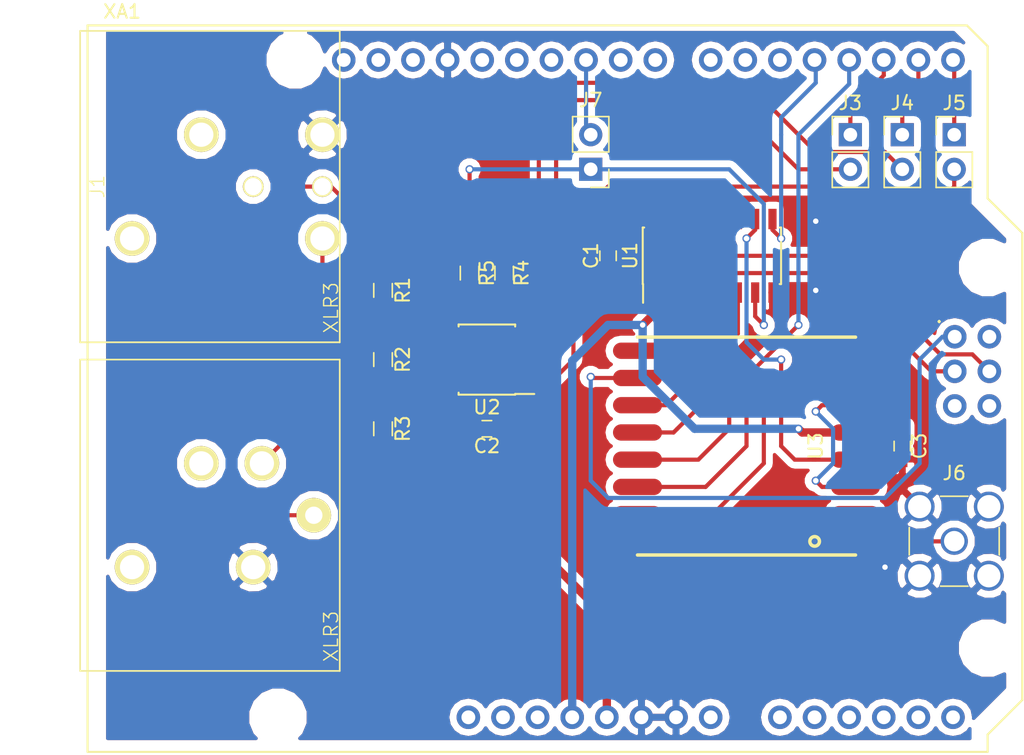
<source format=kicad_pcb>
(kicad_pcb (version 4) (host pcbnew 4.0.7)

  (general
    (links 58)
    (no_connects 0)
    (area 141.876099 49.6726 217.356101 105.4536)
    (thickness 1.6)
    (drawings 0)
    (tracks 219)
    (zones 0)
    (modules 19)
    (nets 53)
  )

  (page A4)
  (layers
    (0 F.Cu signal)
    (31 B.Cu signal hide)
    (32 B.Adhes user)
    (33 F.Adhes user)
    (34 B.Paste user)
    (35 F.Paste user)
    (36 B.SilkS user)
    (37 F.SilkS user)
    (38 B.Mask user)
    (39 F.Mask user)
    (40 Dwgs.User user)
    (41 Cmts.User user)
    (42 Eco1.User user)
    (43 Eco2.User user)
    (44 Edge.Cuts user)
    (45 Margin user)
    (46 B.CrtYd user)
    (47 F.CrtYd user)
    (48 B.Fab user)
    (49 F.Fab user)
  )

  (setup
    (last_trace_width 0.3048)
    (trace_clearance 0.2)
    (zone_clearance 0.508)
    (zone_45_only no)
    (trace_min 0.2)
    (segment_width 0.2)
    (edge_width 0.15)
    (via_size 0.6)
    (via_drill 0.4)
    (via_min_size 0.4)
    (via_min_drill 0.3)
    (uvia_size 0.3)
    (uvia_drill 0.1)
    (uvias_allowed no)
    (uvia_min_size 0.2)
    (uvia_min_drill 0.1)
    (pcb_text_width 0.3)
    (pcb_text_size 1.5 1.5)
    (mod_edge_width 0.15)
    (mod_text_size 1 1)
    (mod_text_width 0.15)
    (pad_size 1.524 1.524)
    (pad_drill 0.762)
    (pad_to_mask_clearance 0.2)
    (aux_axis_origin 0 0)
    (visible_elements 7FFFFFFF)
    (pcbplotparams
      (layerselection 0x00030_80000001)
      (usegerberextensions false)
      (excludeedgelayer true)
      (linewidth 0.100000)
      (plotframeref false)
      (viasonmask false)
      (mode 1)
      (useauxorigin false)
      (hpglpennumber 1)
      (hpglpenspeed 20)
      (hpglpendiameter 15)
      (hpglpenoverlay 2)
      (psnegative false)
      (psa4output false)
      (plotreference true)
      (plotvalue true)
      (plotinvisibletext false)
      (padsonsilk false)
      (subtractmaskfromsilk false)
      (outputformat 1)
      (mirror false)
      (drillshape 1)
      (scaleselection 1)
      (outputdirectory ""))
  )

  (net 0 "")
  (net 1 +3V3)
  (net 2 GND)
  (net 3 +5V)
  (net 4 "Net-(J1-Pad2)")
  (net 5 "Net-(J1-Pad3)")
  (net 6 "Net-(J3-Pad1)")
  (net 7 "Net-(J3-Pad2)")
  (net 8 "Net-(J4-Pad1)")
  (net 9 "Net-(J4-Pad2)")
  (net 10 "Net-(J5-Pad1)")
  (net 11 "Net-(J5-Pad2)")
  (net 12 "Net-(J6-Pad1)")
  (net 13 "Net-(U1-Pad9)")
  (net 14 "Net-(U1-Pad2)")
  (net 15 "Net-(U1-Pad10)")
  (net 16 "Net-(U1-Pad3)")
  (net 17 "Net-(U1-Pad4)")
  (net 18 "Net-(U1-Pad12)")
  (net 19 "Net-(U1-Pad5)")
  (net 20 "Net-(U1-Pad6)")
  (net 21 "Net-(U1-Pad15)")
  (net 22 "Net-(U3-Pad3)")
  (net 23 "Net-(U3-Pad4)")
  (net 24 "Net-(U3-Pad8)")
  (net 25 "Net-(U3-Pad9)")
  (net 26 "Net-(U3-Pad14)")
  (net 27 "Net-(U3-Pad10)")
  (net 28 "Net-(XA1-PadRST2)")
  (net 29 "Net-(XA1-PadGND4)")
  (net 30 "Net-(XA1-Pad5V2)")
  (net 31 "Net-(XA1-PadA0)")
  (net 32 "Net-(XA1-PadVIN)")
  (net 33 "Net-(XA1-PadRST1)")
  (net 34 "Net-(XA1-PadIORF)")
  (net 35 "Net-(XA1-PadD5)")
  (net 36 "Net-(XA1-PadD6)")
  (net 37 "Net-(XA1-PadD7)")
  (net 38 "Net-(XA1-PadD8)")
  (net 39 "Net-(XA1-PadD9)")
  (net 40 "Net-(XA1-PadSCL)")
  (net 41 "Net-(XA1-PadSDA)")
  (net 42 "Net-(XA1-PadAREF)")
  (net 43 "Net-(XA1-PadD13)")
  (net 44 "Net-(XA1-PadD12)")
  (net 45 "Net-(XA1-PadD11)")
  (net 46 "Net-(XA1-PadA1)")
  (net 47 "Net-(XA1-PadA2)")
  (net 48 "Net-(XA1-PadA3)")
  (net 49 "Net-(XA1-PadA4)")
  (net 50 "Net-(XA1-PadA5)")
  (net 51 "Net-(J7-Pad1)")
  (net 52 "Net-(J7-Pad2)")

  (net_class Default "Dies ist die voreingestellte Netzklasse."
    (clearance 0.2)
    (trace_width 0.3048)
    (via_dia 0.6)
    (via_drill 0.4)
    (uvia_dia 0.3)
    (uvia_drill 0.1)
    (add_net "Net-(J1-Pad2)")
    (add_net "Net-(J1-Pad3)")
    (add_net "Net-(J3-Pad1)")
    (add_net "Net-(J3-Pad2)")
    (add_net "Net-(J4-Pad1)")
    (add_net "Net-(J4-Pad2)")
    (add_net "Net-(J5-Pad1)")
    (add_net "Net-(J5-Pad2)")
    (add_net "Net-(J6-Pad1)")
    (add_net "Net-(J7-Pad1)")
    (add_net "Net-(J7-Pad2)")
    (add_net "Net-(U1-Pad10)")
    (add_net "Net-(U1-Pad12)")
    (add_net "Net-(U1-Pad15)")
    (add_net "Net-(U1-Pad2)")
    (add_net "Net-(U1-Pad3)")
    (add_net "Net-(U1-Pad4)")
    (add_net "Net-(U1-Pad5)")
    (add_net "Net-(U1-Pad6)")
    (add_net "Net-(U1-Pad9)")
    (add_net "Net-(U3-Pad10)")
    (add_net "Net-(U3-Pad14)")
    (add_net "Net-(U3-Pad3)")
    (add_net "Net-(U3-Pad4)")
    (add_net "Net-(U3-Pad8)")
    (add_net "Net-(U3-Pad9)")
    (add_net "Net-(XA1-Pad5V2)")
    (add_net "Net-(XA1-PadA0)")
    (add_net "Net-(XA1-PadA1)")
    (add_net "Net-(XA1-PadA2)")
    (add_net "Net-(XA1-PadA3)")
    (add_net "Net-(XA1-PadA4)")
    (add_net "Net-(XA1-PadA5)")
    (add_net "Net-(XA1-PadAREF)")
    (add_net "Net-(XA1-PadD11)")
    (add_net "Net-(XA1-PadD12)")
    (add_net "Net-(XA1-PadD13)")
    (add_net "Net-(XA1-PadD5)")
    (add_net "Net-(XA1-PadD6)")
    (add_net "Net-(XA1-PadD7)")
    (add_net "Net-(XA1-PadD8)")
    (add_net "Net-(XA1-PadD9)")
    (add_net "Net-(XA1-PadGND4)")
    (add_net "Net-(XA1-PadIORF)")
    (add_net "Net-(XA1-PadRST1)")
    (add_net "Net-(XA1-PadRST2)")
    (add_net "Net-(XA1-PadSCL)")
    (add_net "Net-(XA1-PadSDA)")
    (add_net "Net-(XA1-PadVIN)")
  )

  (net_class Power ""
    (clearance 0.2)
    (trace_width 0.6096)
    (via_dia 0.6)
    (via_drill 0.4)
    (uvia_dia 0.3)
    (uvia_drill 0.1)
    (add_net +3V3)
    (add_net +5V)
    (add_net GND)
  )

  (module XLR:XLR-NC3MA (layer F.Cu) (tedit 5376833B) (tstamp 5AD7C058)
    (at 157.48 63.5 90)
    (path /5AD3290F)
    (fp_text reference J1 (at 0 -8.255 90) (layer F.SilkS)
      (effects (font (size 1.016 1.016) (thickness 0.1016)))
    )
    (fp_text value XLR3 (at -8.89 8.89 90) (layer F.SilkS)
      (effects (font (size 1.016 1.016) (thickness 0.1016)))
    )
    (fp_line (start -11.43 -9.525) (end 11.43 -9.525) (layer F.SilkS) (width 0.127))
    (fp_line (start -11.43 -9.525) (end -11.43 9.525) (layer F.SilkS) (width 0.127))
    (fp_line (start -11.43 9.525) (end 11.43 9.525) (layer F.SilkS) (width 0.127))
    (fp_line (start 11.43 9.525) (end 11.43 -9.525) (layer F.SilkS) (width 0.127))
    (pad 2 thru_hole circle (at -3.81 8.255 90) (size 2.54 2.54) (drill 1.778) (layers *.Cu *.Mask F.SilkS)
      (net 4 "Net-(J1-Pad2)"))
    (pad 3 thru_hole circle (at 0 8.255 90) (size 1.524 1.524) (drill 1.27) (layers *.Cu *.Mask F.SilkS)
      (net 5 "Net-(J1-Pad3)"))
    (pad 1 thru_hole circle (at 3.81 8.255 90) (size 2.54 2.54) (drill 1.778) (layers *.Cu *.Mask F.SilkS)
      (net 2 GND))
    (pad Hole thru_hole circle (at -3.81 -5.715 90) (size 2.54 2.54) (drill 1.778) (layers *.Cu *.Mask F.SilkS))
    (pad Hole thru_hole circle (at 3.81 -0.635 90) (size 2.54 2.54) (drill 1.778) (layers *.Cu *.Mask F.SilkS))
    (pad 4 thru_hole circle (at 0 3.175 90) (size 1.524 1.524) (drill 1.27) (layers *.Cu *.Mask F.SilkS))
    (model D:/Users/Stefan/Desktop/Xyloband/XyloShield/XLR.pretty/NC3MAH.wrl
      (at (xyz 0 0.375 0.5))
      (scale (xyz 0.3937 0.3937 0.3937))
      (rotate (xyz -90 0 0))
    )
  )

  (module XLR:XLR-NC3FA (layer F.Cu) (tedit 53767C06) (tstamp 5AD7C061)
    (at 157.48 87.63 90)
    (path /5AD329C2)
    (fp_text reference J2 (at 0 -8.255 90) (layer F.SilkS) hide
      (effects (font (size 1.016 1.016) (thickness 0.1016)))
    )
    (fp_text value XLR3 (at -8.89 8.89 90) (layer F.SilkS)
      (effects (font (size 1.016 1.016) (thickness 0.1016)))
    )
    (fp_line (start -11.43 -9.525) (end 11.43 -9.525) (layer F.SilkS) (width 0.127))
    (fp_line (start -11.43 -9.525) (end -11.43 9.525) (layer F.SilkS) (width 0.127))
    (fp_line (start -11.43 9.525) (end 11.43 9.525) (layer F.SilkS) (width 0.127))
    (fp_line (start 11.43 9.525) (end 11.43 -9.525) (layer F.SilkS) (width 0.127))
    (pad 1 thru_hole circle (at -3.81 3.175 90) (size 2.54 2.54) (drill 1.778) (layers *.Cu *.Mask F.SilkS)
      (net 2 GND))
    (pad 3 thru_hole circle (at 0 7.62 90) (size 2.54 2.54) (drill 1.27) (layers *.Cu *.Mask F.SilkS)
      (net 5 "Net-(J1-Pad3)"))
    (pad 2 thru_hole circle (at 3.81 3.81 90) (size 2.54 2.54) (drill 1.778) (layers *.Cu *.Mask F.SilkS)
      (net 4 "Net-(J1-Pad2)"))
    (pad Hole thru_hole circle (at -3.81 -5.715 90) (size 2.54 2.54) (drill 1.778) (layers *.Cu *.Mask F.SilkS))
    (pad Hole thru_hole circle (at 3.81 -0.635 90) (size 2.54 2.54) (drill 1.778) (layers *.Cu *.Mask F.SilkS))
    (model D:/Users/Stefan/Desktop/Xyloband/XyloShield/XLR.pretty/NC3FAH.wrl
      (at (xyz 0 0.375 0.5))
      (scale (xyz 0.3937 0.3937 0.3937))
      (rotate (xyz -90 0 0))
    )
  )

  (module Pin_Headers:Pin_Header_Straight_1x02_Pitch2.54mm (layer F.Cu) (tedit 59650532) (tstamp 5AD7C067)
    (at 204.47 59.69)
    (descr "Through hole straight pin header, 1x02, 2.54mm pitch, single row")
    (tags "Through hole pin header THT 1x02 2.54mm single row")
    (path /5AD7D20F)
    (fp_text reference J3 (at 0 -2.33) (layer F.SilkS)
      (effects (font (size 1 1) (thickness 0.15)))
    )
    (fp_text value Conn_01x02 (at 0 4.87) (layer F.Fab)
      (effects (font (size 1 1) (thickness 0.15)))
    )
    (fp_line (start -0.635 -1.27) (end 1.27 -1.27) (layer F.Fab) (width 0.1))
    (fp_line (start 1.27 -1.27) (end 1.27 3.81) (layer F.Fab) (width 0.1))
    (fp_line (start 1.27 3.81) (end -1.27 3.81) (layer F.Fab) (width 0.1))
    (fp_line (start -1.27 3.81) (end -1.27 -0.635) (layer F.Fab) (width 0.1))
    (fp_line (start -1.27 -0.635) (end -0.635 -1.27) (layer F.Fab) (width 0.1))
    (fp_line (start -1.33 3.87) (end 1.33 3.87) (layer F.SilkS) (width 0.12))
    (fp_line (start -1.33 1.27) (end -1.33 3.87) (layer F.SilkS) (width 0.12))
    (fp_line (start 1.33 1.27) (end 1.33 3.87) (layer F.SilkS) (width 0.12))
    (fp_line (start -1.33 1.27) (end 1.33 1.27) (layer F.SilkS) (width 0.12))
    (fp_line (start -1.33 0) (end -1.33 -1.33) (layer F.SilkS) (width 0.12))
    (fp_line (start -1.33 -1.33) (end 0 -1.33) (layer F.SilkS) (width 0.12))
    (fp_line (start -1.8 -1.8) (end -1.8 4.35) (layer F.CrtYd) (width 0.05))
    (fp_line (start -1.8 4.35) (end 1.8 4.35) (layer F.CrtYd) (width 0.05))
    (fp_line (start 1.8 4.35) (end 1.8 -1.8) (layer F.CrtYd) (width 0.05))
    (fp_line (start 1.8 -1.8) (end -1.8 -1.8) (layer F.CrtYd) (width 0.05))
    (fp_text user %R (at 0 1.27 90) (layer F.Fab)
      (effects (font (size 1 1) (thickness 0.15)))
    )
    (pad 1 thru_hole rect (at 0 0) (size 1.7 1.7) (drill 1) (layers *.Cu *.Mask)
      (net 6 "Net-(J3-Pad1)"))
    (pad 2 thru_hole oval (at 0 2.54) (size 1.7 1.7) (drill 1) (layers *.Cu *.Mask)
      (net 7 "Net-(J3-Pad2)"))
    (model ${KISYS3DMOD}/Pin_Headers.3dshapes/Pin_Header_Straight_1x02_Pitch2.54mm.wrl
      (at (xyz 0 0 0))
      (scale (xyz 1 1 1))
      (rotate (xyz 0 0 0))
    )
  )

  (module Pin_Headers:Pin_Header_Straight_1x02_Pitch2.54mm (layer F.Cu) (tedit 59650532) (tstamp 5AD7C06D)
    (at 208.28 59.69)
    (descr "Through hole straight pin header, 1x02, 2.54mm pitch, single row")
    (tags "Through hole pin header THT 1x02 2.54mm single row")
    (path /5AD7CEB9)
    (fp_text reference J4 (at 0 -2.33) (layer F.SilkS)
      (effects (font (size 1 1) (thickness 0.15)))
    )
    (fp_text value Conn_01x02 (at 0 4.87) (layer F.Fab)
      (effects (font (size 1 1) (thickness 0.15)))
    )
    (fp_line (start -0.635 -1.27) (end 1.27 -1.27) (layer F.Fab) (width 0.1))
    (fp_line (start 1.27 -1.27) (end 1.27 3.81) (layer F.Fab) (width 0.1))
    (fp_line (start 1.27 3.81) (end -1.27 3.81) (layer F.Fab) (width 0.1))
    (fp_line (start -1.27 3.81) (end -1.27 -0.635) (layer F.Fab) (width 0.1))
    (fp_line (start -1.27 -0.635) (end -0.635 -1.27) (layer F.Fab) (width 0.1))
    (fp_line (start -1.33 3.87) (end 1.33 3.87) (layer F.SilkS) (width 0.12))
    (fp_line (start -1.33 1.27) (end -1.33 3.87) (layer F.SilkS) (width 0.12))
    (fp_line (start 1.33 1.27) (end 1.33 3.87) (layer F.SilkS) (width 0.12))
    (fp_line (start -1.33 1.27) (end 1.33 1.27) (layer F.SilkS) (width 0.12))
    (fp_line (start -1.33 0) (end -1.33 -1.33) (layer F.SilkS) (width 0.12))
    (fp_line (start -1.33 -1.33) (end 0 -1.33) (layer F.SilkS) (width 0.12))
    (fp_line (start -1.8 -1.8) (end -1.8 4.35) (layer F.CrtYd) (width 0.05))
    (fp_line (start -1.8 4.35) (end 1.8 4.35) (layer F.CrtYd) (width 0.05))
    (fp_line (start 1.8 4.35) (end 1.8 -1.8) (layer F.CrtYd) (width 0.05))
    (fp_line (start 1.8 -1.8) (end -1.8 -1.8) (layer F.CrtYd) (width 0.05))
    (fp_text user %R (at 0 1.27 90) (layer F.Fab)
      (effects (font (size 1 1) (thickness 0.15)))
    )
    (pad 1 thru_hole rect (at 0 0) (size 1.7 1.7) (drill 1) (layers *.Cu *.Mask)
      (net 8 "Net-(J4-Pad1)"))
    (pad 2 thru_hole oval (at 0 2.54) (size 1.7 1.7) (drill 1) (layers *.Cu *.Mask)
      (net 9 "Net-(J4-Pad2)"))
    (model ${KISYS3DMOD}/Pin_Headers.3dshapes/Pin_Header_Straight_1x02_Pitch2.54mm.wrl
      (at (xyz 0 0 0))
      (scale (xyz 1 1 1))
      (rotate (xyz 0 0 0))
    )
  )

  (module Pin_Headers:Pin_Header_Straight_1x02_Pitch2.54mm (layer F.Cu) (tedit 59650532) (tstamp 5AD7C073)
    (at 212.09 59.69)
    (descr "Through hole straight pin header, 1x02, 2.54mm pitch, single row")
    (tags "Through hole pin header THT 1x02 2.54mm single row")
    (path /5AD7CF36)
    (fp_text reference J5 (at 0 -2.33) (layer F.SilkS)
      (effects (font (size 1 1) (thickness 0.15)))
    )
    (fp_text value Conn_01x02 (at 0 4.87) (layer F.Fab)
      (effects (font (size 1 1) (thickness 0.15)))
    )
    (fp_line (start -0.635 -1.27) (end 1.27 -1.27) (layer F.Fab) (width 0.1))
    (fp_line (start 1.27 -1.27) (end 1.27 3.81) (layer F.Fab) (width 0.1))
    (fp_line (start 1.27 3.81) (end -1.27 3.81) (layer F.Fab) (width 0.1))
    (fp_line (start -1.27 3.81) (end -1.27 -0.635) (layer F.Fab) (width 0.1))
    (fp_line (start -1.27 -0.635) (end -0.635 -1.27) (layer F.Fab) (width 0.1))
    (fp_line (start -1.33 3.87) (end 1.33 3.87) (layer F.SilkS) (width 0.12))
    (fp_line (start -1.33 1.27) (end -1.33 3.87) (layer F.SilkS) (width 0.12))
    (fp_line (start 1.33 1.27) (end 1.33 3.87) (layer F.SilkS) (width 0.12))
    (fp_line (start -1.33 1.27) (end 1.33 1.27) (layer F.SilkS) (width 0.12))
    (fp_line (start -1.33 0) (end -1.33 -1.33) (layer F.SilkS) (width 0.12))
    (fp_line (start -1.33 -1.33) (end 0 -1.33) (layer F.SilkS) (width 0.12))
    (fp_line (start -1.8 -1.8) (end -1.8 4.35) (layer F.CrtYd) (width 0.05))
    (fp_line (start -1.8 4.35) (end 1.8 4.35) (layer F.CrtYd) (width 0.05))
    (fp_line (start 1.8 4.35) (end 1.8 -1.8) (layer F.CrtYd) (width 0.05))
    (fp_line (start 1.8 -1.8) (end -1.8 -1.8) (layer F.CrtYd) (width 0.05))
    (fp_text user %R (at 0 1.27 90) (layer F.Fab)
      (effects (font (size 1 1) (thickness 0.15)))
    )
    (pad 1 thru_hole rect (at 0 0) (size 1.7 1.7) (drill 1) (layers *.Cu *.Mask)
      (net 10 "Net-(J5-Pad1)"))
    (pad 2 thru_hole oval (at 0 2.54) (size 1.7 1.7) (drill 1) (layers *.Cu *.Mask)
      (net 11 "Net-(J5-Pad2)"))
    (model ${KISYS3DMOD}/Pin_Headers.3dshapes/Pin_Header_Straight_1x02_Pitch2.54mm.wrl
      (at (xyz 0 0 0))
      (scale (xyz 1 1 1))
      (rotate (xyz 0 0 0))
    )
  )

  (module Connectors:SMA_THT_Jack_Straight (layer F.Cu) (tedit 58C301F2) (tstamp 5AD7C07C)
    (at 212.09 89.535)
    (descr "SMA pcb through hole jack")
    (tags "SMA THT Jack Straight")
    (path /5AD7F637)
    (fp_text reference J6 (at 0 -5) (layer F.SilkS)
      (effects (font (size 1 1) (thickness 0.15)))
    )
    (fp_text value Conn_Coaxial (at 0 5) (layer F.Fab)
      (effects (font (size 1 1) (thickness 0.15)))
    )
    (fp_line (start 2.03 -3.05) (end 3.05 -3.05) (layer F.Fab) (width 0.1))
    (fp_line (start -1 -3.3) (end 1 -3.3) (layer F.SilkS) (width 0.12))
    (fp_line (start -1 3.3) (end 1 3.3) (layer F.SilkS) (width 0.12))
    (fp_text user %R (at 0 -5) (layer F.Fab)
      (effects (font (size 1 1) (thickness 0.15)))
    )
    (fp_line (start 3.3 -1) (end 3.3 1) (layer F.SilkS) (width 0.12))
    (fp_line (start -3.3 -1) (end -3.3 1) (layer F.SilkS) (width 0.12))
    (fp_line (start 3.17 -3.17) (end 3.17 3.17) (layer F.Fab) (width 0.1))
    (fp_line (start -3.17 3.17) (end 3.17 3.17) (layer F.Fab) (width 0.1))
    (fp_line (start -3.17 -3.17) (end -3.17 3.17) (layer F.Fab) (width 0.1))
    (fp_line (start -3.17 -3.17) (end 3.17 -3.17) (layer F.Fab) (width 0.1))
    (fp_line (start -2.03 -3.05) (end -2.03 -2.03) (layer F.Fab) (width 0.1))
    (fp_line (start -3.05 -2.03) (end -2.03 -2.03) (layer F.Fab) (width 0.1))
    (fp_line (start -2.03 2.03) (end -2.03 3.05) (layer F.Fab) (width 0.1))
    (fp_line (start -3.05 2.03) (end -2.03 2.03) (layer F.Fab) (width 0.1))
    (fp_line (start 2.03 -3.05) (end 2.03 -2.03) (layer F.Fab) (width 0.1))
    (fp_line (start 2.03 -2.03) (end 3.05 -2.03) (layer F.Fab) (width 0.1))
    (fp_line (start 3.05 2.03) (end 2.03 2.03) (layer F.Fab) (width 0.1))
    (fp_line (start 2.03 2.03) (end 2.03 3.05) (layer F.Fab) (width 0.1))
    (fp_line (start -4.14 -4.14) (end 4.14 -4.14) (layer F.CrtYd) (width 0.05))
    (fp_line (start -4.14 -4.14) (end -4.14 4.14) (layer F.CrtYd) (width 0.05))
    (fp_line (start 4.14 4.14) (end 4.14 -4.14) (layer F.CrtYd) (width 0.05))
    (fp_line (start 4.14 4.14) (end -4.14 4.14) (layer F.CrtYd) (width 0.05))
    (fp_circle (center 0 0) (end 2.04 0) (layer F.Fab) (width 0.1))
    (fp_circle (center 0 0) (end 0.635 0) (layer F.Fab) (width 0.1))
    (fp_line (start 3.05 -3.05) (end 3.05 -2.03) (layer F.Fab) (width 0.1))
    (fp_line (start -3.05 -3.05) (end -3.05 -2.03) (layer F.Fab) (width 0.1))
    (fp_line (start -3.05 -3.05) (end -2.03 -3.05) (layer F.Fab) (width 0.1))
    (fp_line (start -3.05 3.05) (end -2.03 3.05) (layer F.Fab) (width 0.1))
    (fp_line (start -3.05 3.05) (end -3.05 2.03) (layer F.Fab) (width 0.1))
    (fp_line (start 3.05 2.03) (end 3.05 3.05) (layer F.Fab) (width 0.1))
    (fp_line (start 2.03 3.05) (end 3.05 3.05) (layer F.Fab) (width 0.1))
    (pad 2 thru_hole circle (at -2.54 2.54) (size 2.2 2.2) (drill 1.7) (layers *.Cu *.Mask)
      (net 2 GND))
    (pad 2 thru_hole circle (at -2.54 -2.54) (size 2.2 2.2) (drill 1.7) (layers *.Cu *.Mask)
      (net 2 GND))
    (pad 2 thru_hole circle (at 2.54 -2.54) (size 2.2 2.2) (drill 1.7) (layers *.Cu *.Mask)
      (net 2 GND))
    (pad 2 thru_hole circle (at 2.54 2.54) (size 2.2 2.2) (drill 1.7) (layers *.Cu *.Mask)
      (net 2 GND))
    (pad 1 thru_hole circle (at 0 0) (size 2 2) (drill 1.5) (layers *.Cu *.Mask)
      (net 12 "Net-(J6-Pad1)"))
  )

  (module RFM26W:RFM26W (layer F.Cu) (tedit 5AF4979E) (tstamp 5AD7C0C2)
    (at 196.85 82.55 270)
    (descr "RFM26W ISM TRANSCEIVER MODULE.")
    (tags "RFM26W ISM TRANSCEIVER MODULE.")
    (path /5ACFB7E4)
    (attr smd)
    (fp_text reference U3 (at 0 -5.08 270) (layer F.SilkS)
      (effects (font (size 1 1) (thickness 0.15)))
    )
    (fp_text value RFM26W (at 0 5.08 270) (layer F.Fab)
      (effects (font (size 1 1) (thickness 0.15)))
    )
    (fp_line (start 7.99846 7.99846) (end 7.99846 -7.99846) (layer F.SilkS) (width 0.254))
    (fp_line (start -7.99846 -7.99846) (end -7.99846 7.99846) (layer F.SilkS) (width 0.254))
    (fp_circle (center 6.9977 -4.99872) (end 7.24662 -5.24764) (layer F.SilkS) (width 0.254))
    (pad 1 smd oval (at 6.9977 -7.99846 270) (size 1.19888 3.59918) (layers F.Cu F.Paste F.Mask)
      (net 12 "Net-(J6-Pad1)"))
    (pad 2 smd oval (at 4.99872 -7.99846 270) (size 1.19888 3.59918) (layers F.Cu F.Paste F.Mask)
      (net 2 GND))
    (pad 16 smd oval (at 6.9977 7.99846 270) (size 1.19888 3.59918) (layers F.Cu F.Paste F.Mask)
      (net 2 GND))
    (pad 6 smd oval (at -2.99974 -7.99846 270) (size 1.19888 3.59918) (layers F.Cu F.Paste F.Mask)
      (net 22 "Net-(U3-Pad3)"))
    (pad 7 smd oval (at -4.99872 -7.99846 270) (size 1.19888 3.59918) (layers F.Cu F.Paste F.Mask)
      (net 23 "Net-(U3-Pad4)"))
    (pad 8 smd oval (at -6.9977 -7.99846 270) (size 1.19888 3.59918) (layers F.Cu F.Paste F.Mask)
      (net 24 "Net-(U3-Pad8)"))
    (pad 9 smd oval (at -6.9977 7.99846 270) (size 1.19888 3.59918) (layers F.Cu F.Paste F.Mask)
      (net 25 "Net-(U3-Pad9)"))
    (pad 14 smd oval (at 2.99974 7.99846 270) (size 1.19888 3.59918) (layers F.Cu F.Paste F.Mask)
      (net 26 "Net-(U3-Pad14)"))
    (pad 13 smd oval (at 0.99822 7.99846 270) (size 1.19888 3.59918) (layers F.Cu F.Paste F.Mask)
      (net 20 "Net-(U1-Pad6)"))
    (pad 3 smd oval (at 2.99974 -7.99846 270) (size 1.19888 3.59918) (layers F.Cu F.Paste F.Mask)
      (net 22 "Net-(U3-Pad3)"))
    (pad 12 smd oval (at -0.99822 7.99846 270) (size 1.19888 3.59918) (layers F.Cu F.Paste F.Mask)
      (net 17 "Net-(U1-Pad4)"))
    (pad 11 smd oval (at -2.99974 7.99846 270) (size 1.19888 3.59918) (layers F.Cu F.Paste F.Mask)
      (net 14 "Net-(U1-Pad2)"))
    (pad 15 smd oval (at 4.99872 7.99846 270) (size 1.19888 3.59918) (layers F.Cu F.Paste F.Mask)
      (net 15 "Net-(U1-Pad10)"))
    (pad 10 smd oval (at -4.99872 7.99846 270) (size 1.19888 3.59918) (layers F.Cu F.Paste F.Mask)
      (net 27 "Net-(U3-Pad10)"))
    (pad 4 smd oval (at 0.99822 -7.99846 270) (size 1.19888 3.59918) (layers F.Cu F.Paste F.Mask)
      (net 23 "Net-(U3-Pad4)"))
    (pad 5 smd oval (at -0.99822 -7.99846 270) (size 1.19888 3.59918) (layers F.Cu F.Paste F.Mask)
      (net 1 +3V3))
  )

  (module Arduino:Arduino_Uno_Shield (layer F.Cu) (tedit 5A8605EC) (tstamp 5AD7C0F0)
    (at 148.5011 105.0036)
    (descr https://store.arduino.cc/arduino-uno-rev3)
    (path /5ACFB487)
    (fp_text reference XA1 (at 2.54 -54.356) (layer F.SilkS)
      (effects (font (size 1 1) (thickness 0.15)))
    )
    (fp_text value Arduino_Uno_Shield (at 15.494 -54.356) (layer F.Fab)
      (effects (font (size 1 1) (thickness 0.15)))
    )
    (fp_line (start 9.525 -32.385) (end -6.35 -32.385) (layer B.CrtYd) (width 0.15))
    (fp_line (start 9.525 -43.815) (end -6.35 -43.815) (layer B.CrtYd) (width 0.15))
    (fp_line (start 9.525 -43.815) (end 9.525 -32.385) (layer B.CrtYd) (width 0.15))
    (fp_line (start -6.35 -43.815) (end -6.35 -32.385) (layer B.CrtYd) (width 0.15))
    (fp_text user . (at 62.484 -32.004) (layer F.SilkS)
      (effects (font (size 1 1) (thickness 0.15)))
    )
    (fp_line (start 11.43 -12.065) (end 11.43 -3.175) (layer B.CrtYd) (width 0.15))
    (fp_line (start -1.905 -3.175) (end 11.43 -3.175) (layer B.CrtYd) (width 0.15))
    (fp_line (start -1.905 -12.065) (end -1.905 -3.175) (layer B.CrtYd) (width 0.15))
    (fp_line (start -1.905 -12.065) (end 11.43 -12.065) (layer B.CrtYd) (width 0.15))
    (fp_line (start 0 -53.34) (end 0 0) (layer F.SilkS) (width 0.15))
    (fp_line (start 66.04 -40.64) (end 66.04 -51.816) (layer F.SilkS) (width 0.15))
    (fp_line (start 68.58 -38.1) (end 66.04 -40.64) (layer F.SilkS) (width 0.15))
    (fp_line (start 68.58 -3.81) (end 68.58 -38.1) (layer F.SilkS) (width 0.15))
    (fp_line (start 66.04 -1.27) (end 68.58 -3.81) (layer F.SilkS) (width 0.15))
    (fp_line (start 66.04 0) (end 66.04 -1.27) (layer F.SilkS) (width 0.15))
    (fp_line (start 64.516 -53.34) (end 66.04 -51.816) (layer F.SilkS) (width 0.15))
    (fp_line (start 0 0) (end 66.04 0) (layer F.SilkS) (width 0.15))
    (fp_line (start 0 -53.34) (end 64.516 -53.34) (layer F.SilkS) (width 0.15))
    (pad RST2 thru_hole oval (at 63.627 -25.4) (size 1.7272 1.7272) (drill 1.016) (layers *.Cu *.Mask)
      (net 28 "Net-(XA1-PadRST2)"))
    (pad GND4 thru_hole oval (at 66.167 -25.4) (size 1.7272 1.7272) (drill 1.016) (layers *.Cu *.Mask)
      (net 29 "Net-(XA1-PadGND4)"))
    (pad MOSI thru_hole oval (at 66.167 -27.94) (size 1.7272 1.7272) (drill 1.016) (layers *.Cu *.Mask)
      (net 16 "Net-(U1-Pad3)"))
    (pad SCK thru_hole oval (at 63.627 -27.94) (size 1.7272 1.7272) (drill 1.016) (layers *.Cu *.Mask)
      (net 19 "Net-(U1-Pad5)"))
    (pad 5V2 thru_hole oval (at 66.167 -30.48) (size 1.7272 1.7272) (drill 1.016) (layers *.Cu *.Mask)
      (net 30 "Net-(XA1-Pad5V2)"))
    (pad A0 thru_hole oval (at 50.8 -2.54) (size 1.7272 1.7272) (drill 1.016) (layers *.Cu *.Mask)
      (net 31 "Net-(XA1-PadA0)"))
    (pad VIN thru_hole oval (at 45.72 -2.54) (size 1.7272 1.7272) (drill 1.016) (layers *.Cu *.Mask)
      (net 32 "Net-(XA1-PadVIN)"))
    (pad GND3 thru_hole oval (at 43.18 -2.54) (size 1.7272 1.7272) (drill 1.016) (layers *.Cu *.Mask)
      (net 2 GND))
    (pad GND2 thru_hole oval (at 40.64 -2.54) (size 1.7272 1.7272) (drill 1.016) (layers *.Cu *.Mask)
      (net 2 GND))
    (pad 5V1 thru_hole oval (at 38.1 -2.54) (size 1.7272 1.7272) (drill 1.016) (layers *.Cu *.Mask)
      (net 3 +5V))
    (pad 3V3 thru_hole oval (at 35.56 -2.54) (size 1.7272 1.7272) (drill 1.016) (layers *.Cu *.Mask)
      (net 1 +3V3))
    (pad RST1 thru_hole oval (at 33.02 -2.54) (size 1.7272 1.7272) (drill 1.016) (layers *.Cu *.Mask)
      (net 33 "Net-(XA1-PadRST1)"))
    (pad IORF thru_hole oval (at 30.48 -2.54) (size 1.7272 1.7272) (drill 1.016) (layers *.Cu *.Mask)
      (net 34 "Net-(XA1-PadIORF)"))
    (pad D0 thru_hole oval (at 63.5 -50.8) (size 1.7272 1.7272) (drill 1.016) (layers *.Cu *.Mask)
      (net 10 "Net-(J5-Pad1)"))
    (pad D1 thru_hole oval (at 60.96 -50.8) (size 1.7272 1.7272) (drill 1.016) (layers *.Cu *.Mask)
      (net 8 "Net-(J4-Pad1)"))
    (pad D2 thru_hole oval (at 58.42 -50.8) (size 1.7272 1.7272) (drill 1.016) (layers *.Cu *.Mask)
      (net 6 "Net-(J3-Pad1)"))
    (pad D3 thru_hole oval (at 55.88 -50.8) (size 1.7272 1.7272) (drill 1.016) (layers *.Cu *.Mask)
      (net 26 "Net-(U3-Pad14)"))
    (pad D4 thru_hole oval (at 53.34 -50.8) (size 1.7272 1.7272) (drill 1.016) (layers *.Cu *.Mask)
      (net 13 "Net-(U1-Pad9)"))
    (pad D5 thru_hole oval (at 50.8 -50.8) (size 1.7272 1.7272) (drill 1.016) (layers *.Cu *.Mask)
      (net 35 "Net-(XA1-PadD5)"))
    (pad D6 thru_hole oval (at 48.26 -50.8) (size 1.7272 1.7272) (drill 1.016) (layers *.Cu *.Mask)
      (net 36 "Net-(XA1-PadD6)"))
    (pad D7 thru_hole oval (at 45.72 -50.8) (size 1.7272 1.7272) (drill 1.016) (layers *.Cu *.Mask)
      (net 37 "Net-(XA1-PadD7)"))
    (pad GND1 thru_hole oval (at 26.416 -50.8) (size 1.7272 1.7272) (drill 1.016) (layers *.Cu *.Mask)
      (net 2 GND))
    (pad D8 thru_hole oval (at 41.656 -50.8) (size 1.7272 1.7272) (drill 1.016) (layers *.Cu *.Mask)
      (net 38 "Net-(XA1-PadD8)"))
    (pad D9 thru_hole oval (at 39.116 -50.8) (size 1.7272 1.7272) (drill 1.016) (layers *.Cu *.Mask)
      (net 39 "Net-(XA1-PadD9)"))
    (pad D10 thru_hole oval (at 36.576 -50.8) (size 1.7272 1.7272) (drill 1.016) (layers *.Cu *.Mask)
      (net 52 "Net-(J7-Pad2)"))
    (pad "" np_thru_hole circle (at 66.04 -7.62) (size 3.2 3.2) (drill 3.2) (layers *.Cu *.Mask))
    (pad "" np_thru_hole circle (at 66.04 -35.56) (size 3.2 3.2) (drill 3.2) (layers *.Cu *.Mask))
    (pad "" np_thru_hole circle (at 15.24 -50.8) (size 3.2 3.2) (drill 3.2) (layers *.Cu *.Mask))
    (pad "" np_thru_hole circle (at 13.97 -2.54) (size 3.2 3.2) (drill 3.2) (layers *.Cu *.Mask))
    (pad SCL thru_hole oval (at 18.796 -50.8) (size 1.7272 1.7272) (drill 1.016) (layers *.Cu *.Mask)
      (net 40 "Net-(XA1-PadSCL)"))
    (pad SDA thru_hole oval (at 21.336 -50.8) (size 1.7272 1.7272) (drill 1.016) (layers *.Cu *.Mask)
      (net 41 "Net-(XA1-PadSDA)"))
    (pad AREF thru_hole oval (at 23.876 -50.8) (size 1.7272 1.7272) (drill 1.016) (layers *.Cu *.Mask)
      (net 42 "Net-(XA1-PadAREF)"))
    (pad D13 thru_hole oval (at 28.956 -50.8) (size 1.7272 1.7272) (drill 1.016) (layers *.Cu *.Mask)
      (net 43 "Net-(XA1-PadD13)"))
    (pad D12 thru_hole oval (at 31.496 -50.8) (size 1.7272 1.7272) (drill 1.016) (layers *.Cu *.Mask)
      (net 44 "Net-(XA1-PadD12)"))
    (pad D11 thru_hole oval (at 34.036 -50.8) (size 1.7272 1.7272) (drill 1.016) (layers *.Cu *.Mask)
      (net 45 "Net-(XA1-PadD11)"))
    (pad "" thru_hole oval (at 27.94 -2.54) (size 1.7272 1.7272) (drill 1.016) (layers *.Cu *.Mask))
    (pad A1 thru_hole oval (at 53.34 -2.54) (size 1.7272 1.7272) (drill 1.016) (layers *.Cu *.Mask)
      (net 46 "Net-(XA1-PadA1)"))
    (pad A2 thru_hole oval (at 55.88 -2.54) (size 1.7272 1.7272) (drill 1.016) (layers *.Cu *.Mask)
      (net 47 "Net-(XA1-PadA2)"))
    (pad A3 thru_hole oval (at 58.42 -2.54) (size 1.7272 1.7272) (drill 1.016) (layers *.Cu *.Mask)
      (net 48 "Net-(XA1-PadA3)"))
    (pad A4 thru_hole oval (at 60.96 -2.54) (size 1.7272 1.7272) (drill 1.016) (layers *.Cu *.Mask)
      (net 49 "Net-(XA1-PadA4)"))
    (pad A5 thru_hole oval (at 63.5 -2.54) (size 1.7272 1.7272) (drill 1.016) (layers *.Cu *.Mask)
      (net 50 "Net-(XA1-PadA5)"))
    (pad MISO thru_hole oval (at 63.627 -30.48) (size 1.7272 1.7272) (drill 1.016) (layers *.Cu *.Mask)
      (net 27 "Net-(U3-Pad10)"))
  )

  (module Capacitors_SMD:C_0603_HandSoldering (layer F.Cu) (tedit 58AA848B) (tstamp 5AD8F844)
    (at 186.69 68.58 90)
    (descr "Capacitor SMD 0603, hand soldering")
    (tags "capacitor 0603")
    (path /5AD7EAEC)
    (attr smd)
    (fp_text reference C1 (at 0 -1.25 90) (layer F.SilkS)
      (effects (font (size 1 1) (thickness 0.15)))
    )
    (fp_text value 100n (at 0 1.5 90) (layer F.Fab)
      (effects (font (size 1 1) (thickness 0.15)))
    )
    (fp_text user %R (at 0 -1.25 90) (layer F.Fab)
      (effects (font (size 1 1) (thickness 0.15)))
    )
    (fp_line (start -0.8 0.4) (end -0.8 -0.4) (layer F.Fab) (width 0.1))
    (fp_line (start 0.8 0.4) (end -0.8 0.4) (layer F.Fab) (width 0.1))
    (fp_line (start 0.8 -0.4) (end 0.8 0.4) (layer F.Fab) (width 0.1))
    (fp_line (start -0.8 -0.4) (end 0.8 -0.4) (layer F.Fab) (width 0.1))
    (fp_line (start -0.35 -0.6) (end 0.35 -0.6) (layer F.SilkS) (width 0.12))
    (fp_line (start 0.35 0.6) (end -0.35 0.6) (layer F.SilkS) (width 0.12))
    (fp_line (start -1.8 -0.65) (end 1.8 -0.65) (layer F.CrtYd) (width 0.05))
    (fp_line (start -1.8 -0.65) (end -1.8 0.65) (layer F.CrtYd) (width 0.05))
    (fp_line (start 1.8 0.65) (end 1.8 -0.65) (layer F.CrtYd) (width 0.05))
    (fp_line (start 1.8 0.65) (end -1.8 0.65) (layer F.CrtYd) (width 0.05))
    (pad 1 smd rect (at -0.95 0 90) (size 1.2 0.75) (layers F.Cu F.Paste F.Mask)
      (net 1 +3V3))
    (pad 2 smd rect (at 0.95 0 90) (size 1.2 0.75) (layers F.Cu F.Paste F.Mask)
      (net 2 GND))
    (model Capacitors_SMD.3dshapes/C_0603.wrl
      (at (xyz 0 0 0))
      (scale (xyz 1 1 1))
      (rotate (xyz 0 0 0))
    )
  )

  (module Capacitors_SMD:C_0603_HandSoldering (layer F.Cu) (tedit 5AF4977A) (tstamp 5AD8F849)
    (at 177.8 81.28)
    (descr "Capacitor SMD 0603, hand soldering")
    (tags "capacitor 0603")
    (path /5AD7E9E7)
    (attr smd)
    (fp_text reference C2 (at 0 1.27) (layer F.SilkS)
      (effects (font (size 1 1) (thickness 0.15)))
    )
    (fp_text value 100n (at 0 -1.27) (layer F.Fab)
      (effects (font (size 1 1) (thickness 0.15)))
    )
    (fp_text user %R (at 0 -1.25) (layer F.Fab)
      (effects (font (size 1 1) (thickness 0.15)))
    )
    (fp_line (start -0.8 0.4) (end -0.8 -0.4) (layer F.Fab) (width 0.1))
    (fp_line (start 0.8 0.4) (end -0.8 0.4) (layer F.Fab) (width 0.1))
    (fp_line (start 0.8 -0.4) (end 0.8 0.4) (layer F.Fab) (width 0.1))
    (fp_line (start -0.8 -0.4) (end 0.8 -0.4) (layer F.Fab) (width 0.1))
    (fp_line (start -0.35 -0.6) (end 0.35 -0.6) (layer F.SilkS) (width 0.12))
    (fp_line (start 0.35 0.6) (end -0.35 0.6) (layer F.SilkS) (width 0.12))
    (fp_line (start -1.8 -0.65) (end 1.8 -0.65) (layer F.CrtYd) (width 0.05))
    (fp_line (start -1.8 -0.65) (end -1.8 0.65) (layer F.CrtYd) (width 0.05))
    (fp_line (start 1.8 0.65) (end 1.8 -0.65) (layer F.CrtYd) (width 0.05))
    (fp_line (start 1.8 0.65) (end -1.8 0.65) (layer F.CrtYd) (width 0.05))
    (pad 1 smd rect (at -0.95 0) (size 1.2 0.75) (layers F.Cu F.Paste F.Mask)
      (net 3 +5V))
    (pad 2 smd rect (at 0.95 0) (size 1.2 0.75) (layers F.Cu F.Paste F.Mask)
      (net 2 GND))
    (model Capacitors_SMD.3dshapes/C_0603.wrl
      (at (xyz 0 0 0))
      (scale (xyz 1 1 1))
      (rotate (xyz 0 0 0))
    )
  )

  (module Capacitors_SMD:C_0603_HandSoldering (layer F.Cu) (tedit 58AA848B) (tstamp 5AD8F84E)
    (at 208.28 82.55 270)
    (descr "Capacitor SMD 0603, hand soldering")
    (tags "capacitor 0603")
    (path /5AD7E876)
    (attr smd)
    (fp_text reference C3 (at 0 -1.25 270) (layer F.SilkS)
      (effects (font (size 1 1) (thickness 0.15)))
    )
    (fp_text value 100n (at 0 1.5 270) (layer F.Fab)
      (effects (font (size 1 1) (thickness 0.15)))
    )
    (fp_text user %R (at 0 -1.25 270) (layer F.Fab)
      (effects (font (size 1 1) (thickness 0.15)))
    )
    (fp_line (start -0.8 0.4) (end -0.8 -0.4) (layer F.Fab) (width 0.1))
    (fp_line (start 0.8 0.4) (end -0.8 0.4) (layer F.Fab) (width 0.1))
    (fp_line (start 0.8 -0.4) (end 0.8 0.4) (layer F.Fab) (width 0.1))
    (fp_line (start -0.8 -0.4) (end 0.8 -0.4) (layer F.Fab) (width 0.1))
    (fp_line (start -0.35 -0.6) (end 0.35 -0.6) (layer F.SilkS) (width 0.12))
    (fp_line (start 0.35 0.6) (end -0.35 0.6) (layer F.SilkS) (width 0.12))
    (fp_line (start -1.8 -0.65) (end 1.8 -0.65) (layer F.CrtYd) (width 0.05))
    (fp_line (start -1.8 -0.65) (end -1.8 0.65) (layer F.CrtYd) (width 0.05))
    (fp_line (start 1.8 0.65) (end 1.8 -0.65) (layer F.CrtYd) (width 0.05))
    (fp_line (start 1.8 0.65) (end -1.8 0.65) (layer F.CrtYd) (width 0.05))
    (pad 1 smd rect (at -0.95 0 270) (size 1.2 0.75) (layers F.Cu F.Paste F.Mask)
      (net 1 +3V3))
    (pad 2 smd rect (at 0.95 0 270) (size 1.2 0.75) (layers F.Cu F.Paste F.Mask)
      (net 2 GND))
    (model Capacitors_SMD.3dshapes/C_0603.wrl
      (at (xyz 0 0 0))
      (scale (xyz 1 1 1))
      (rotate (xyz 0 0 0))
    )
  )

  (module Resistors_SMD:R_0603_HandSoldering (layer F.Cu) (tedit 58E0A804) (tstamp 5AD8F853)
    (at 170.18 71.12 270)
    (descr "Resistor SMD 0603, hand soldering")
    (tags "resistor 0603")
    (path /5AD7DA26)
    (attr smd)
    (fp_text reference R1 (at 0 -1.45 270) (layer F.SilkS)
      (effects (font (size 1 1) (thickness 0.15)))
    )
    (fp_text value 562 (at 0 1.55 270) (layer F.Fab)
      (effects (font (size 1 1) (thickness 0.15)))
    )
    (fp_text user %R (at 0 0 270) (layer F.Fab)
      (effects (font (size 0.4 0.4) (thickness 0.075)))
    )
    (fp_line (start -0.8 0.4) (end -0.8 -0.4) (layer F.Fab) (width 0.1))
    (fp_line (start 0.8 0.4) (end -0.8 0.4) (layer F.Fab) (width 0.1))
    (fp_line (start 0.8 -0.4) (end 0.8 0.4) (layer F.Fab) (width 0.1))
    (fp_line (start -0.8 -0.4) (end 0.8 -0.4) (layer F.Fab) (width 0.1))
    (fp_line (start 0.5 0.68) (end -0.5 0.68) (layer F.SilkS) (width 0.12))
    (fp_line (start -0.5 -0.68) (end 0.5 -0.68) (layer F.SilkS) (width 0.12))
    (fp_line (start -1.96 -0.7) (end 1.95 -0.7) (layer F.CrtYd) (width 0.05))
    (fp_line (start -1.96 -0.7) (end -1.96 0.7) (layer F.CrtYd) (width 0.05))
    (fp_line (start 1.95 0.7) (end 1.95 -0.7) (layer F.CrtYd) (width 0.05))
    (fp_line (start 1.95 0.7) (end -1.96 0.7) (layer F.CrtYd) (width 0.05))
    (pad 1 smd rect (at -1.1 0 270) (size 1.2 0.9) (layers F.Cu F.Paste F.Mask)
      (net 2 GND))
    (pad 2 smd rect (at 1.1 0 270) (size 1.2 0.9) (layers F.Cu F.Paste F.Mask)
      (net 5 "Net-(J1-Pad3)"))
    (model ${KISYS3DMOD}/Resistors_SMD.3dshapes/R_0603.wrl
      (at (xyz 0 0 0))
      (scale (xyz 1 1 1))
      (rotate (xyz 0 0 0))
    )
  )

  (module Resistors_SMD:R_0603_HandSoldering (layer F.Cu) (tedit 58E0A804) (tstamp 5AD8F858)
    (at 170.18 76.2 270)
    (descr "Resistor SMD 0603, hand soldering")
    (tags "resistor 0603")
    (path /5AD7DBF2)
    (attr smd)
    (fp_text reference R2 (at 0 -1.45 270) (layer F.SilkS)
      (effects (font (size 1 1) (thickness 0.15)))
    )
    (fp_text value 133 (at 0 1.55 270) (layer F.Fab)
      (effects (font (size 1 1) (thickness 0.15)))
    )
    (fp_text user %R (at 0 0 270) (layer F.Fab)
      (effects (font (size 0.4 0.4) (thickness 0.075)))
    )
    (fp_line (start -0.8 0.4) (end -0.8 -0.4) (layer F.Fab) (width 0.1))
    (fp_line (start 0.8 0.4) (end -0.8 0.4) (layer F.Fab) (width 0.1))
    (fp_line (start 0.8 -0.4) (end 0.8 0.4) (layer F.Fab) (width 0.1))
    (fp_line (start -0.8 -0.4) (end 0.8 -0.4) (layer F.Fab) (width 0.1))
    (fp_line (start 0.5 0.68) (end -0.5 0.68) (layer F.SilkS) (width 0.12))
    (fp_line (start -0.5 -0.68) (end 0.5 -0.68) (layer F.SilkS) (width 0.12))
    (fp_line (start -1.96 -0.7) (end 1.95 -0.7) (layer F.CrtYd) (width 0.05))
    (fp_line (start -1.96 -0.7) (end -1.96 0.7) (layer F.CrtYd) (width 0.05))
    (fp_line (start 1.95 0.7) (end 1.95 -0.7) (layer F.CrtYd) (width 0.05))
    (fp_line (start 1.95 0.7) (end -1.96 0.7) (layer F.CrtYd) (width 0.05))
    (pad 1 smd rect (at -1.1 0 270) (size 1.2 0.9) (layers F.Cu F.Paste F.Mask)
      (net 5 "Net-(J1-Pad3)"))
    (pad 2 smd rect (at 1.1 0 270) (size 1.2 0.9) (layers F.Cu F.Paste F.Mask)
      (net 4 "Net-(J1-Pad2)"))
    (model ${KISYS3DMOD}/Resistors_SMD.3dshapes/R_0603.wrl
      (at (xyz 0 0 0))
      (scale (xyz 1 1 1))
      (rotate (xyz 0 0 0))
    )
  )

  (module Resistors_SMD:R_0603_HandSoldering (layer F.Cu) (tedit 58E0A804) (tstamp 5AD8F85D)
    (at 170.18 81.28 270)
    (descr "Resistor SMD 0603, hand soldering")
    (tags "resistor 0603")
    (path /5AD7DB95)
    (attr smd)
    (fp_text reference R3 (at 0 -1.45 270) (layer F.SilkS)
      (effects (font (size 1 1) (thickness 0.15)))
    )
    (fp_text value 562 (at 0 1.55 270) (layer F.Fab)
      (effects (font (size 1 1) (thickness 0.15)))
    )
    (fp_text user %R (at 0 0 270) (layer F.Fab)
      (effects (font (size 0.4 0.4) (thickness 0.075)))
    )
    (fp_line (start -0.8 0.4) (end -0.8 -0.4) (layer F.Fab) (width 0.1))
    (fp_line (start 0.8 0.4) (end -0.8 0.4) (layer F.Fab) (width 0.1))
    (fp_line (start 0.8 -0.4) (end 0.8 0.4) (layer F.Fab) (width 0.1))
    (fp_line (start -0.8 -0.4) (end 0.8 -0.4) (layer F.Fab) (width 0.1))
    (fp_line (start 0.5 0.68) (end -0.5 0.68) (layer F.SilkS) (width 0.12))
    (fp_line (start -0.5 -0.68) (end 0.5 -0.68) (layer F.SilkS) (width 0.12))
    (fp_line (start -1.96 -0.7) (end 1.95 -0.7) (layer F.CrtYd) (width 0.05))
    (fp_line (start -1.96 -0.7) (end -1.96 0.7) (layer F.CrtYd) (width 0.05))
    (fp_line (start 1.95 0.7) (end 1.95 -0.7) (layer F.CrtYd) (width 0.05))
    (fp_line (start 1.95 0.7) (end -1.96 0.7) (layer F.CrtYd) (width 0.05))
    (pad 1 smd rect (at -1.1 0 270) (size 1.2 0.9) (layers F.Cu F.Paste F.Mask)
      (net 4 "Net-(J1-Pad2)"))
    (pad 2 smd rect (at 1.1 0 270) (size 1.2 0.9) (layers F.Cu F.Paste F.Mask)
      (net 3 +5V))
    (model ${KISYS3DMOD}/Resistors_SMD.3dshapes/R_0603.wrl
      (at (xyz 0 0 0))
      (scale (xyz 1 1 1))
      (rotate (xyz 0 0 0))
    )
  )

  (module Housings_SOIC:SOIC-16_3.9x9.9mm_Pitch1.27mm (layer F.Cu) (tedit 58CC8F64) (tstamp 5AD8F862)
    (at 194.31 68.58 90)
    (descr "16-Lead Plastic Small Outline (SL) - Narrow, 3.90 mm Body [SOIC] (see Microchip Packaging Specification 00000049BS.pdf)")
    (tags "SOIC 1.27")
    (path /5AD7AB87)
    (attr smd)
    (fp_text reference U1 (at 0 -6 90) (layer F.SilkS)
      (effects (font (size 1 1) (thickness 0.15)))
    )
    (fp_text value 4050 (at 0 6 90) (layer F.Fab)
      (effects (font (size 1 1) (thickness 0.15)))
    )
    (fp_text user %R (at 0 0 90) (layer F.Fab)
      (effects (font (size 0.9 0.9) (thickness 0.135)))
    )
    (fp_line (start -0.95 -4.95) (end 1.95 -4.95) (layer F.Fab) (width 0.15))
    (fp_line (start 1.95 -4.95) (end 1.95 4.95) (layer F.Fab) (width 0.15))
    (fp_line (start 1.95 4.95) (end -1.95 4.95) (layer F.Fab) (width 0.15))
    (fp_line (start -1.95 4.95) (end -1.95 -3.95) (layer F.Fab) (width 0.15))
    (fp_line (start -1.95 -3.95) (end -0.95 -4.95) (layer F.Fab) (width 0.15))
    (fp_line (start -3.7 -5.25) (end -3.7 5.25) (layer F.CrtYd) (width 0.05))
    (fp_line (start 3.7 -5.25) (end 3.7 5.25) (layer F.CrtYd) (width 0.05))
    (fp_line (start -3.7 -5.25) (end 3.7 -5.25) (layer F.CrtYd) (width 0.05))
    (fp_line (start -3.7 5.25) (end 3.7 5.25) (layer F.CrtYd) (width 0.05))
    (fp_line (start -2.075 -5.075) (end -2.075 -5.05) (layer F.SilkS) (width 0.15))
    (fp_line (start 2.075 -5.075) (end 2.075 -4.97) (layer F.SilkS) (width 0.15))
    (fp_line (start 2.075 5.075) (end 2.075 4.97) (layer F.SilkS) (width 0.15))
    (fp_line (start -2.075 5.075) (end -2.075 4.97) (layer F.SilkS) (width 0.15))
    (fp_line (start -2.075 -5.075) (end 2.075 -5.075) (layer F.SilkS) (width 0.15))
    (fp_line (start -2.075 5.075) (end 2.075 5.075) (layer F.SilkS) (width 0.15))
    (fp_line (start -2.075 -5.05) (end -3.45 -5.05) (layer F.SilkS) (width 0.15))
    (pad 1 smd rect (at -2.7 -4.445 90) (size 1.5 0.6) (layers F.Cu F.Paste F.Mask)
      (net 1 +3V3))
    (pad 2 smd rect (at -2.7 -3.175 90) (size 1.5 0.6) (layers F.Cu F.Paste F.Mask)
      (net 14 "Net-(U1-Pad2)"))
    (pad 3 smd rect (at -2.7 -1.905 90) (size 1.5 0.6) (layers F.Cu F.Paste F.Mask)
      (net 16 "Net-(U1-Pad3)"))
    (pad 4 smd rect (at -2.7 -0.635 90) (size 1.5 0.6) (layers F.Cu F.Paste F.Mask)
      (net 17 "Net-(U1-Pad4)"))
    (pad 5 smd rect (at -2.7 0.635 90) (size 1.5 0.6) (layers F.Cu F.Paste F.Mask)
      (net 19 "Net-(U1-Pad5)"))
    (pad 6 smd rect (at -2.7 1.905 90) (size 1.5 0.6) (layers F.Cu F.Paste F.Mask)
      (net 20 "Net-(U1-Pad6)"))
    (pad 7 smd rect (at -2.7 3.175 90) (size 1.5 0.6) (layers F.Cu F.Paste F.Mask)
      (net 51 "Net-(J7-Pad1)"))
    (pad 8 smd rect (at -2.7 4.445 90) (size 1.5 0.6) (layers F.Cu F.Paste F.Mask)
      (net 2 GND))
    (pad 9 smd rect (at 2.7 4.445 90) (size 1.5 0.6) (layers F.Cu F.Paste F.Mask)
      (net 13 "Net-(U1-Pad9)"))
    (pad 10 smd rect (at 2.7 3.175 90) (size 1.5 0.6) (layers F.Cu F.Paste F.Mask)
      (net 15 "Net-(U1-Pad10)"))
    (pad 11 smd rect (at 2.7 1.905 90) (size 1.5 0.6) (layers F.Cu F.Paste F.Mask)
      (net 2 GND))
    (pad 12 smd rect (at 2.7 0.635 90) (size 1.5 0.6) (layers F.Cu F.Paste F.Mask)
      (net 18 "Net-(U1-Pad12)"))
    (pad 13 smd rect (at 2.7 -0.635 90) (size 1.5 0.6) (layers F.Cu F.Paste F.Mask))
    (pad 14 smd rect (at 2.7 -1.905 90) (size 1.5 0.6) (layers F.Cu F.Paste F.Mask)
      (net 2 GND))
    (pad 15 smd rect (at 2.7 -3.175 90) (size 1.5 0.6) (layers F.Cu F.Paste F.Mask)
      (net 21 "Net-(U1-Pad15)"))
    (pad 16 smd rect (at 2.7 -4.445 90) (size 1.5 0.6) (layers F.Cu F.Paste F.Mask))
    (model ${KISYS3DMOD}/Housings_SOIC.3dshapes/SOIC-16_3.9x9.9mm_Pitch1.27mm.wrl
      (at (xyz 0 0 0))
      (scale (xyz 1 1 1))
      (rotate (xyz 0 0 0))
    )
  )

  (module Housings_SOIC:SOIC-8_3.9x4.9mm_Pitch1.27mm (layer F.Cu) (tedit 58CD0CDA) (tstamp 5AD8F875)
    (at 177.8 76.2 180)
    (descr "8-Lead Plastic Small Outline (SN) - Narrow, 3.90 mm Body [SOIC] (see Microchip Packaging Specification 00000049BS.pdf)")
    (tags "SOIC 1.27")
    (path /5ACFBDDA)
    (attr smd)
    (fp_text reference U2 (at 0 -3.5 180) (layer F.SilkS)
      (effects (font (size 1 1) (thickness 0.15)))
    )
    (fp_text value MAX485E (at 0 3.5 180) (layer F.Fab)
      (effects (font (size 1 1) (thickness 0.15)))
    )
    (fp_text user %R (at 0 0 180) (layer F.Fab)
      (effects (font (size 1 1) (thickness 0.15)))
    )
    (fp_line (start -0.95 -2.45) (end 1.95 -2.45) (layer F.Fab) (width 0.1))
    (fp_line (start 1.95 -2.45) (end 1.95 2.45) (layer F.Fab) (width 0.1))
    (fp_line (start 1.95 2.45) (end -1.95 2.45) (layer F.Fab) (width 0.1))
    (fp_line (start -1.95 2.45) (end -1.95 -1.45) (layer F.Fab) (width 0.1))
    (fp_line (start -1.95 -1.45) (end -0.95 -2.45) (layer F.Fab) (width 0.1))
    (fp_line (start -3.73 -2.7) (end -3.73 2.7) (layer F.CrtYd) (width 0.05))
    (fp_line (start 3.73 -2.7) (end 3.73 2.7) (layer F.CrtYd) (width 0.05))
    (fp_line (start -3.73 -2.7) (end 3.73 -2.7) (layer F.CrtYd) (width 0.05))
    (fp_line (start -3.73 2.7) (end 3.73 2.7) (layer F.CrtYd) (width 0.05))
    (fp_line (start -2.075 -2.575) (end -2.075 -2.525) (layer F.SilkS) (width 0.15))
    (fp_line (start 2.075 -2.575) (end 2.075 -2.43) (layer F.SilkS) (width 0.15))
    (fp_line (start 2.075 2.575) (end 2.075 2.43) (layer F.SilkS) (width 0.15))
    (fp_line (start -2.075 2.575) (end -2.075 2.43) (layer F.SilkS) (width 0.15))
    (fp_line (start -2.075 -2.575) (end 2.075 -2.575) (layer F.SilkS) (width 0.15))
    (fp_line (start -2.075 2.575) (end 2.075 2.575) (layer F.SilkS) (width 0.15))
    (fp_line (start -2.075 -2.525) (end -3.475 -2.525) (layer F.SilkS) (width 0.15))
    (pad 1 smd rect (at -2.7 -1.905 180) (size 1.55 0.6) (layers F.Cu F.Paste F.Mask)
      (net 11 "Net-(J5-Pad2)"))
    (pad 2 smd rect (at -2.7 -0.635 180) (size 1.55 0.6) (layers F.Cu F.Paste F.Mask)
      (net 7 "Net-(J3-Pad2)"))
    (pad 3 smd rect (at -2.7 0.635 180) (size 1.55 0.6) (layers F.Cu F.Paste F.Mask)
      (net 7 "Net-(J3-Pad2)"))
    (pad 4 smd rect (at -2.7 1.905 180) (size 1.55 0.6) (layers F.Cu F.Paste F.Mask)
      (net 9 "Net-(J4-Pad2)"))
    (pad 5 smd rect (at 2.7 1.905 180) (size 1.55 0.6) (layers F.Cu F.Paste F.Mask)
      (net 2 GND))
    (pad 6 smd rect (at 2.7 0.635 180) (size 1.55 0.6) (layers F.Cu F.Paste F.Mask)
      (net 5 "Net-(J1-Pad3)"))
    (pad 7 smd rect (at 2.7 -0.635 180) (size 1.55 0.6) (layers F.Cu F.Paste F.Mask)
      (net 4 "Net-(J1-Pad2)"))
    (pad 8 smd rect (at 2.7 -1.905 180) (size 1.55 0.6) (layers F.Cu F.Paste F.Mask)
      (net 3 +5V))
    (model ${KISYS3DMOD}/Housings_SOIC.3dshapes/SOIC-8_3.9x4.9mm_Pitch1.27mm.wrl
      (at (xyz 0 0 0))
      (scale (xyz 1 1 1))
      (rotate (xyz 0 0 0))
    )
  )

  (module Pin_Headers:Pin_Header_Straight_1x02_Pitch2.54mm (layer F.Cu) (tedit 5AF4970F) (tstamp 5AF479C9)
    (at 185.42 62.23 180)
    (descr "Through hole straight pin header, 1x02, 2.54mm pitch, single row")
    (tags "Through hole pin header THT 1x02 2.54mm single row")
    (path /5AF4A05E)
    (fp_text reference J7 (at 0 5.08 180) (layer F.SilkS)
      (effects (font (size 1 1) (thickness 0.15)))
    )
    (fp_text value Conn_01x02 (at 0 -2.54 180) (layer F.Fab)
      (effects (font (size 1 1) (thickness 0.15)))
    )
    (fp_line (start -0.635 -1.27) (end 1.27 -1.27) (layer F.Fab) (width 0.1))
    (fp_line (start 1.27 -1.27) (end 1.27 3.81) (layer F.Fab) (width 0.1))
    (fp_line (start 1.27 3.81) (end -1.27 3.81) (layer F.Fab) (width 0.1))
    (fp_line (start -1.27 3.81) (end -1.27 -0.635) (layer F.Fab) (width 0.1))
    (fp_line (start -1.27 -0.635) (end -0.635 -1.27) (layer F.Fab) (width 0.1))
    (fp_line (start -1.33 3.87) (end 1.33 3.87) (layer F.SilkS) (width 0.12))
    (fp_line (start -1.33 1.27) (end -1.33 3.87) (layer F.SilkS) (width 0.12))
    (fp_line (start 1.33 1.27) (end 1.33 3.87) (layer F.SilkS) (width 0.12))
    (fp_line (start -1.33 1.27) (end 1.33 1.27) (layer F.SilkS) (width 0.12))
    (fp_line (start -1.33 0) (end -1.33 -1.33) (layer F.SilkS) (width 0.12))
    (fp_line (start -1.33 -1.33) (end 0 -1.33) (layer F.SilkS) (width 0.12))
    (fp_line (start -1.8 -1.8) (end -1.8 4.35) (layer F.CrtYd) (width 0.05))
    (fp_line (start -1.8 4.35) (end 1.8 4.35) (layer F.CrtYd) (width 0.05))
    (fp_line (start 1.8 4.35) (end 1.8 -1.8) (layer F.CrtYd) (width 0.05))
    (fp_line (start 1.8 -1.8) (end -1.8 -1.8) (layer F.CrtYd) (width 0.05))
    (fp_text user %R (at 0 1.27 270) (layer F.Fab)
      (effects (font (size 1 1) (thickness 0.15)))
    )
    (pad 1 thru_hole rect (at 0 0 180) (size 1.7 1.7) (drill 1) (layers *.Cu *.Mask)
      (net 51 "Net-(J7-Pad1)"))
    (pad 2 thru_hole oval (at 0 2.54 180) (size 1.7 1.7) (drill 1) (layers *.Cu *.Mask)
      (net 52 "Net-(J7-Pad2)"))
    (model ${KISYS3DMOD}/Pin_Headers.3dshapes/Pin_Header_Straight_1x02_Pitch2.54mm.wrl
      (at (xyz 0 0 0))
      (scale (xyz 1 1 1))
      (rotate (xyz 0 0 0))
    )
  )

  (module Resistors_SMD:R_0603_HandSoldering (layer F.Cu) (tedit 5AF49760) (tstamp 5AF479DA)
    (at 179.07 69.85 90)
    (descr "Resistor SMD 0603, hand soldering")
    (tags "resistor 0603")
    (path /5AF47DB7)
    (attr smd)
    (fp_text reference R4 (at 0 1.27 90) (layer F.SilkS)
      (effects (font (size 1 1) (thickness 0.15)))
    )
    (fp_text value 10k (at 0 -1.27 90) (layer F.Fab)
      (effects (font (size 1 1) (thickness 0.15)))
    )
    (fp_text user %R (at 0 0 180) (layer F.Fab)
      (effects (font (size 0.4 0.4) (thickness 0.075)))
    )
    (fp_line (start -0.8 0.4) (end -0.8 -0.4) (layer F.Fab) (width 0.1))
    (fp_line (start 0.8 0.4) (end -0.8 0.4) (layer F.Fab) (width 0.1))
    (fp_line (start 0.8 -0.4) (end 0.8 0.4) (layer F.Fab) (width 0.1))
    (fp_line (start -0.8 -0.4) (end 0.8 -0.4) (layer F.Fab) (width 0.1))
    (fp_line (start 0.5 0.68) (end -0.5 0.68) (layer F.SilkS) (width 0.12))
    (fp_line (start -0.5 -0.68) (end 0.5 -0.68) (layer F.SilkS) (width 0.12))
    (fp_line (start -1.96 -0.7) (end 1.95 -0.7) (layer F.CrtYd) (width 0.05))
    (fp_line (start -1.96 -0.7) (end -1.96 0.7) (layer F.CrtYd) (width 0.05))
    (fp_line (start 1.95 0.7) (end 1.95 -0.7) (layer F.CrtYd) (width 0.05))
    (fp_line (start 1.95 0.7) (end -1.96 0.7) (layer F.CrtYd) (width 0.05))
    (pad 1 smd rect (at -1.1 0 90) (size 1.2 0.9) (layers F.Cu F.Paste F.Mask)
      (net 7 "Net-(J3-Pad2)"))
    (pad 2 smd rect (at 1.1 0 90) (size 1.2 0.9) (layers F.Cu F.Paste F.Mask)
      (net 2 GND))
    (model ${KISYS3DMOD}/Resistors_SMD.3dshapes/R_0603.wrl
      (at (xyz 0 0 0))
      (scale (xyz 1 1 1))
      (rotate (xyz 0 0 0))
    )
  )

  (module Resistors_SMD:R_0603_HandSoldering (layer F.Cu) (tedit 5AF49753) (tstamp 5AF479EB)
    (at 176.53 69.85 270)
    (descr "Resistor SMD 0603, hand soldering")
    (tags "resistor 0603")
    (path /5AF48D99)
    (attr smd)
    (fp_text reference R5 (at 0 -1.27 270) (layer F.SilkS)
      (effects (font (size 1 1) (thickness 0.15)))
    )
    (fp_text value 10k (at 0 1.55 270) (layer F.Fab)
      (effects (font (size 1 1) (thickness 0.15)))
    )
    (fp_text user %R (at 0 0 270) (layer F.Fab)
      (effects (font (size 0.4 0.4) (thickness 0.075)))
    )
    (fp_line (start -0.8 0.4) (end -0.8 -0.4) (layer F.Fab) (width 0.1))
    (fp_line (start 0.8 0.4) (end -0.8 0.4) (layer F.Fab) (width 0.1))
    (fp_line (start 0.8 -0.4) (end 0.8 0.4) (layer F.Fab) (width 0.1))
    (fp_line (start -0.8 -0.4) (end 0.8 -0.4) (layer F.Fab) (width 0.1))
    (fp_line (start 0.5 0.68) (end -0.5 0.68) (layer F.SilkS) (width 0.12))
    (fp_line (start -0.5 -0.68) (end 0.5 -0.68) (layer F.SilkS) (width 0.12))
    (fp_line (start -1.96 -0.7) (end 1.95 -0.7) (layer F.CrtYd) (width 0.05))
    (fp_line (start -1.96 -0.7) (end -1.96 0.7) (layer F.CrtYd) (width 0.05))
    (fp_line (start 1.95 0.7) (end 1.95 -0.7) (layer F.CrtYd) (width 0.05))
    (fp_line (start 1.95 0.7) (end -1.96 0.7) (layer F.CrtYd) (width 0.05))
    (pad 1 smd rect (at -1.1 0 270) (size 1.2 0.9) (layers F.Cu F.Paste F.Mask)
      (net 51 "Net-(J7-Pad1)"))
    (pad 2 smd rect (at 1.1 0 270) (size 1.2 0.9) (layers F.Cu F.Paste F.Mask)
      (net 3 +5V))
    (model ${KISYS3DMOD}/Resistors_SMD.3dshapes/R_0603.wrl
      (at (xyz 0 0 0))
      (scale (xyz 1 1 1))
      (rotate (xyz 0 0 0))
    )
  )

  (segment (start 184.0611 102.4636) (end 184.0611 76.2889) (width 0.6096) (layer B.Cu) (net 1) (status 10))
  (segment (start 186.69 73.66) (end 189.23 73.66) (width 0.6096) (layer B.Cu) (net 1) (tstamp 5AF4225C))
  (segment (start 184.0611 76.2889) (end 186.69 73.66) (width 0.6096) (layer B.Cu) (net 1) (tstamp 5AF42256))
  (segment (start 204.84846 81.55178) (end 200.93178 81.55178) (width 0.6096) (layer F.Cu) (net 1))
  (segment (start 189.865 73.025) (end 189.865 71.28) (width 0.6096) (layer F.Cu) (net 1) (tstamp 5AF42180))
  (segment (start 189.23 73.66) (end 189.865 73.025) (width 0.6096) (layer F.Cu) (net 1) (tstamp 5AF4217F))
  (via (at 189.23 73.66) (size 0.6) (drill 0.4) (layers F.Cu B.Cu) (net 1))
  (segment (start 189.23 77.47) (end 189.23 73.66) (width 0.6096) (layer B.Cu) (net 1) (tstamp 5AF42178))
  (segment (start 193.04 81.28) (end 189.23 77.47) (width 0.6096) (layer B.Cu) (net 1) (tstamp 5AF42171))
  (segment (start 200.66 81.28) (end 193.04 81.28) (width 0.6096) (layer B.Cu) (net 1) (tstamp 5AF42170))
  (via (at 200.66 81.28) (size 0.6) (drill 0.4) (layers F.Cu B.Cu) (net 1))
  (segment (start 200.93178 81.55178) (end 200.66 81.28) (width 0.6096) (layer F.Cu) (net 1) (tstamp 5AF4216A))
  (segment (start 204.84846 81.55178) (end 208.23178 81.55178) (width 0.6096) (layer F.Cu) (net 1))
  (segment (start 208.23178 81.55178) (end 208.28 81.6) (width 0.6096) (layer F.Cu) (net 1) (tstamp 5AF40BCA))
  (segment (start 189.865 71.28) (end 188.44 71.28) (width 0.6096) (layer F.Cu) (net 1))
  (segment (start 188.44 71.28) (end 186.69 69.53) (width 0.6096) (layer F.Cu) (net 1) (tstamp 5AF40A86))
  (segment (start 204.84846 87.54872) (end 200.74128 87.54872) (width 0.6096) (layer F.Cu) (net 2))
  (via (at 207.01 91.44) (size 0.6) (drill 0.4) (layers F.Cu B.Cu) (net 2))
  (segment (start 205.74 92.71) (end 207.01 91.44) (width 0.6096) (layer F.Cu) (net 2) (tstamp 5AF4359C))
  (segment (start 201.93 92.71) (end 205.74 92.71) (width 0.6096) (layer F.Cu) (net 2) (tstamp 5AF43598))
  (segment (start 200.66 91.44) (end 201.93 92.71) (width 0.6096) (layer F.Cu) (net 2) (tstamp 5AF43596))
  (segment (start 200.66 87.63) (end 200.66 91.44) (width 0.6096) (layer F.Cu) (net 2) (tstamp 5AF43593))
  (segment (start 200.74128 87.54872) (end 200.66 87.63) (width 0.6096) (layer F.Cu) (net 2) (tstamp 5AF4358C))
  (segment (start 198.755 71.28) (end 201.77 71.28) (width 0.6096) (layer F.Cu) (net 2))
  (segment (start 201.93 66.04) (end 200.66 64.77) (width 0.6096) (layer F.Cu) (net 2) (tstamp 5AF43559))
  (via (at 201.93 66.04) (size 0.6) (drill 0.4) (layers F.Cu B.Cu) (net 2))
  (segment (start 201.93 71.12) (end 201.93 66.04) (width 0.6096) (layer B.Cu) (net 2) (tstamp 5AF43554))
  (via (at 201.93 71.12) (size 0.6) (drill 0.4) (layers F.Cu B.Cu) (net 2))
  (segment (start 201.77 71.28) (end 201.93 71.12) (width 0.6096) (layer F.Cu) (net 2) (tstamp 5AF4354E))
  (segment (start 196.215 65.405) (end 196.215 65.88) (width 0.6096) (layer F.Cu) (net 2) (tstamp 5AF43565))
  (segment (start 170.18 82.38) (end 176.85 82.38) (width 0.6096) (layer F.Cu) (net 3))
  (segment (start 176.85 82.38) (end 176.85 82.55) (width 0.6096) (layer F.Cu) (net 3) (tstamp 5AF5EA98))
  (segment (start 176.85 81.28) (end 176.85 82.55) (width 0.6096) (layer F.Cu) (net 3))
  (segment (start 176.85 82.55) (end 176.85 85.41) (width 0.6096) (layer F.Cu) (net 3) (tstamp 5AF4980E))
  (segment (start 176.85 85.41) (end 186.6011 95.1611) (width 0.6096) (layer F.Cu) (net 3) (tstamp 5AF41D79))
  (segment (start 186.6011 98.9711) (end 186.6011 102.4636) (width 0.6096) (layer F.Cu) (net 3) (tstamp 5AF41D80) (status 10))
  (segment (start 186.6011 95.1611) (end 186.6011 98.9711) (width 0.6096) (layer F.Cu) (net 3))
  (segment (start 176.85 81.28) (end 176.85 78.105) (width 0.6096) (layer F.Cu) (net 3))
  (segment (start 176.85 78.105) (end 176.53 78.105) (width 0.6096) (layer F.Cu) (net 3) (tstamp 5AF5EA8F))
  (segment (start 175.1 78.105) (end 176.53 78.105) (width 0.6096) (layer F.Cu) (net 3))
  (segment (start 176.53 78.105) (end 177.505 78.105) (width 0.6096) (layer F.Cu) (net 3) (tstamp 5AF5EA94))
  (segment (start 176.53 72.39) (end 177.8 73.66) (width 0.6096) (layer F.Cu) (net 3) (tstamp 5AF47C72))
  (segment (start 177.8 73.66) (end 177.8 77.81) (width 0.6096) (layer F.Cu) (net 3) (tstamp 5AF47C73))
  (segment (start 176.53 72.39) (end 176.53 70.95) (width 0.6096) (layer F.Cu) (net 3))
  (segment (start 177.505 78.105) (end 177.8 77.81) (width 0.6096) (layer F.Cu) (net 3) (tstamp 5AF5EA89))
  (segment (start 172.085 76.835) (end 171.45 77.47) (width 0.3048) (layer F.Cu) (net 4))
  (segment (start 175.1 76.835) (end 172.085 76.835) (width 0.3048) (layer F.Cu) (net 4))
  (segment (start 171.45 77.47) (end 170.35 77.47) (width 0.3048) (layer F.Cu) (net 4) (tstamp 5AF4D1DA))
  (segment (start 170.35 77.47) (end 170.18 77.3) (width 0.3048) (layer F.Cu) (net 4) (tstamp 5AF4D1DB))
  (segment (start 170.18 77.3) (end 167.47 77.3) (width 0.3048) (layer F.Cu) (net 4))
  (segment (start 165.735 75.565) (end 166.37 76.2) (width 0.3048) (layer F.Cu) (net 4) (tstamp 5AF437CE))
  (segment (start 165.735 75.565) (end 165.735 67.31) (width 0.3048) (layer F.Cu) (net 4))
  (segment (start 167.47 77.3) (end 166.37 76.2) (width 0.3048) (layer F.Cu) (net 4) (tstamp 5AF437D6))
  (segment (start 170.18 77.3) (end 170.18 80.18) (width 0.3048) (layer F.Cu) (net 4))
  (segment (start 170.18 80.18) (end 164.93 80.18) (width 0.3048) (layer F.Cu) (net 4))
  (segment (start 164.93 80.18) (end 161.29 83.82) (width 0.3048) (layer F.Cu) (net 4) (tstamp 5AF43645))
  (segment (start 170.18 75.1) (end 171.62 75.1) (width 0.3048) (layer F.Cu) (net 5))
  (segment (start 172.085 75.565) (end 171.62 75.1) (width 0.3048) (layer F.Cu) (net 5) (tstamp 5AD8FC2D))
  (segment (start 172.085 75.565) (end 175.1 75.565) (width 0.3048) (layer F.Cu) (net 5))
  (segment (start 161.29 87.63) (end 160.02 87.63) (width 0.3048) (layer F.Cu) (net 5))
  (segment (start 159.004 86.614) (end 159.004 68.326) (width 0.3048) (layer F.Cu) (net 5) (tstamp 5AF41E0C))
  (segment (start 160.02 87.63) (end 159.004 86.614) (width 0.3048) (layer F.Cu) (net 5) (tstamp 5AF41E04))
  (segment (start 165.735 63.5) (end 163.83 63.5) (width 0.3048) (layer F.Cu) (net 5))
  (segment (start 163.83 63.5) (end 159.004 68.326) (width 0.3048) (layer F.Cu) (net 5) (tstamp 5AF40FAE))
  (segment (start 161.29 87.63) (end 165.1 87.63) (width 0.3048) (layer F.Cu) (net 5) (tstamp 5AF41E02))
  (segment (start 165.735 63.5) (end 166.37 63.5) (width 0.3048) (layer F.Cu) (net 5))
  (segment (start 166.37 63.5) (end 168.91 66.04) (width 0.3048) (layer F.Cu) (net 5) (tstamp 5AF40F65))
  (segment (start 168.91 66.04) (end 168.91 70.95) (width 0.3048) (layer F.Cu) (net 5) (tstamp 5AF40F6D))
  (segment (start 168.91 70.95) (end 170.18 72.22) (width 0.3048) (layer F.Cu) (net 5) (tstamp 5AF40F72))
  (segment (start 170.18 72.22) (end 170.18 75.1) (width 0.3048) (layer F.Cu) (net 5))
  (segment (start 204.47 59.69) (end 204.47 57.785) (width 0.3048) (layer F.Cu) (net 6))
  (segment (start 206.9211 55.3339) (end 206.9211 54.2036) (width 0.3048) (layer F.Cu) (net 6) (tstamp 5AF5E8EF))
  (segment (start 204.47 57.785) (end 206.9211 55.3339) (width 0.3048) (layer F.Cu) (net 6) (tstamp 5AF5E8EC))
  (segment (start 182.88 63.5) (end 182.88 58.42) (width 0.3048) (layer F.Cu) (net 7))
  (segment (start 204.47 62.23) (end 200.66 62.23) (width 0.3048) (layer F.Cu) (net 7))
  (segment (start 200.66 62.23) (end 195.58 57.15) (width 0.3048) (layer F.Cu) (net 7) (tstamp 5AF47BEB))
  (segment (start 185.42 57.15) (end 195.58 57.15) (width 0.3048) (layer F.Cu) (net 7))
  (segment (start 182.88 63.5) (end 182.88 76.2) (width 0.3048) (layer F.Cu) (net 7) (tstamp 5AF4D372))
  (segment (start 184.15 57.15) (end 185.42 57.15) (width 0.3048) (layer F.Cu) (net 7) (tstamp 5AF4D382))
  (segment (start 182.88 58.42) (end 184.15 57.15) (width 0.3048) (layer F.Cu) (net 7) (tstamp 5AF4D37E))
  (segment (start 180.5 75.565) (end 182.88 75.565) (width 0.3048) (layer F.Cu) (net 7))
  (segment (start 182.88 75.565) (end 182.88 76.2) (width 0.3048) (layer F.Cu) (net 7) (tstamp 5AF4D377))
  (segment (start 180.5 76.835) (end 182.245 76.835) (width 0.3048) (layer F.Cu) (net 7))
  (segment (start 182.245 76.835) (end 182.88 76.2) (width 0.3048) (layer F.Cu) (net 7) (tstamp 5AF4D371))
  (segment (start 180.5 75.565) (end 179.705 75.565) (width 0.3048) (layer F.Cu) (net 7))
  (segment (start 179.07 74.93) (end 179.07 70.95) (width 0.3048) (layer F.Cu) (net 7) (tstamp 5AF47B87))
  (segment (start 179.705 75.565) (end 179.07 74.93) (width 0.3048) (layer F.Cu) (net 7) (tstamp 5AF47B86))
  (segment (start 208.28 59.69) (end 208.28 57.785) (width 0.3048) (layer F.Cu) (net 8))
  (segment (start 209.4611 56.6039) (end 209.4611 54.2036) (width 0.3048) (layer F.Cu) (net 8) (tstamp 5AF5E914))
  (segment (start 208.28 57.785) (end 209.4611 56.6039) (width 0.3048) (layer F.Cu) (net 8) (tstamp 5AF5E913))
  (segment (start 180.5 74.295) (end 180.975 74.295) (width 0.3048) (layer F.Cu) (net 9))
  (segment (start 180.975 74.295) (end 181.61 73.66) (width 0.3048) (layer F.Cu) (net 9) (tstamp 5AF4D438))
  (segment (start 181.61 73.66) (end 181.61 57.15) (width 0.3048) (layer F.Cu) (net 9) (tstamp 5AF4D43D))
  (segment (start 181.61 57.15) (end 182.88 55.88) (width 0.3048) (layer F.Cu) (net 9))
  (segment (start 184.15 55.88) (end 196.85 55.88) (width 0.3048) (layer F.Cu) (net 9))
  (segment (start 203.2 60.96) (end 201.93 60.96) (width 0.3048) (layer F.Cu) (net 9))
  (segment (start 201.93 60.96) (end 198.12 57.15) (width 0.3048) (layer F.Cu) (net 9) (tstamp 5AF47B91))
  (segment (start 207.01 60.96) (end 203.2 60.96) (width 0.3048) (layer F.Cu) (net 9) (tstamp 5AF410A1))
  (segment (start 207.01 60.96) (end 208.28 62.23) (width 0.3048) (layer F.Cu) (net 9))
  (segment (start 198.12 57.15) (end 196.85 55.88) (width 0.3048) (layer F.Cu) (net 9))
  (segment (start 184.15 55.88) (end 182.88 55.88) (width 0.3048) (layer F.Cu) (net 9))
  (segment (start 212.09 59.69) (end 212.09 54.2925) (width 0.3048) (layer F.Cu) (net 10))
  (segment (start 212.09 54.2925) (end 212.0011 54.2036) (width 0.3048) (layer F.Cu) (net 10) (tstamp 5AF5E922))
  (segment (start 212.0011 59.6011) (end 212.09 59.69) (width 0.3048) (layer F.Cu) (net 10) (tstamp 5AF40A6A))
  (segment (start 184.15 66.04) (end 185.42 64.77) (width 0.3048) (layer F.Cu) (net 11))
  (segment (start 185.42 64.77) (end 186.69 63.5) (width 0.3048) (layer F.Cu) (net 11))
  (segment (start 186.69 63.5) (end 201.93 63.5) (width 0.3048) (layer F.Cu) (net 11) (tstamp 5AF41149))
  (segment (start 201.93 63.5) (end 203.2 64.77) (width 0.3048) (layer F.Cu) (net 11) (tstamp 5AF4114A))
  (segment (start 203.2 64.77) (end 210.82 64.77) (width 0.3048) (layer F.Cu) (net 11) (tstamp 5AF4114C))
  (segment (start 212.09 63.5) (end 212.09 62.23) (width 0.3048) (layer F.Cu) (net 11))
  (segment (start 212.09 63.5) (end 210.82 64.77) (width 0.3048) (layer F.Cu) (net 11) (tstamp 5AF410AA))
  (segment (start 180.5 78.105) (end 182.245 78.105) (width 0.3048) (layer F.Cu) (net 11) (tstamp 5AF410B4))
  (segment (start 184.15 66.04) (end 184.15 76.2) (width 0.3048) (layer F.Cu) (net 11) (tstamp 5AF4D228))
  (segment (start 184.15 76.2) (end 182.245 78.105) (width 0.3048) (layer F.Cu) (net 11) (tstamp 5AF410B2))
  (segment (start 204.84846 89.5477) (end 212.0773 89.5477) (width 0.3048) (layer F.Cu) (net 12))
  (segment (start 212.0773 89.5477) (end 212.09 89.535) (width 0.3048) (layer F.Cu) (net 12) (tstamp 5AF5E625))
  (segment (start 199.39 58.42) (end 201.93 55.88) (width 0.3048) (layer B.Cu) (net 13))
  (segment (start 201.93 55.88) (end 201.93 54.2925) (width 0.3048) (layer B.Cu) (net 13) (tstamp 5AF49268) (status 20))
  (segment (start 201.93 54.2925) (end 201.8411 54.2036) (width 0.3048) (layer B.Cu) (net 13) (tstamp 5AF49269) (status 30))
  (segment (start 198.755 65.88) (end 198.755 66.675) (width 0.3048) (layer F.Cu) (net 13))
  (segment (start 198.755 66.675) (end 199.39 67.31) (width 0.3048) (layer F.Cu) (net 13) (tstamp 5AF41C40))
  (segment (start 201.8411 54.2036) (end 201.8411 54.6989) (width 0.3048) (layer B.Cu) (net 13) (status 30))
  (segment (start 199.39 58.42) (end 199.39 59.69) (width 0.3048) (layer B.Cu) (net 13) (tstamp 5AF49266))
  (segment (start 199.39 67.31) (end 199.39 67.31) (width 0.3048) (layer F.Cu) (net 13) (tstamp 5AF41750))
  (via (at 199.39 67.31) (size 0.6) (drill 0.4) (layers F.Cu B.Cu) (net 13))
  (segment (start 199.39 59.69) (end 199.39 67.31) (width 0.3048) (layer B.Cu) (net 13) (tstamp 5AF41749))
  (segment (start 191.135 71.28) (end 191.135 74.295) (width 0.3048) (layer F.Cu) (net 14))
  (segment (start 190.95974 79.55026) (end 191.77 78.74) (width 0.3048) (layer F.Cu) (net 14) (tstamp 5AF41810))
  (segment (start 191.77 78.74) (end 191.77 74.93) (width 0.3048) (layer F.Cu) (net 14) (tstamp 5AF41813))
  (segment (start 190.95974 79.55026) (end 188.85154 79.55026) (width 0.3048) (layer F.Cu) (net 14))
  (segment (start 191.135 74.295) (end 191.77 74.93) (width 0.3048) (layer F.Cu) (net 14) (tstamp 5AF4181A))
  (segment (start 188.93282 87.63) (end 194.31 87.63) (width 0.3048) (layer F.Cu) (net 15))
  (segment (start 198.12 78.74) (end 199.39 77.47) (width 0.3048) (layer F.Cu) (net 15) (tstamp 5AF421CD))
  (segment (start 199.39 77.47) (end 199.39 76.2) (width 0.3048) (layer F.Cu) (net 15) (tstamp 5AF421D0))
  (via (at 199.39 76.2) (size 0.6) (drill 0.4) (layers F.Cu B.Cu) (net 15))
  (segment (start 199.39 76.2) (end 198.12 76.2) (width 0.3048) (layer B.Cu) (net 15) (tstamp 5AF421DB))
  (via (at 196.85 67.31) (size 0.6) (drill 0.4) (layers F.Cu B.Cu) (net 15))
  (segment (start 196.85 74.93) (end 196.85 67.31) (width 0.3048) (layer B.Cu) (net 15) (tstamp 5AF417F1))
  (segment (start 198.12 76.2) (end 196.85 74.93) (width 0.3048) (layer B.Cu) (net 15) (tstamp 5AF417F0))
  (segment (start 194.31 87.63) (end 198.12 83.82) (width 0.3048) (layer F.Cu) (net 15) (tstamp 5AF417DC))
  (segment (start 198.12 83.82) (end 198.12 78.74) (width 0.3048) (layer F.Cu) (net 15))
  (segment (start 188.93282 87.63) (end 188.85154 87.54872) (width 0.3048) (layer F.Cu) (net 15) (tstamp 5AF438D5))
  (segment (start 197.485 65.88) (end 197.485 66.675) (width 0.3048) (layer F.Cu) (net 15))
  (segment (start 197.485 66.675) (end 196.85 67.31) (width 0.3048) (layer F.Cu) (net 15) (tstamp 5AF41C25))
  (segment (start 196.85 67.31) (end 196.85 67.31) (width 0.3048) (layer F.Cu) (net 15) (tstamp 5AF417F7))
  (segment (start 214.6681 77.0636) (end 213.4235 75.819) (width 0.3048) (layer F.Cu) (net 16))
  (segment (start 211.074 75.819) (end 207.645 72.39) (width 0.3048) (layer F.Cu) (net 16) (tstamp 5AF5ECBC))
  (segment (start 213.4235 75.819) (end 211.074 75.819) (width 0.3048) (layer F.Cu) (net 16) (tstamp 5AF5ECBA))
  (segment (start 192.405 71.28) (end 192.405 70.485) (width 0.3048) (layer F.Cu) (net 16))
  (segment (start 203.835 68.58) (end 207.645 72.39) (width 0.3048) (layer F.Cu) (net 16) (tstamp 5AF41C54))
  (segment (start 194.31 68.58) (end 203.835 68.58) (width 0.3048) (layer F.Cu) (net 16) (tstamp 5AF41C4C))
  (segment (start 192.405 70.485) (end 194.31 68.58) (width 0.3048) (layer F.Cu) (net 16) (tstamp 5AF41C4A))
  (segment (start 188.85154 81.55178) (end 191.49822 81.55178) (width 0.3048) (layer F.Cu) (net 17))
  (segment (start 193.675 79.375) (end 191.77 81.28) (width 0.3048) (layer F.Cu) (net 17) (tstamp 5AF4120F))
  (segment (start 193.675 79.375) (end 193.675 71.28) (width 0.3048) (layer F.Cu) (net 17))
  (segment (start 191.49822 81.55178) (end 191.77 81.28) (width 0.3048) (layer F.Cu) (net 17) (tstamp 5AF41219))
  (segment (start 212.1281 77.0636) (end 210.4136 77.0636) (width 0.3048) (layer F.Cu) (net 19))
  (segment (start 210.4136 77.0636) (end 208.915 75.565) (width 0.3048) (layer F.Cu) (net 19) (tstamp 5AF5E71D))
  (segment (start 203.2 69.85) (end 207.01 73.66) (width 0.3048) (layer F.Cu) (net 19) (tstamp 5AF412B2))
  (segment (start 195.58 69.85) (end 203.2 69.85) (width 0.3048) (layer F.Cu) (net 19) (tstamp 5AF412AE))
  (segment (start 194.945 70.485) (end 195.58 69.85) (width 0.3048) (layer F.Cu) (net 19) (tstamp 5AF412A5))
  (segment (start 194.945 71.28) (end 194.945 70.485) (width 0.3048) (layer F.Cu) (net 19))
  (segment (start 208.915 75.565) (end 207.01 73.66) (width 0.3048) (layer F.Cu) (net 19) (tstamp 5AF411E1))
  (segment (start 196.215 71.28) (end 196.215 74.295) (width 0.3048) (layer F.Cu) (net 20))
  (segment (start 195.58 74.93) (end 195.58 81.28) (width 0.3048) (layer F.Cu) (net 20) (tstamp 5AF4223A))
  (segment (start 196.215 74.295) (end 195.58 74.93) (width 0.3048) (layer F.Cu) (net 20) (tstamp 5AF42236))
  (segment (start 193.31178 83.54822) (end 195.58 81.28) (width 0.3048) (layer F.Cu) (net 20) (tstamp 5AF417C6))
  (segment (start 193.31178 83.54822) (end 188.85154 83.54822) (width 0.3048) (layer F.Cu) (net 20))
  (segment (start 201.93 85.09) (end 203.2 83.82) (width 0.3048) (layer B.Cu) (net 22))
  (segment (start 202.38974 85.54974) (end 201.93 85.09) (width 0.3048) (layer F.Cu) (net 22) (tstamp 5AF41D35))
  (via (at 201.93 85.09) (size 0.6) (drill 0.4) (layers F.Cu B.Cu) (net 22))
  (via (at 201.93 80.01) (size 0.6) (drill 0.4) (layers F.Cu B.Cu) (net 22))
  (segment (start 201.93 80.01) (end 202.38974 79.55026) (width 0.3048) (layer F.Cu) (net 22) (tstamp 5AF41D3D))
  (segment (start 204.84846 79.55026) (end 202.38974 79.55026) (width 0.3048) (layer F.Cu) (net 22) (tstamp 5AF41D3E))
  (segment (start 202.38974 85.54974) (end 204.84846 85.54974) (width 0.3048) (layer F.Cu) (net 22))
  (segment (start 203.2 81.28) (end 201.93 80.01) (width 0.3048) (layer B.Cu) (net 22) (tstamp 5AF41F2B))
  (segment (start 203.2 83.82) (end 203.2 81.28) (width 0.3048) (layer B.Cu) (net 22) (tstamp 5AF41F26))
  (segment (start 201.93 83.54822) (end 200.38822 83.54822) (width 0.3048) (layer F.Cu) (net 23))
  (segment (start 200.57872 77.55128) (end 199.39 78.74) (width 0.3048) (layer F.Cu) (net 23) (tstamp 5AF41EFE))
  (segment (start 199.39 78.74) (end 199.39 81.28) (width 0.3048) (layer F.Cu) (net 23) (tstamp 5AF41F00))
  (segment (start 200.57872 77.55128) (end 201.93 77.55128) (width 0.3048) (layer F.Cu) (net 23))
  (segment (start 199.39 82.55) (end 199.39 81.28) (width 0.3048) (layer F.Cu) (net 23) (tstamp 5AF41F0D))
  (segment (start 200.38822 83.54822) (end 199.39 82.55) (width 0.3048) (layer F.Cu) (net 23) (tstamp 5AF41F0C))
  (segment (start 204.84846 77.55128) (end 201.93 77.55128) (width 0.3048) (layer F.Cu) (net 23))
  (segment (start 201.93 77.55128) (end 201.84872 77.55128) (width 0.3048) (layer F.Cu) (net 23) (tstamp 5AF41EFC))
  (segment (start 201.65822 83.54822) (end 201.93 83.54822) (width 0.3048) (layer F.Cu) (net 23) (tstamp 5AD8FCAA))
  (segment (start 201.93 83.54822) (end 204.84846 83.54822) (width 0.3048) (layer F.Cu) (net 23) (tstamp 5AF41F0A))
  (segment (start 200.66 59.69) (end 203.2 57.15) (width 0.3048) (layer B.Cu) (net 26))
  (segment (start 188.85154 85.54974) (end 193.85026 85.54974) (width 0.3048) (layer F.Cu) (net 26))
  (segment (start 196.85 82.55) (end 196.85 77.47) (width 0.3048) (layer F.Cu) (net 26) (tstamp 5AF421E1))
  (segment (start 196.85 77.47) (end 200.66 73.66) (width 0.3048) (layer F.Cu) (net 26) (tstamp 5AF421E5))
  (via (at 200.66 73.66) (size 0.6) (drill 0.4) (layers F.Cu B.Cu) (net 26))
  (segment (start 200.66 73.66) (end 200.66 66.04) (width 0.3048) (layer B.Cu) (net 26) (tstamp 5AF42205))
  (segment (start 204.3811 55.9689) (end 203.2 57.15) (width 0.3048) (layer B.Cu) (net 26) (tstamp 5AF414DD))
  (segment (start 204.3811 55.9689) (end 204.3811 54.2036) (width 0.3048) (layer B.Cu) (net 26) (status 20))
  (segment (start 200.66 59.69) (end 200.66 66.04) (width 0.3048) (layer B.Cu) (net 26) (tstamp 5AF491E0))
  (segment (start 193.85026 85.54974) (end 196.85 82.55) (width 0.3048) (layer F.Cu) (net 26) (tstamp 5AF438B5))
  (segment (start 185.50128 77.55128) (end 185.42 77.47) (width 0.3048) (layer F.Cu) (net 27) (tstamp 5AF41CC7))
  (segment (start 188.85154 77.55128) (end 185.50128 77.55128) (width 0.3048) (layer F.Cu) (net 27))
  (segment (start 211.2264 74.5236) (end 209.55 76.2) (width 0.3048) (layer B.Cu) (net 27) (tstamp 5AF41CA7))
  (segment (start 209.55 76.2) (end 209.55 83.82) (width 0.3048) (layer B.Cu) (net 27) (tstamp 5AF41CAA))
  (segment (start 209.55 83.82) (end 207.01 86.36) (width 0.3048) (layer B.Cu) (net 27) (tstamp 5AF41CB1))
  (segment (start 207.01 86.36) (end 186.69 86.36) (width 0.3048) (layer B.Cu) (net 27) (tstamp 5AF41CB6))
  (segment (start 186.69 86.36) (end 185.42 85.09) (width 0.3048) (layer B.Cu) (net 27) (tstamp 5AF41CBC))
  (segment (start 185.42 85.09) (end 185.42 80.01) (width 0.3048) (layer B.Cu) (net 27) (tstamp 5AF41CC0))
  (segment (start 211.2264 74.5236) (end 212.1281 74.5236) (width 0.3048) (layer B.Cu) (net 27) (status 20))
  (segment (start 185.42 77.47) (end 185.42 80.01) (width 0.3048) (layer B.Cu) (net 27) (tstamp 5AF41CCC))
  (via (at 185.42 77.47) (size 0.6) (drill 0.4) (layers F.Cu B.Cu) (net 27))
  (segment (start 185.42 62.23) (end 176.53 62.23) (width 0.3048) (layer B.Cu) (net 51))
  (segment (start 176.53 62.23) (end 176.53 68.75) (width 0.3048) (layer F.Cu) (net 51) (tstamp 5AF47C8A))
  (via (at 176.53 62.23) (size 0.6) (drill 0.4) (layers F.Cu B.Cu) (net 51))
  (segment (start 185.42 62.23) (end 195.58 62.23) (width 0.3048) (layer B.Cu) (net 51))
  (via (at 198.12 73.66) (size 0.6) (drill 0.4) (layers F.Cu B.Cu) (net 51))
  (segment (start 198.12 73.66) (end 197.485 73.025) (width 0.3048) (layer F.Cu) (net 51) (tstamp 5AF417A9))
  (segment (start 197.485 73.025) (end 197.485 71.28) (width 0.3048) (layer F.Cu) (net 51) (tstamp 5AF417AA))
  (segment (start 198.12 64.77) (end 198.12 73.66) (width 0.3048) (layer B.Cu) (net 51) (tstamp 5AF417A3))
  (segment (start 195.58 62.23) (end 198.12 64.77) (width 0.3048) (layer B.Cu) (net 51) (tstamp 5AF47B03))
  (segment (start 185.0771 54.2036) (end 185.0771 59.3471) (width 0.3048) (layer B.Cu) (net 52) (status 10))
  (segment (start 185.0771 59.3471) (end 185.42 59.69) (width 0.3048) (layer B.Cu) (net 52) (tstamp 5AF47B8C))

  (zone (net 2) (net_name GND) (layer F.Cu) (tstamp 5AF43162) (hatch edge 0.508)
    (connect_pads (clearance 0.508))
    (min_thickness 0.254)
    (fill yes (arc_segments 16) (thermal_gap 0.508) (thermal_bridge_width 0.508))
    (polygon
      (pts
        (xy 213.36 64.77) (xy 215.9 67.31) (xy 215.9 100.33) (xy 213.36 102.87) (xy 213.36 104.14)
        (xy 149.86 104.14) (xy 149.86 52.07) (xy 212.09 52.07) (xy 213.36 53.34)
      )
    )
    (filled_polygon
      (pts
        (xy 162.476728 52.307755) (xy 161.847464 52.935921) (xy 161.506489 53.757081) (xy 161.505713 54.646219) (xy 161.845255 55.467972)
        (xy 162.473421 56.097236) (xy 163.294581 56.438211) (xy 164.183719 56.438987) (xy 165.005472 56.099445) (xy 165.634736 55.471279)
        (xy 165.907745 54.8138) (xy 166.208071 55.26327) (xy 166.694252 55.588126) (xy 167.267741 55.7022) (xy 167.326459 55.7022)
        (xy 167.899948 55.588126) (xy 168.386129 55.26327) (xy 168.5671 54.992428) (xy 168.748071 55.26327) (xy 169.234252 55.588126)
        (xy 169.807741 55.7022) (xy 169.866459 55.7022) (xy 170.439948 55.588126) (xy 170.926129 55.26327) (xy 171.1071 54.992428)
        (xy 171.288071 55.26327) (xy 171.774252 55.588126) (xy 172.347741 55.7022) (xy 172.406459 55.7022) (xy 172.979948 55.588126)
        (xy 173.466129 55.26327) (xy 173.647092 54.992439) (xy 174.02861 55.410421) (xy 174.558073 55.658568) (xy 174.7901 55.538069)
        (xy 174.7901 54.3306) (xy 174.7701 54.3306) (xy 174.7701 54.0766) (xy 174.7901 54.0766) (xy 174.7901 52.869131)
        (xy 174.558073 52.748632) (xy 174.02861 52.996779) (xy 173.647092 53.414761) (xy 173.466129 53.14393) (xy 172.979948 52.819074)
        (xy 172.406459 52.705) (xy 172.347741 52.705) (xy 171.774252 52.819074) (xy 171.288071 53.14393) (xy 171.1071 53.414772)
        (xy 170.926129 53.14393) (xy 170.439948 52.819074) (xy 169.866459 52.705) (xy 169.807741 52.705) (xy 169.234252 52.819074)
        (xy 168.748071 53.14393) (xy 168.5671 53.414772) (xy 168.386129 53.14393) (xy 167.899948 52.819074) (xy 167.326459 52.705)
        (xy 167.267741 52.705) (xy 166.694252 52.819074) (xy 166.208071 53.14393) (xy 165.907435 53.593863) (xy 165.636945 52.939228)
        (xy 165.008779 52.309964) (xy 164.736731 52.197) (xy 212.037394 52.197) (xy 212.771267 52.930873) (xy 212.603948 52.819074)
        (xy 212.030459 52.705) (xy 211.971741 52.705) (xy 211.398252 52.819074) (xy 210.912071 53.14393) (xy 210.7311 53.414772)
        (xy 210.550129 53.14393) (xy 210.063948 52.819074) (xy 209.490459 52.705) (xy 209.431741 52.705) (xy 208.858252 52.819074)
        (xy 208.372071 53.14393) (xy 208.1911 53.414772) (xy 208.010129 53.14393) (xy 207.523948 52.819074) (xy 206.950459 52.705)
        (xy 206.891741 52.705) (xy 206.318252 52.819074) (xy 205.832071 53.14393) (xy 205.6511 53.414772) (xy 205.470129 53.14393)
        (xy 204.983948 52.819074) (xy 204.410459 52.705) (xy 204.351741 52.705) (xy 203.778252 52.819074) (xy 203.292071 53.14393)
        (xy 203.1111 53.414772) (xy 202.930129 53.14393) (xy 202.443948 52.819074) (xy 201.870459 52.705) (xy 201.811741 52.705)
        (xy 201.238252 52.819074) (xy 200.752071 53.14393) (xy 200.5711 53.414772) (xy 200.390129 53.14393) (xy 199.903948 52.819074)
        (xy 199.330459 52.705) (xy 199.271741 52.705) (xy 198.698252 52.819074) (xy 198.212071 53.14393) (xy 198.0311 53.414772)
        (xy 197.850129 53.14393) (xy 197.363948 52.819074) (xy 196.790459 52.705) (xy 196.731741 52.705) (xy 196.158252 52.819074)
        (xy 195.672071 53.14393) (xy 195.4911 53.414772) (xy 195.310129 53.14393) (xy 194.823948 52.819074) (xy 194.250459 52.705)
        (xy 194.191741 52.705) (xy 193.618252 52.819074) (xy 193.132071 53.14393) (xy 192.807215 53.630111) (xy 192.693141 54.2036)
        (xy 192.807215 54.777089) (xy 193.018033 55.0926) (xy 191.360167 55.0926) (xy 191.570985 54.777089) (xy 191.685059 54.2036)
        (xy 191.570985 53.630111) (xy 191.246129 53.14393) (xy 190.759948 52.819074) (xy 190.186459 52.705) (xy 190.127741 52.705)
        (xy 189.554252 52.819074) (xy 189.068071 53.14393) (xy 188.8871 53.414772) (xy 188.706129 53.14393) (xy 188.219948 52.819074)
        (xy 187.646459 52.705) (xy 187.587741 52.705) (xy 187.014252 52.819074) (xy 186.528071 53.14393) (xy 186.3471 53.414772)
        (xy 186.166129 53.14393) (xy 185.679948 52.819074) (xy 185.106459 52.705) (xy 185.047741 52.705) (xy 184.474252 52.819074)
        (xy 183.988071 53.14393) (xy 183.8071 53.414772) (xy 183.626129 53.14393) (xy 183.139948 52.819074) (xy 182.566459 52.705)
        (xy 182.507741 52.705) (xy 181.934252 52.819074) (xy 181.448071 53.14393) (xy 181.2671 53.414772) (xy 181.086129 53.14393)
        (xy 180.599948 52.819074) (xy 180.026459 52.705) (xy 179.967741 52.705) (xy 179.394252 52.819074) (xy 178.908071 53.14393)
        (xy 178.7271 53.414772) (xy 178.546129 53.14393) (xy 178.059948 52.819074) (xy 177.486459 52.705) (xy 177.427741 52.705)
        (xy 176.854252 52.819074) (xy 176.368071 53.14393) (xy 176.187108 53.414761) (xy 175.80559 52.996779) (xy 175.276127 52.748632)
        (xy 175.0441 52.869131) (xy 175.0441 54.0766) (xy 175.0641 54.0766) (xy 175.0641 54.3306) (xy 175.0441 54.3306)
        (xy 175.0441 55.538069) (xy 175.276127 55.658568) (xy 175.80559 55.410421) (xy 176.187108 54.992439) (xy 176.368071 55.26327)
        (xy 176.854252 55.588126) (xy 177.427741 55.7022) (xy 177.486459 55.7022) (xy 178.059948 55.588126) (xy 178.546129 55.26327)
        (xy 178.7271 54.992428) (xy 178.908071 55.26327) (xy 179.394252 55.588126) (xy 179.967741 55.7022) (xy 180.026459 55.7022)
        (xy 180.599948 55.588126) (xy 181.086129 55.26327) (xy 181.2671 54.992428) (xy 181.448071 55.26327) (xy 181.934252 55.588126)
        (xy 182.037737 55.608711) (xy 181.053224 56.593224) (xy 180.882537 56.848675) (xy 180.8226 57.15) (xy 180.8226 73.333848)
        (xy 180.808888 73.34756) (xy 179.8574 73.34756) (xy 179.8574 72.087473) (xy 179.971441 72.01409) (xy 180.116431 71.80189)
        (xy 180.16744 71.55) (xy 180.16744 70.35) (xy 180.123162 70.114683) (xy 179.98409 69.898559) (xy 179.915994 69.852031)
        (xy 180.058327 69.709698) (xy 180.155 69.476309) (xy 180.155 69.03575) (xy 179.99625 68.877) (xy 179.197 68.877)
        (xy 179.197 68.897) (xy 178.943 68.897) (xy 178.943 68.877) (xy 178.14375 68.877) (xy 177.985 69.03575)
        (xy 177.985 69.476309) (xy 178.081673 69.709698) (xy 178.22291 69.850936) (xy 178.168559 69.88591) (xy 178.023569 70.09811)
        (xy 177.97256 70.35) (xy 177.97256 71.55) (xy 178.016838 71.785317) (xy 178.15591 72.001441) (xy 178.2826 72.088005)
        (xy 178.2826 72.813522) (xy 177.4698 72.000722) (xy 177.4698 71.95795) (xy 177.576431 71.80189) (xy 177.62744 71.55)
        (xy 177.62744 70.35) (xy 177.583162 70.114683) (xy 177.44409 69.898559) (xy 177.374289 69.850866) (xy 177.431441 69.81409)
        (xy 177.576431 69.60189) (xy 177.62744 69.35) (xy 177.62744 68.15) (xy 177.603674 68.023691) (xy 177.985 68.023691)
        (xy 177.985 68.46425) (xy 178.14375 68.623) (xy 178.943 68.623) (xy 178.943 67.67375) (xy 179.197 67.67375)
        (xy 179.197 68.623) (xy 179.99625 68.623) (xy 180.155 68.46425) (xy 180.155 68.023691) (xy 180.058327 67.790302)
        (xy 179.879699 67.611673) (xy 179.64631 67.515) (xy 179.35575 67.515) (xy 179.197 67.67375) (xy 178.943 67.67375)
        (xy 178.78425 67.515) (xy 178.49369 67.515) (xy 178.260301 67.611673) (xy 178.081673 67.790302) (xy 177.985 68.023691)
        (xy 177.603674 68.023691) (xy 177.583162 67.914683) (xy 177.44409 67.698559) (xy 177.3174 67.611995) (xy 177.3174 62.765111)
        (xy 177.322192 62.760327) (xy 177.464838 62.416799) (xy 177.465162 62.044833) (xy 177.323117 61.701057) (xy 177.060327 61.437808)
        (xy 176.716799 61.295162) (xy 176.344833 61.294838) (xy 176.001057 61.436883) (xy 175.737808 61.699673) (xy 175.595162 62.043201)
        (xy 175.594838 62.415167) (xy 175.736883 62.758943) (xy 175.7426 62.76467) (xy 175.7426 67.612527) (xy 175.628559 67.68591)
        (xy 175.483569 67.89811) (xy 175.43256 68.15) (xy 175.43256 69.35) (xy 175.476838 69.585317) (xy 175.61591 69.801441)
        (xy 175.685711 69.849134) (xy 175.628559 69.88591) (xy 175.483569 70.09811) (xy 175.43256 70.35) (xy 175.43256 71.55)
        (xy 175.476838 71.785317) (xy 175.5902 71.961487) (xy 175.5902 72.39) (xy 175.661738 72.749646) (xy 175.865461 73.054539)
        (xy 176.8602 74.049278) (xy 176.8602 77.1652) (xy 176.516324 77.1652) (xy 176.52244 77.135) (xy 176.52244 76.535)
        (xy 176.478162 76.299683) (xy 176.414322 76.200472) (xy 176.471431 76.11689) (xy 176.52244 75.865) (xy 176.52244 75.265)
        (xy 176.478162 75.029683) (xy 176.419822 74.93902) (xy 176.51 74.72131) (xy 176.51 74.58075) (xy 176.35125 74.422)
        (xy 175.227 74.422) (xy 175.227 74.442) (xy 174.973 74.442) (xy 174.973 74.422) (xy 173.84875 74.422)
        (xy 173.69 74.58075) (xy 173.69 74.72131) (xy 173.713316 74.7776) (xy 172.411152 74.7776) (xy 172.176776 74.543224)
        (xy 171.921325 74.372537) (xy 171.62 74.3126) (xy 171.242178 74.3126) (xy 171.233162 74.264683) (xy 171.09409 74.048559)
        (xy 170.9674 73.961995) (xy 170.9674 73.86869) (xy 173.69 73.86869) (xy 173.69 74.00925) (xy 173.84875 74.168)
        (xy 174.973 74.168) (xy 174.973 73.51875) (xy 175.227 73.51875) (xy 175.227 74.168) (xy 176.35125 74.168)
        (xy 176.51 74.00925) (xy 176.51 73.86869) (xy 176.413327 73.635301) (xy 176.234698 73.456673) (xy 176.001309 73.36)
        (xy 175.38575 73.36) (xy 175.227 73.51875) (xy 174.973 73.51875) (xy 174.81425 73.36) (xy 174.198691 73.36)
        (xy 173.965302 73.456673) (xy 173.786673 73.635301) (xy 173.69 73.86869) (xy 170.9674 73.86869) (xy 170.9674 73.357473)
        (xy 171.081441 73.28409) (xy 171.226431 73.07189) (xy 171.27744 72.82) (xy 171.27744 71.62) (xy 171.233162 71.384683)
        (xy 171.09409 71.168559) (xy 171.025994 71.122031) (xy 171.168327 70.979698) (xy 171.265 70.746309) (xy 171.265 70.30575)
        (xy 171.10625 70.147) (xy 170.307 70.147) (xy 170.307 70.167) (xy 170.053 70.167) (xy 170.053 70.147)
        (xy 170.033 70.147) (xy 170.033 69.893) (xy 170.053 69.893) (xy 170.053 68.94375) (xy 170.307 68.94375)
        (xy 170.307 69.893) (xy 171.10625 69.893) (xy 171.265 69.73425) (xy 171.265 69.293691) (xy 171.168327 69.060302)
        (xy 170.989699 68.881673) (xy 170.75631 68.785) (xy 170.46575 68.785) (xy 170.307 68.94375) (xy 170.053 68.94375)
        (xy 169.89425 68.785) (xy 169.6974 68.785) (xy 169.6974 66.04) (xy 169.637463 65.738675) (xy 169.466776 65.483224)
        (xy 167.079679 63.096127) (xy 166.92001 62.709697) (xy 166.52737 62.316371) (xy 166.0141 62.103243) (xy 165.458339 62.102758)
        (xy 164.944697 62.31499) (xy 164.551371 62.70763) (xy 164.549307 62.7126) (xy 163.83 62.7126) (xy 163.528675 62.772537)
        (xy 163.273224 62.943224) (xy 158.447224 67.769224) (xy 158.276537 68.024675) (xy 158.2166 68.326) (xy 158.2166 82.497565)
        (xy 157.925505 82.205961) (xy 157.22559 81.915332) (xy 156.467735 81.91467) (xy 155.767314 82.204078) (xy 155.230961 82.739495)
        (xy 154.940332 83.43941) (xy 154.93967 84.197265) (xy 155.229078 84.897686) (xy 155.764495 85.434039) (xy 156.46441 85.724668)
        (xy 157.222265 85.72533) (xy 157.922686 85.435922) (xy 158.2166 85.142521) (xy 158.2166 86.614) (xy 158.276537 86.915325)
        (xy 158.447224 87.170776) (xy 159.463224 88.186776) (xy 159.718675 88.357463) (xy 160.02 88.4174) (xy 163.364134 88.4174)
        (xy 163.484078 88.707686) (xy 164.019495 89.244039) (xy 164.71941 89.534668) (xy 165.477265 89.53533) (xy 166.177686 89.245922)
        (xy 166.714039 88.710505) (xy 167.004668 88.01059) (xy 167.00533 87.252735) (xy 166.715922 86.552314) (xy 166.180505 86.015961)
        (xy 165.48059 85.725332) (xy 164.722735 85.72467) (xy 164.022314 86.014078) (xy 163.485961 86.549495) (xy 163.364254 86.8426)
        (xy 160.346152 86.8426) (xy 159.7914 86.287848) (xy 159.7914 85.015213) (xy 160.209495 85.434039) (xy 160.90941 85.724668)
        (xy 161.667265 85.72533) (xy 162.367686 85.435922) (xy 162.904039 84.900505) (xy 163.194668 84.20059) (xy 163.19533 83.442735)
        (xy 163.074134 83.149418) (xy 165.256152 80.9674) (xy 169.117822 80.9674) (xy 169.126838 81.015317) (xy 169.26591 81.231441)
        (xy 169.335711 81.279134) (xy 169.278559 81.31591) (xy 169.133569 81.52811) (xy 169.08256 81.78) (xy 169.08256 82.98)
        (xy 169.126838 83.215317) (xy 169.26591 83.431441) (xy 169.47811 83.576431) (xy 169.73 83.62744) (xy 170.63 83.62744)
        (xy 170.865317 83.583162) (xy 171.081441 83.44409) (xy 171.166365 83.3198) (xy 175.9102 83.3198) (xy 175.9102 85.41)
        (xy 175.981738 85.769646) (xy 176.185461 86.074539) (xy 185.6613 95.550378) (xy 185.6613 101.304218) (xy 185.512071 101.40393)
        (xy 185.3311 101.674772) (xy 185.150129 101.40393) (xy 184.663948 101.079074) (xy 184.090459 100.965) (xy 184.031741 100.965)
        (xy 183.458252 101.079074) (xy 182.972071 101.40393) (xy 182.7911 101.674772) (xy 182.610129 101.40393) (xy 182.123948 101.079074)
        (xy 181.550459 100.965) (xy 181.491741 100.965) (xy 180.918252 101.079074) (xy 180.432071 101.40393) (xy 180.2511 101.674772)
        (xy 180.070129 101.40393) (xy 179.583948 101.079074) (xy 179.010459 100.965) (xy 178.951741 100.965) (xy 178.378252 101.079074)
        (xy 177.892071 101.40393) (xy 177.7111 101.674772) (xy 177.530129 101.40393) (xy 177.043948 101.079074) (xy 176.470459 100.965)
        (xy 176.411741 100.965) (xy 175.838252 101.079074) (xy 175.352071 101.40393) (xy 175.027215 101.890111) (xy 174.913141 102.4636)
        (xy 175.027215 103.037089) (xy 175.352071 103.52327) (xy 175.838252 103.848126) (xy 176.411741 103.9622) (xy 176.470459 103.9622)
        (xy 177.043948 103.848126) (xy 177.530129 103.52327) (xy 177.7111 103.252428) (xy 177.892071 103.52327) (xy 178.378252 103.848126)
        (xy 178.951741 103.9622) (xy 179.010459 103.9622) (xy 179.583948 103.848126) (xy 180.070129 103.52327) (xy 180.2511 103.252428)
        (xy 180.432071 103.52327) (xy 180.918252 103.848126) (xy 181.491741 103.9622) (xy 181.550459 103.9622) (xy 182.123948 103.848126)
        (xy 182.610129 103.52327) (xy 182.7911 103.252428) (xy 182.972071 103.52327) (xy 183.458252 103.848126) (xy 184.031741 103.9622)
        (xy 184.090459 103.9622) (xy 184.663948 103.848126) (xy 185.150129 103.52327) (xy 185.3311 103.252428) (xy 185.512071 103.52327)
        (xy 185.998252 103.848126) (xy 186.571741 103.9622) (xy 186.630459 103.9622) (xy 187.203948 103.848126) (xy 187.690129 103.52327)
        (xy 187.871092 103.252439) (xy 188.25261 103.670421) (xy 188.782073 103.918568) (xy 189.0141 103.798069) (xy 189.0141 102.5906)
        (xy 189.2681 102.5906) (xy 189.2681 103.798069) (xy 189.500127 103.918568) (xy 190.02959 103.670421) (xy 190.4111 103.252448)
        (xy 190.79261 103.670421) (xy 191.322073 103.918568) (xy 191.5541 103.798069) (xy 191.5541 102.5906) (xy 189.2681 102.5906)
        (xy 189.0141 102.5906) (xy 188.9941 102.5906) (xy 188.9941 102.3366) (xy 189.0141 102.3366) (xy 189.0141 101.129131)
        (xy 189.2681 101.129131) (xy 189.2681 102.3366) (xy 191.5541 102.3366) (xy 191.5541 101.129131) (xy 191.8081 101.129131)
        (xy 191.8081 102.3366) (xy 191.8281 102.3366) (xy 191.8281 102.5906) (xy 191.8081 102.5906) (xy 191.8081 103.798069)
        (xy 192.040127 103.918568) (xy 192.56959 103.670421) (xy 192.951108 103.252439) (xy 193.132071 103.52327) (xy 193.618252 103.848126)
        (xy 194.191741 103.9622) (xy 194.250459 103.9622) (xy 194.823948 103.848126) (xy 195.310129 103.52327) (xy 195.634985 103.037089)
        (xy 195.749059 102.4636) (xy 195.634985 101.890111) (xy 195.310129 101.40393) (xy 194.823948 101.079074) (xy 194.250459 100.965)
        (xy 194.191741 100.965) (xy 193.618252 101.079074) (xy 193.132071 101.40393) (xy 192.951108 101.674761) (xy 192.56959 101.256779)
        (xy 192.040127 101.008632) (xy 191.8081 101.129131) (xy 191.5541 101.129131) (xy 191.322073 101.008632) (xy 190.79261 101.256779)
        (xy 190.4111 101.674752) (xy 190.02959 101.256779) (xy 189.500127 101.008632) (xy 189.2681 101.129131) (xy 189.0141 101.129131)
        (xy 188.782073 101.008632) (xy 188.25261 101.256779) (xy 187.871092 101.674761) (xy 187.690129 101.40393) (xy 187.5409 101.304218)
        (xy 187.5409 95.1611) (xy 187.469362 94.801454) (xy 187.265639 94.496561) (xy 186.068946 93.299868) (xy 208.504737 93.299868)
        (xy 208.615641 93.577099) (xy 209.261593 93.820323) (xy 209.951453 93.797836) (xy 210.484359 93.577099) (xy 210.595263 93.299868)
        (xy 209.55 92.254605) (xy 208.504737 93.299868) (xy 186.068946 93.299868) (xy 184.555671 91.786593) (xy 207.804677 91.786593)
        (xy 207.827164 92.476453) (xy 208.047901 93.009359) (xy 208.325132 93.120263) (xy 209.370395 92.075) (xy 209.729605 92.075)
        (xy 210.774868 93.120263) (xy 211.052099 93.009359) (xy 211.295323 92.363407) (xy 211.276521 91.786593) (xy 212.884677 91.786593)
        (xy 212.907164 92.476453) (xy 213.127901 93.009359) (xy 213.405132 93.120263) (xy 214.450395 92.075) (xy 213.405132 91.029737)
        (xy 213.127901 91.140641) (xy 212.884677 91.786593) (xy 211.276521 91.786593) (xy 211.272836 91.673547) (xy 211.052099 91.140641)
        (xy 210.774868 91.029737) (xy 209.729605 92.075) (xy 209.370395 92.075) (xy 208.325132 91.029737) (xy 208.047901 91.140641)
        (xy 207.804677 91.786593) (xy 184.555671 91.786593) (xy 182.634299 89.865221) (xy 186.458485 89.865221) (xy 186.462316 89.902767)
        (xy 186.688707 90.330778) (xy 187.061658 90.639573) (xy 187.52439 90.78214) (xy 188.72454 90.78214) (xy 188.72454 89.6747)
        (xy 188.97854 89.6747) (xy 188.97854 90.78214) (xy 190.17869 90.78214) (xy 190.641422 90.639573) (xy 191.014373 90.330778)
        (xy 191.240764 89.902767) (xy 191.244595 89.865221) (xy 191.119857 89.6747) (xy 188.97854 89.6747) (xy 188.72454 89.6747)
        (xy 186.583223 89.6747) (xy 186.458485 89.865221) (xy 182.634299 89.865221) (xy 182.316778 89.5477) (xy 202.366174 89.5477)
        (xy 202.46014 90.0201) (xy 202.727733 90.420581) (xy 203.128214 90.688174) (xy 203.600614 90.78214) (xy 206.096306 90.78214)
        (xy 206.568706 90.688174) (xy 206.969187 90.420581) (xy 207.026304 90.3351) (xy 209.672039 90.3351) (xy 209.148547 90.352164)
        (xy 208.615641 90.572901) (xy 208.504737 90.850132) (xy 209.55 91.895395) (xy 210.595263 90.850132) (xy 210.484359 90.572901)
        (xy 209.852809 90.3351) (xy 210.651522 90.3351) (xy 210.703106 90.459943) (xy 211.162637 90.920278) (xy 211.763352 91.169716)
        (xy 212.413795 91.170284) (xy 213.014943 90.921894) (xy 213.475278 90.462363) (xy 213.724716 89.861648) (xy 213.725284 89.211205)
        (xy 213.476894 88.610057) (xy 213.017363 88.149722) (xy 212.416648 87.900284) (xy 211.766205 87.899716) (xy 211.165057 88.148106)
        (xy 210.704722 88.607637) (xy 210.641331 88.7603) (xy 207.026304 88.7603) (xy 206.969187 88.674819) (xy 206.76322 88.537196)
        (xy 207.011293 88.331798) (xy 207.070496 88.219868) (xy 208.504737 88.219868) (xy 208.615641 88.497099) (xy 209.261593 88.740323)
        (xy 209.951453 88.717836) (xy 210.484359 88.497099) (xy 210.595263 88.219868) (xy 209.55 87.174605) (xy 208.504737 88.219868)
        (xy 207.070496 88.219868) (xy 207.237684 87.903787) (xy 207.241515 87.866241) (xy 207.116777 87.67572) (xy 204.97546 87.67572)
        (xy 204.97546 87.69572) (xy 204.72146 87.69572) (xy 204.72146 87.67572) (xy 202.580143 87.67572) (xy 202.455405 87.866241)
        (xy 202.459236 87.903787) (xy 202.685627 88.331798) (xy 202.9337 88.537196) (xy 202.727733 88.674819) (xy 202.46014 89.0753)
        (xy 202.366174 89.5477) (xy 182.316778 89.5477) (xy 177.7898 85.020722) (xy 177.7898 82.192825) (xy 177.790302 82.193327)
        (xy 178.023691 82.29) (xy 178.46425 82.29) (xy 178.623 82.13125) (xy 178.623 81.407) (xy 178.877 81.407)
        (xy 178.877 82.13125) (xy 179.03575 82.29) (xy 179.476309 82.29) (xy 179.709698 82.193327) (xy 179.888327 82.014699)
        (xy 179.985 81.78131) (xy 179.985 81.56575) (xy 179.82625 81.407) (xy 178.877 81.407) (xy 178.623 81.407)
        (xy 178.603 81.407) (xy 178.603 81.153) (xy 178.623 81.153) (xy 178.623 80.42875) (xy 178.877 80.42875)
        (xy 178.877 81.153) (xy 179.82625 81.153) (xy 179.985 80.99425) (xy 179.985 80.77869) (xy 179.888327 80.545301)
        (xy 179.709698 80.366673) (xy 179.476309 80.27) (xy 179.03575 80.27) (xy 178.877 80.42875) (xy 178.623 80.42875)
        (xy 178.46425 80.27) (xy 178.023691 80.27) (xy 177.790302 80.366673) (xy 177.7898 80.367175) (xy 177.7898 78.98815)
        (xy 177.864646 78.973262) (xy 178.169539 78.769539) (xy 178.464539 78.474539) (xy 178.668262 78.169646) (xy 178.7398 77.81)
        (xy 178.7398 75.713352) (xy 179.120696 76.094248) (xy 179.121838 76.100317) (xy 179.185678 76.199528) (xy 179.128569 76.28311)
        (xy 179.07756 76.535) (xy 179.07756 77.135) (xy 179.121838 77.370317) (xy 179.185678 77.469528) (xy 179.128569 77.55311)
        (xy 179.07756 77.805) (xy 179.07756 78.405) (xy 179.121838 78.640317) (xy 179.26091 78.856441) (xy 179.47311 79.001431)
        (xy 179.725 79.05244) (xy 181.275 79.05244) (xy 181.510317 79.008162) (xy 181.690216 78.8924) (xy 182.245 78.8924)
        (xy 182.546325 78.832463) (xy 182.801776 78.661776) (xy 184.706776 76.756776) (xy 184.877463 76.501325) (xy 184.9374 76.2)
        (xy 184.9374 66.903691) (xy 185.68 66.903691) (xy 185.68 67.34425) (xy 185.83875 67.503) (xy 186.563 67.503)
        (xy 186.563 66.55375) (xy 186.817 66.55375) (xy 186.817 67.503) (xy 187.54125 67.503) (xy 187.7 67.34425)
        (xy 187.7 66.903691) (xy 187.603327 66.670302) (xy 187.424699 66.491673) (xy 187.19131 66.395) (xy 186.97575 66.395)
        (xy 186.817 66.55375) (xy 186.563 66.55375) (xy 186.40425 66.395) (xy 186.18869 66.395) (xy 185.955301 66.491673)
        (xy 185.776673 66.670302) (xy 185.68 66.903691) (xy 184.9374 66.903691) (xy 184.9374 66.366152) (xy 186.173552 65.13)
        (xy 188.91756 65.13) (xy 188.91756 66.63) (xy 188.961838 66.865317) (xy 189.10091 67.081441) (xy 189.31311 67.226431)
        (xy 189.565 67.27744) (xy 190.165 67.27744) (xy 190.400317 67.233162) (xy 190.499528 67.169322) (xy 190.58311 67.226431)
        (xy 190.835 67.27744) (xy 191.435 67.27744) (xy 191.670317 67.233162) (xy 191.76098 67.174822) (xy 191.97869 67.265)
        (xy 192.11925 67.265) (xy 192.278 67.10625) (xy 192.278 66.007) (xy 192.258 66.007) (xy 192.258 65.753)
        (xy 192.278 65.753) (xy 192.278 64.65375) (xy 192.11925 64.495) (xy 191.97869 64.495) (xy 191.761878 64.584806)
        (xy 191.68689 64.533569) (xy 191.435 64.48256) (xy 190.835 64.48256) (xy 190.599683 64.526838) (xy 190.500472 64.590678)
        (xy 190.41689 64.533569) (xy 190.165 64.48256) (xy 189.565 64.48256) (xy 189.329683 64.526838) (xy 189.113559 64.66591)
        (xy 188.968569 64.87811) (xy 188.91756 65.13) (xy 186.173552 65.13) (xy 187.016152 64.2874) (xy 201.603848 64.2874)
        (xy 202.643224 65.326776) (xy 202.898675 65.497463) (xy 203.2 65.5574) (xy 210.82 65.5574) (xy 211.121325 65.497463)
        (xy 211.376776 65.326776) (xy 212.646776 64.056776) (xy 212.817463 63.801325) (xy 212.8774 63.5) (xy 212.8774 63.474993)
        (xy 213.169147 63.280054) (xy 213.233 63.184491) (xy 213.233 64.77) (xy 213.243006 64.81941) (xy 213.270197 64.859803)
        (xy 215.773 67.362606) (xy 215.773 67.535107) (xy 214.987619 67.208989) (xy 214.098481 67.208213) (xy 213.276728 67.547755)
        (xy 212.647464 68.175921) (xy 212.306489 68.997081) (xy 212.305713 69.886219) (xy 212.645255 70.707972) (xy 213.273421 71.337236)
        (xy 214.094581 71.678211) (xy 214.983719 71.678987) (xy 215.773 71.352862) (xy 215.773 73.487683) (xy 215.757129 73.46393)
        (xy 215.270948 73.139074) (xy 214.697459 73.025) (xy 214.638741 73.025) (xy 214.065252 73.139074) (xy 213.579071 73.46393)
        (xy 213.3981 73.734772) (xy 213.217129 73.46393) (xy 212.730948 73.139074) (xy 212.157459 73.025) (xy 212.098741 73.025)
        (xy 211.525252 73.139074) (xy 211.039071 73.46393) (xy 210.714215 73.950111) (xy 210.648589 74.280037) (xy 204.391776 68.023224)
        (xy 204.136325 67.852537) (xy 203.835 67.7926) (xy 200.20201 67.7926) (xy 200.324838 67.496799) (xy 200.325162 67.124833)
        (xy 200.183117 66.781057) (xy 199.920327 66.517808) (xy 199.70244 66.427333) (xy 199.70244 65.13) (xy 199.658162 64.894683)
        (xy 199.51909 64.678559) (xy 199.30689 64.533569) (xy 199.055 64.48256) (xy 198.455 64.48256) (xy 198.219683 64.526838)
        (xy 198.120472 64.590678) (xy 198.03689 64.533569) (xy 197.785 64.48256) (xy 197.185 64.48256) (xy 196.949683 64.526838)
        (xy 196.85902 64.585178) (xy 196.64131 64.495) (xy 196.50075 64.495) (xy 196.342 64.65375) (xy 196.342 65.753)
        (xy 196.362 65.753) (xy 196.362 66.007) (xy 196.342 66.007) (xy 196.342 66.027) (xy 196.088 66.027)
        (xy 196.088 66.007) (xy 196.068 66.007) (xy 196.068 65.753) (xy 196.088 65.753) (xy 196.088 64.65375)
        (xy 195.92925 64.495) (xy 195.78869 64.495) (xy 195.571878 64.584806) (xy 195.49689 64.533569) (xy 195.245 64.48256)
        (xy 194.645 64.48256) (xy 194.409683 64.526838) (xy 194.310472 64.590678) (xy 194.22689 64.533569) (xy 193.975 64.48256)
        (xy 193.375 64.48256) (xy 193.139683 64.526838) (xy 193.04902 64.585178) (xy 192.83131 64.495) (xy 192.69075 64.495)
        (xy 192.532 64.65375) (xy 192.532 65.753) (xy 192.552 65.753) (xy 192.552 66.007) (xy 192.532 66.007)
        (xy 192.532 67.10625) (xy 192.69075 67.265) (xy 192.83131 67.265) (xy 193.048122 67.175194) (xy 193.12311 67.226431)
        (xy 193.375 67.27744) (xy 193.975 67.27744) (xy 194.210317 67.233162) (xy 194.309528 67.169322) (xy 194.39311 67.226431)
        (xy 194.645 67.27744) (xy 195.245 67.27744) (xy 195.480317 67.233162) (xy 195.57098 67.174822) (xy 195.78869 67.265)
        (xy 195.915038 67.265) (xy 195.914838 67.495167) (xy 196.037735 67.7926) (xy 194.31 67.7926) (xy 194.008675 67.852537)
        (xy 193.753224 68.023224) (xy 191.848224 69.928224) (xy 191.833663 69.950016) (xy 191.770472 69.990678) (xy 191.68689 69.933569)
        (xy 191.435 69.88256) (xy 190.835 69.88256) (xy 190.599683 69.926838) (xy 190.500472 69.990678) (xy 190.41689 69.933569)
        (xy 190.165 69.88256) (xy 189.565 69.88256) (xy 189.329683 69.926838) (xy 189.113559 70.06591) (xy 188.968569 70.27811)
        (xy 188.955995 70.3402) (xy 188.829278 70.3402) (xy 187.71244 69.223362) (xy 187.71244 68.93) (xy 187.668162 68.694683)
        (xy 187.601671 68.591354) (xy 187.603327 68.589698) (xy 187.7 68.356309) (xy 187.7 67.91575) (xy 187.54125 67.757)
        (xy 186.817 67.757) (xy 186.817 67.777) (xy 186.563 67.777) (xy 186.563 67.757) (xy 185.83875 67.757)
        (xy 185.68 67.91575) (xy 185.68 68.356309) (xy 185.776673 68.589698) (xy 185.778043 68.591068) (xy 185.718569 68.67811)
        (xy 185.66756 68.93) (xy 185.66756 70.13) (xy 185.711838 70.365317) (xy 185.85091 70.581441) (xy 186.06311 70.726431)
        (xy 186.315 70.77744) (xy 186.608362 70.77744) (xy 187.775461 71.944539) (xy 188.080354 72.148262) (xy 188.44 72.2198)
        (xy 188.9252 72.2198) (xy 188.9252 72.635722) (xy 188.565461 72.995461) (xy 188.551853 73.015827) (xy 188.437808 73.129673)
        (xy 188.375466 73.279809) (xy 188.361738 73.300354) (xy 188.35696 73.324377) (xy 188.295162 73.473201) (xy 188.29502 73.635766)
        (xy 188.2902 73.66) (xy 188.294978 73.684022) (xy 188.294838 73.845167) (xy 188.356917 73.995411) (xy 188.361738 74.019646)
        (xy 188.375346 74.040012) (xy 188.436883 74.188943) (xy 188.551733 74.303994) (xy 188.560998 74.31786) (xy 187.603694 74.31786)
        (xy 187.131294 74.411826) (xy 186.730813 74.679419) (xy 186.46322 75.0799) (xy 186.369254 75.5523) (xy 186.46322 76.0247)
        (xy 186.730813 76.425181) (xy 186.920297 76.55179) (xy 186.730813 76.678399) (xy 186.673696 76.76388) (xy 186.036249 76.76388)
        (xy 185.950327 76.677808) (xy 185.606799 76.535162) (xy 185.234833 76.534838) (xy 184.891057 76.676883) (xy 184.627808 76.939673)
        (xy 184.485162 77.283201) (xy 184.484838 77.655167) (xy 184.626883 77.998943) (xy 184.889673 78.262192) (xy 185.233201 78.404838)
        (xy 185.605167 78.405162) (xy 185.766066 78.33868) (xy 186.673696 78.33868) (xy 186.730813 78.424161) (xy 186.920297 78.55077)
        (xy 186.730813 78.677379) (xy 186.46322 79.07786) (xy 186.369254 79.55026) (xy 186.46322 80.02266) (xy 186.730813 80.423141)
        (xy 186.922197 80.55102) (xy 186.730813 80.678899) (xy 186.46322 81.07938) (xy 186.369254 81.55178) (xy 186.46322 82.02418)
        (xy 186.730813 82.424661) (xy 186.918396 82.55) (xy 186.730813 82.675339) (xy 186.46322 83.07582) (xy 186.369254 83.54822)
        (xy 186.46322 84.02062) (xy 186.730813 84.421101) (xy 186.922197 84.54898) (xy 186.730813 84.676859) (xy 186.46322 85.07734)
        (xy 186.369254 85.54974) (xy 186.46322 86.02214) (xy 186.730813 86.422621) (xy 186.920297 86.54923) (xy 186.730813 86.675839)
        (xy 186.46322 87.07632) (xy 186.369254 87.54872) (xy 186.46322 88.02112) (xy 186.730813 88.421601) (xy 186.93678 88.559224)
        (xy 186.688707 88.764622) (xy 186.462316 89.192633) (xy 186.458485 89.230179) (xy 186.583223 89.4207) (xy 188.72454 89.4207)
        (xy 188.72454 89.4007) (xy 188.97854 89.4007) (xy 188.97854 89.4207) (xy 191.119857 89.4207) (xy 191.244595 89.230179)
        (xy 191.240764 89.192633) (xy 191.014373 88.764622) (xy 190.7663 88.559224) (xy 190.972267 88.421601) (xy 190.975074 88.4174)
        (xy 194.31 88.4174) (xy 194.611325 88.357463) (xy 194.866776 88.186776) (xy 198.676776 84.376776) (xy 198.847463 84.121325)
        (xy 198.9074 83.82) (xy 198.9074 83.180952) (xy 199.831444 84.104996) (xy 200.086895 84.275683) (xy 200.38822 84.33562)
        (xy 201.362252 84.33562) (xy 201.137808 84.559673) (xy 200.995162 84.903201) (xy 200.994838 85.275167) (xy 201.136883 85.618943)
        (xy 201.399673 85.882192) (xy 201.743201 86.024838) (xy 201.751293 86.024845) (xy 201.832964 86.106516) (xy 202.088415 86.277203)
        (xy 202.38974 86.33714) (xy 202.670616 86.33714) (xy 202.727733 86.422621) (xy 202.9337 86.560244) (xy 202.685627 86.765642)
        (xy 202.459236 87.193653) (xy 202.455405 87.231199) (xy 202.580143 87.42172) (xy 204.72146 87.42172) (xy 204.72146 87.40172)
        (xy 204.97546 87.40172) (xy 204.97546 87.42172) (xy 207.116777 87.42172) (xy 207.241515 87.231199) (xy 207.237684 87.193653)
        (xy 207.011293 86.765642) (xy 206.939976 86.706593) (xy 207.804677 86.706593) (xy 207.827164 87.396453) (xy 208.047901 87.929359)
        (xy 208.325132 88.040263) (xy 209.370395 86.995) (xy 209.729605 86.995) (xy 210.774868 88.040263) (xy 211.052099 87.929359)
        (xy 211.295323 87.283407) (xy 211.276521 86.706593) (xy 212.884677 86.706593) (xy 212.907164 87.396453) (xy 213.127901 87.929359)
        (xy 213.405132 88.040263) (xy 214.450395 86.995) (xy 213.405132 85.949737) (xy 213.127901 86.060641) (xy 212.884677 86.706593)
        (xy 211.276521 86.706593) (xy 211.272836 86.593547) (xy 211.052099 86.060641) (xy 210.774868 85.949737) (xy 209.729605 86.995)
        (xy 209.370395 86.995) (xy 208.325132 85.949737) (xy 208.047901 86.060641) (xy 207.804677 86.706593) (xy 206.939976 86.706593)
        (xy 206.76322 86.560244) (xy 206.969187 86.422621) (xy 207.23678 86.02214) (xy 207.286907 85.770132) (xy 208.504737 85.770132)
        (xy 209.55 86.815395) (xy 210.595263 85.770132) (xy 210.484359 85.492901) (xy 209.838407 85.249677) (xy 209.148547 85.272164)
        (xy 208.615641 85.492901) (xy 208.504737 85.770132) (xy 207.286907 85.770132) (xy 207.330746 85.54974) (xy 207.23678 85.07734)
        (xy 206.969187 84.676859) (xy 206.777803 84.54898) (xy 206.969187 84.421101) (xy 207.23678 84.02062) (xy 207.27 83.853611)
        (xy 207.27 84.226309) (xy 207.366673 84.459698) (xy 207.545301 84.638327) (xy 207.77869 84.735) (xy 207.99425 84.735)
        (xy 208.153 84.57625) (xy 208.153 83.627) (xy 208.407 83.627) (xy 208.407 84.57625) (xy 208.56575 84.735)
        (xy 208.78131 84.735) (xy 209.014699 84.638327) (xy 209.193327 84.459698) (xy 209.29 84.226309) (xy 209.29 83.78575)
        (xy 209.13125 83.627) (xy 208.407 83.627) (xy 208.153 83.627) (xy 208.133 83.627) (xy 208.133 83.373)
        (xy 208.153 83.373) (xy 208.153 83.353) (xy 208.407 83.353) (xy 208.407 83.373) (xy 209.13125 83.373)
        (xy 209.29 83.21425) (xy 209.29 82.773691) (xy 209.193327 82.540302) (xy 209.191957 82.538932) (xy 209.251431 82.45189)
        (xy 209.30244 82.2) (xy 209.30244 81) (xy 209.258162 80.764683) (xy 209.11909 80.548559) (xy 208.90689 80.403569)
        (xy 208.655 80.35256) (xy 207.905 80.35256) (xy 207.669683 80.396838) (xy 207.453559 80.53591) (xy 207.401583 80.61198)
        (xy 206.869036 80.61198) (xy 206.777803 80.55102) (xy 206.969187 80.423141) (xy 207.23678 80.02266) (xy 207.330746 79.55026)
        (xy 207.23678 79.07786) (xy 206.969187 78.677379) (xy 206.779703 78.55077) (xy 206.969187 78.424161) (xy 207.23678 78.02368)
        (xy 207.330746 77.55128) (xy 207.23678 77.07888) (xy 206.969187 76.678399) (xy 206.779703 76.55179) (xy 206.969187 76.425181)
        (xy 207.23678 76.0247) (xy 207.330746 75.5523) (xy 207.23678 75.0799) (xy 207.076556 74.840108) (xy 209.856824 77.620376)
        (xy 210.112275 77.791063) (xy 210.4136 77.851) (xy 210.857146 77.851) (xy 211.039071 78.12327) (xy 211.353852 78.3336)
        (xy 211.039071 78.54393) (xy 210.714215 79.030111) (xy 210.600141 79.6036) (xy 210.714215 80.177089) (xy 211.039071 80.66327)
        (xy 211.525252 80.988126) (xy 212.098741 81.1022) (xy 212.157459 81.1022) (xy 212.730948 80.988126) (xy 213.217129 80.66327)
        (xy 213.3981 80.392428) (xy 213.579071 80.66327) (xy 214.065252 80.988126) (xy 214.638741 81.1022) (xy 214.697459 81.1022)
        (xy 215.270948 80.988126) (xy 215.757129 80.66327) (xy 215.773 80.639517) (xy 215.773 85.672392) (xy 215.675262 85.77013)
        (xy 215.564359 85.492901) (xy 214.918407 85.249677) (xy 214.228547 85.272164) (xy 213.695641 85.492901) (xy 213.584737 85.770132)
        (xy 214.63 86.815395) (xy 214.644143 86.801253) (xy 214.823748 86.980858) (xy 214.809605 86.995) (xy 214.823748 87.009143)
        (xy 214.644143 87.188748) (xy 214.63 87.174605) (xy 213.584737 88.219868) (xy 213.695641 88.497099) (xy 214.341593 88.740323)
        (xy 215.031453 88.717836) (xy 215.564359 88.497099) (xy 215.675262 88.21987) (xy 215.773 88.317608) (xy 215.773 90.752392)
        (xy 215.675262 90.85013) (xy 215.564359 90.572901) (xy 214.918407 90.329677) (xy 214.228547 90.352164) (xy 213.695641 90.572901)
        (xy 213.584737 90.850132) (xy 214.63 91.895395) (xy 214.644143 91.881253) (xy 214.823748 92.060858) (xy 214.809605 92.075)
        (xy 214.823748 92.089143) (xy 214.644143 92.268748) (xy 214.63 92.254605) (xy 213.584737 93.299868) (xy 213.695641 93.577099)
        (xy 214.341593 93.820323) (xy 215.031453 93.797836) (xy 215.564359 93.577099) (xy 215.675262 93.29987) (xy 215.773 93.397608)
        (xy 215.773 95.475107) (xy 214.987619 95.148989) (xy 214.098481 95.148213) (xy 213.276728 95.487755) (xy 212.647464 96.115921)
        (xy 212.306489 96.937081) (xy 212.305713 97.826219) (xy 212.645255 98.647972) (xy 213.273421 99.277236) (xy 214.094581 99.618211)
        (xy 214.983719 99.618987) (xy 215.773 99.292862) (xy 215.773 100.277394) (xy 213.514723 102.535671) (xy 213.529059 102.4636)
        (xy 213.414985 101.890111) (xy 213.090129 101.40393) (xy 212.603948 101.079074) (xy 212.030459 100.965) (xy 211.971741 100.965)
        (xy 211.398252 101.079074) (xy 210.912071 101.40393) (xy 210.7311 101.674772) (xy 210.550129 101.40393) (xy 210.063948 101.079074)
        (xy 209.490459 100.965) (xy 209.431741 100.965) (xy 208.858252 101.079074) (xy 208.372071 101.40393) (xy 208.1911 101.674772)
        (xy 208.010129 101.40393) (xy 207.523948 101.079074) (xy 206.950459 100.965) (xy 206.891741 100.965) (xy 206.318252 101.079074)
        (xy 205.832071 101.40393) (xy 205.6511 101.674772) (xy 205.470129 101.40393) (xy 204.983948 101.079074) (xy 204.410459 100.965)
        (xy 204.351741 100.965) (xy 203.778252 101.079074) (xy 203.292071 101.40393) (xy 203.1111 101.674772) (xy 202.930129 101.40393)
        (xy 202.443948 101.079074) (xy 201.870459 100.965) (xy 201.811741 100.965) (xy 201.238252 101.079074) (xy 200.752071 101.40393)
        (xy 200.5711 101.674772) (xy 200.390129 101.40393) (xy 199.903948 101.079074) (xy 199.330459 100.965) (xy 199.271741 100.965)
        (xy 198.698252 101.079074) (xy 198.212071 101.40393) (xy 197.887215 101.890111) (xy 197.773141 102.4636) (xy 197.887215 103.037089)
        (xy 198.212071 103.52327) (xy 198.698252 103.848126) (xy 199.271741 103.9622) (xy 199.330459 103.9622) (xy 199.903948 103.848126)
        (xy 200.390129 103.52327) (xy 200.5711 103.252428) (xy 200.752071 103.52327) (xy 201.238252 103.848126) (xy 201.811741 103.9622)
        (xy 201.870459 103.9622) (xy 202.443948 103.848126) (xy 202.930129 103.52327) (xy 203.1111 103.252428) (xy 203.292071 103.52327)
        (xy 203.778252 103.848126) (xy 204.351741 103.9622) (xy 204.410459 103.9622) (xy 204.983948 103.848126) (xy 205.470129 103.52327)
        (xy 205.6511 103.252428) (xy 205.832071 103.52327) (xy 206.318252 103.848126) (xy 206.891741 103.9622) (xy 206.950459 103.9622)
        (xy 207.523948 103.848126) (xy 208.010129 103.52327) (xy 208.1911 103.252428) (xy 208.372071 103.52327) (xy 208.858252 103.848126)
        (xy 209.431741 103.9622) (xy 209.490459 103.9622) (xy 210.063948 103.848126) (xy 210.550129 103.52327) (xy 210.7311 103.252428)
        (xy 210.912071 103.52327) (xy 211.398252 103.848126) (xy 211.971741 103.9622) (xy 212.030459 103.9622) (xy 212.603948 103.848126)
        (xy 213.090129 103.52327) (xy 213.233 103.309449) (xy 213.233 104.013) (xy 164.082523 104.013) (xy 164.364736 103.731279)
        (xy 164.705711 102.910119) (xy 164.706487 102.020981) (xy 164.366945 101.199228) (xy 163.738779 100.569964) (xy 162.917619 100.228989)
        (xy 162.028481 100.228213) (xy 161.206728 100.567755) (xy 160.577464 101.195921) (xy 160.236489 102.017081) (xy 160.235713 102.906219)
        (xy 160.575255 103.727972) (xy 160.859786 104.013) (xy 149.987 104.013) (xy 149.987 92.125427) (xy 150.149078 92.517686)
        (xy 150.684495 93.054039) (xy 151.38441 93.344668) (xy 152.142265 93.34533) (xy 152.842686 93.055922) (xy 153.111299 92.787777)
        (xy 159.486828 92.787777) (xy 159.61852 93.082657) (xy 160.326036 93.354261) (xy 161.083632 93.334436) (xy 161.69148 93.082657)
        (xy 161.823172 92.787777) (xy 160.655 91.619605) (xy 159.486828 92.787777) (xy 153.111299 92.787777) (xy 153.379039 92.520505)
        (xy 153.669668 91.82059) (xy 153.670287 91.111036) (xy 158.740739 91.111036) (xy 158.760564 91.868632) (xy 159.012343 92.47648)
        (xy 159.307223 92.608172) (xy 160.475395 91.44) (xy 160.834605 91.44) (xy 162.002777 92.608172) (xy 162.297657 92.47648)
        (xy 162.569261 91.768964) (xy 162.549436 91.011368) (xy 162.297657 90.40352) (xy 162.002777 90.271828) (xy 160.834605 91.44)
        (xy 160.475395 91.44) (xy 159.307223 90.271828) (xy 159.012343 90.40352) (xy 158.740739 91.111036) (xy 153.670287 91.111036)
        (xy 153.67033 91.062735) (xy 153.380922 90.362314) (xy 153.111303 90.092223) (xy 159.486828 90.092223) (xy 160.655 91.260395)
        (xy 161.823172 90.092223) (xy 161.69148 89.797343) (xy 160.983964 89.525739) (xy 160.226368 89.545564) (xy 159.61852 89.797343)
        (xy 159.486828 90.092223) (xy 153.111303 90.092223) (xy 152.845505 89.825961) (xy 152.14559 89.535332) (xy 151.387735 89.53467)
        (xy 150.687314 89.824078) (xy 150.150961 90.359495) (xy 149.987 90.754358) (xy 149.987 67.995427) (xy 150.149078 68.387686)
        (xy 150.684495 68.924039) (xy 151.38441 69.214668) (xy 152.142265 69.21533) (xy 152.842686 68.925922) (xy 153.379039 68.390505)
        (xy 153.669668 67.69059) (xy 153.67033 66.932735) (xy 153.380922 66.232314) (xy 152.845505 65.695961) (xy 152.14559 65.405332)
        (xy 151.387735 65.40467) (xy 150.687314 65.694078) (xy 150.150961 66.229495) (xy 149.987 66.624358) (xy 149.987 63.776661)
        (xy 159.257758 63.776661) (xy 159.46999 64.290303) (xy 159.86263 64.683629) (xy 160.3759 64.896757) (xy 160.931661 64.897242)
        (xy 161.445303 64.68501) (xy 161.838629 64.29237) (xy 162.051757 63.7791) (xy 162.052242 63.223339) (xy 161.84001 62.709697)
        (xy 161.44737 62.316371) (xy 160.9341 62.103243) (xy 160.378339 62.102758) (xy 159.864697 62.31499) (xy 159.471371 62.70763)
        (xy 159.258243 63.2209) (xy 159.257758 63.776661) (xy 149.987 63.776661) (xy 149.987 60.067265) (xy 154.93967 60.067265)
        (xy 155.229078 60.767686) (xy 155.764495 61.304039) (xy 156.46441 61.594668) (xy 157.222265 61.59533) (xy 157.922686 61.305922)
        (xy 158.191299 61.037777) (xy 164.566828 61.037777) (xy 164.69852 61.332657) (xy 165.406036 61.604261) (xy 166.163632 61.584436)
        (xy 166.77148 61.332657) (xy 166.903172 61.037777) (xy 165.735 59.869605) (xy 164.566828 61.037777) (xy 158.191299 61.037777)
        (xy 158.459039 60.770505) (xy 158.749668 60.07059) (xy 158.750287 59.361036) (xy 163.820739 59.361036) (xy 163.840564 60.118632)
        (xy 164.092343 60.72648) (xy 164.387223 60.858172) (xy 165.555395 59.69) (xy 165.914605 59.69) (xy 167.082777 60.858172)
        (xy 167.377657 60.72648) (xy 167.649261 60.018964) (xy 167.629436 59.261368) (xy 167.377657 58.65352) (xy 167.082777 58.521828)
        (xy 165.914605 59.69) (xy 165.555395 59.69) (xy 164.387223 58.521828) (xy 164.092343 58.65352) (xy 163.820739 59.361036)
        (xy 158.750287 59.361036) (xy 158.75033 59.312735) (xy 158.460922 58.612314) (xy 158.191303 58.342223) (xy 164.566828 58.342223)
        (xy 165.735 59.510395) (xy 166.903172 58.342223) (xy 166.77148 58.047343) (xy 166.063964 57.775739) (xy 165.306368 57.795564)
        (xy 164.69852 58.047343) (xy 164.566828 58.342223) (xy 158.191303 58.342223) (xy 157.925505 58.075961) (xy 157.22559 57.785332)
        (xy 156.467735 57.78467) (xy 155.767314 58.074078) (xy 155.230961 58.609495) (xy 154.940332 59.30941) (xy 154.93967 60.067265)
        (xy 149.987 60.067265) (xy 149.987 52.197) (xy 162.744775 52.197)
      )
    )
    (filled_polygon
      (pts
        (xy 206.808498 74.57205) (xy 206.568706 74.411826) (xy 206.096306 74.31786) (xy 203.600614 74.31786) (xy 203.128214 74.411826)
        (xy 202.727733 74.679419) (xy 202.46014 75.0799) (xy 202.366174 75.5523) (xy 202.46014 76.0247) (xy 202.727733 76.425181)
        (xy 202.917217 76.55179) (xy 202.727733 76.678399) (xy 202.670616 76.76388) (xy 200.57872 76.76388) (xy 200.277395 76.823817)
        (xy 200.1774 76.890632) (xy 200.1774 76.735111) (xy 200.182192 76.730327) (xy 200.324838 76.386799) (xy 200.325162 76.014833)
        (xy 200.183117 75.671057) (xy 199.97299 75.460562) (xy 200.838396 74.595156) (xy 200.845167 74.595162) (xy 201.188943 74.453117)
        (xy 201.452192 74.190327) (xy 201.594838 73.846799) (xy 201.595162 73.474833) (xy 201.453117 73.131057) (xy 201.190327 72.867808)
        (xy 200.846799 72.725162) (xy 200.474833 72.724838) (xy 200.131057 72.866883) (xy 199.867808 73.129673) (xy 199.725162 73.473201)
        (xy 199.725155 73.481293) (xy 196.3674 76.839048) (xy 196.3674 75.256152) (xy 196.771776 74.851776) (xy 196.942463 74.596325)
        (xy 197.0024 74.295) (xy 197.0024 73.655952) (xy 197.184844 73.838396) (xy 197.184838 73.845167) (xy 197.326883 74.188943)
        (xy 197.589673 74.452192) (xy 197.933201 74.594838) (xy 198.305167 74.595162) (xy 198.648943 74.453117) (xy 198.912192 74.190327)
        (xy 199.054838 73.846799) (xy 199.055162 73.474833) (xy 198.913117 73.131057) (xy 198.650327 72.867808) (xy 198.306799 72.725162)
        (xy 198.298707 72.725155) (xy 198.2724 72.698848) (xy 198.2724 72.641684) (xy 198.32869 72.665) (xy 198.46925 72.665)
        (xy 198.628 72.50625) (xy 198.628 71.407) (xy 198.882 71.407) (xy 198.882 72.50625) (xy 199.04075 72.665)
        (xy 199.18131 72.665) (xy 199.414699 72.568327) (xy 199.593327 72.389698) (xy 199.69 72.156309) (xy 199.69 71.56575)
        (xy 199.53125 71.407) (xy 198.882 71.407) (xy 198.628 71.407) (xy 198.608 71.407) (xy 198.608 71.153)
        (xy 198.628 71.153) (xy 198.628 71.133) (xy 198.882 71.133) (xy 198.882 71.153) (xy 199.53125 71.153)
        (xy 199.69 70.99425) (xy 199.69 70.6374) (xy 202.873848 70.6374)
      )
    )
  )
  (zone (net 2) (net_name GND) (layer B.Cu) (tstamp 5AF435CA) (hatch edge 0.508)
    (connect_pads (clearance 0.508))
    (min_thickness 0.254)
    (fill yes (arc_segments 16) (thermal_gap 0.508) (thermal_bridge_width 0.508))
    (polygon
      (pts
        (xy 213.36 64.77) (xy 215.9 67.31) (xy 215.9 100.33) (xy 213.36 102.87) (xy 213.36 104.14)
        (xy 149.86 104.14) (xy 149.86 52.07) (xy 212.09 52.07) (xy 213.36 53.34)
      )
    )
    (filled_polygon
      (pts
        (xy 162.476728 52.307755) (xy 161.847464 52.935921) (xy 161.506489 53.757081) (xy 161.505713 54.646219) (xy 161.845255 55.467972)
        (xy 162.473421 56.097236) (xy 163.294581 56.438211) (xy 164.183719 56.438987) (xy 165.005472 56.099445) (xy 165.634736 55.471279)
        (xy 165.907745 54.8138) (xy 166.208071 55.26327) (xy 166.694252 55.588126) (xy 167.267741 55.7022) (xy 167.326459 55.7022)
        (xy 167.899948 55.588126) (xy 168.386129 55.26327) (xy 168.5671 54.992428) (xy 168.748071 55.26327) (xy 169.234252 55.588126)
        (xy 169.807741 55.7022) (xy 169.866459 55.7022) (xy 170.439948 55.588126) (xy 170.926129 55.26327) (xy 171.1071 54.992428)
        (xy 171.288071 55.26327) (xy 171.774252 55.588126) (xy 172.347741 55.7022) (xy 172.406459 55.7022) (xy 172.979948 55.588126)
        (xy 173.466129 55.26327) (xy 173.647092 54.992439) (xy 174.02861 55.410421) (xy 174.558073 55.658568) (xy 174.7901 55.538069)
        (xy 174.7901 54.3306) (xy 174.7701 54.3306) (xy 174.7701 54.0766) (xy 174.7901 54.0766) (xy 174.7901 52.869131)
        (xy 174.558073 52.748632) (xy 174.02861 52.996779) (xy 173.647092 53.414761) (xy 173.466129 53.14393) (xy 172.979948 52.819074)
        (xy 172.406459 52.705) (xy 172.347741 52.705) (xy 171.774252 52.819074) (xy 171.288071 53.14393) (xy 171.1071 53.414772)
        (xy 170.926129 53.14393) (xy 170.439948 52.819074) (xy 169.866459 52.705) (xy 169.807741 52.705) (xy 169.234252 52.819074)
        (xy 168.748071 53.14393) (xy 168.5671 53.414772) (xy 168.386129 53.14393) (xy 167.899948 52.819074) (xy 167.326459 52.705)
        (xy 167.267741 52.705) (xy 166.694252 52.819074) (xy 166.208071 53.14393) (xy 165.907435 53.593863) (xy 165.636945 52.939228)
        (xy 165.008779 52.309964) (xy 164.736731 52.197) (xy 212.037394 52.197) (xy 212.771267 52.930873) (xy 212.603948 52.819074)
        (xy 212.030459 52.705) (xy 211.971741 52.705) (xy 211.398252 52.819074) (xy 210.912071 53.14393) (xy 210.7311 53.414772)
        (xy 210.550129 53.14393) (xy 210.063948 52.819074) (xy 209.490459 52.705) (xy 209.431741 52.705) (xy 208.858252 52.819074)
        (xy 208.372071 53.14393) (xy 208.1911 53.414772) (xy 208.010129 53.14393) (xy 207.523948 52.819074) (xy 206.950459 52.705)
        (xy 206.891741 52.705) (xy 206.318252 52.819074) (xy 205.832071 53.14393) (xy 205.6511 53.414772) (xy 205.470129 53.14393)
        (xy 204.983948 52.819074) (xy 204.410459 52.705) (xy 204.351741 52.705) (xy 203.778252 52.819074) (xy 203.292071 53.14393)
        (xy 203.1111 53.414772) (xy 202.930129 53.14393) (xy 202.443948 52.819074) (xy 201.870459 52.705) (xy 201.811741 52.705)
        (xy 201.238252 52.819074) (xy 200.752071 53.14393) (xy 200.5711 53.414772) (xy 200.390129 53.14393) (xy 199.903948 52.819074)
        (xy 199.330459 52.705) (xy 199.271741 52.705) (xy 198.698252 52.819074) (xy 198.212071 53.14393) (xy 198.0311 53.414772)
        (xy 197.850129 53.14393) (xy 197.363948 52.819074) (xy 196.790459 52.705) (xy 196.731741 52.705) (xy 196.158252 52.819074)
        (xy 195.672071 53.14393) (xy 195.4911 53.414772) (xy 195.310129 53.14393) (xy 194.823948 52.819074) (xy 194.250459 52.705)
        (xy 194.191741 52.705) (xy 193.618252 52.819074) (xy 193.132071 53.14393) (xy 192.807215 53.630111) (xy 192.693141 54.2036)
        (xy 192.807215 54.777089) (xy 193.132071 55.26327) (xy 193.618252 55.588126) (xy 194.191741 55.7022) (xy 194.250459 55.7022)
        (xy 194.823948 55.588126) (xy 195.310129 55.26327) (xy 195.4911 54.992428) (xy 195.672071 55.26327) (xy 196.158252 55.588126)
        (xy 196.731741 55.7022) (xy 196.790459 55.7022) (xy 197.363948 55.588126) (xy 197.850129 55.26327) (xy 198.0311 54.992428)
        (xy 198.212071 55.26327) (xy 198.698252 55.588126) (xy 199.271741 55.7022) (xy 199.330459 55.7022) (xy 199.903948 55.588126)
        (xy 200.390129 55.26327) (xy 200.5711 54.992428) (xy 200.752071 55.26327) (xy 201.1426 55.524213) (xy 201.1426 55.553848)
        (xy 198.833224 57.863224) (xy 198.662537 58.118675) (xy 198.6026 58.42) (xy 198.6026 64.139048) (xy 196.136776 61.673224)
        (xy 195.881325 61.502537) (xy 195.58 61.4426) (xy 186.91744 61.4426) (xy 186.91744 61.38) (xy 186.873162 61.144683)
        (xy 186.73409 60.928559) (xy 186.52189 60.783569) (xy 186.454459 60.769914) (xy 186.499147 60.740054) (xy 186.821054 60.258285)
        (xy 186.934093 59.69) (xy 186.821054 59.121715) (xy 186.499147 58.639946) (xy 186.017378 58.318039) (xy 185.8645 58.28763)
        (xy 185.8645 55.464812) (xy 186.166129 55.26327) (xy 186.3471 54.992428) (xy 186.528071 55.26327) (xy 187.014252 55.588126)
        (xy 187.587741 55.7022) (xy 187.646459 55.7022) (xy 188.219948 55.588126) (xy 188.706129 55.26327) (xy 188.8871 54.992428)
        (xy 189.068071 55.26327) (xy 189.554252 55.588126) (xy 190.127741 55.7022) (xy 190.186459 55.7022) (xy 190.759948 55.588126)
        (xy 191.246129 55.26327) (xy 191.570985 54.777089) (xy 191.685059 54.2036) (xy 191.570985 53.630111) (xy 191.246129 53.14393)
        (xy 190.759948 52.819074) (xy 190.186459 52.705) (xy 190.127741 52.705) (xy 189.554252 52.819074) (xy 189.068071 53.14393)
        (xy 188.8871 53.414772) (xy 188.706129 53.14393) (xy 188.219948 52.819074) (xy 187.646459 52.705) (xy 187.587741 52.705)
        (xy 187.014252 52.819074) (xy 186.528071 53.14393) (xy 186.3471 53.414772) (xy 186.166129 53.14393) (xy 185.679948 52.819074)
        (xy 185.106459 52.705) (xy 185.047741 52.705) (xy 184.474252 52.819074) (xy 183.988071 53.14393) (xy 183.8071 53.414772)
        (xy 183.626129 53.14393) (xy 183.139948 52.819074) (xy 182.566459 52.705) (xy 182.507741 52.705) (xy 181.934252 52.819074)
        (xy 181.448071 53.14393) (xy 181.2671 53.414772) (xy 181.086129 53.14393) (xy 180.599948 52.819074) (xy 180.026459 52.705)
        (xy 179.967741 52.705) (xy 179.394252 52.819074) (xy 178.908071 53.14393) (xy 178.7271 53.414772) (xy 178.546129 53.14393)
        (xy 178.059948 52.819074) (xy 177.486459 52.705) (xy 177.427741 52.705) (xy 176.854252 52.819074) (xy 176.368071 53.14393)
        (xy 176.187108 53.414761) (xy 175.80559 52.996779) (xy 175.276127 52.748632) (xy 175.0441 52.869131) (xy 175.0441 54.0766)
        (xy 175.0641 54.0766) (xy 175.0641 54.3306) (xy 175.0441 54.3306) (xy 175.0441 55.538069) (xy 175.276127 55.658568)
        (xy 175.80559 55.410421) (xy 176.187108 54.992439) (xy 176.368071 55.26327) (xy 176.854252 55.588126) (xy 177.427741 55.7022)
        (xy 177.486459 55.7022) (xy 178.059948 55.588126) (xy 178.546129 55.26327) (xy 178.7271 54.992428) (xy 178.908071 55.26327)
        (xy 179.394252 55.588126) (xy 179.967741 55.7022) (xy 180.026459 55.7022) (xy 180.599948 55.588126) (xy 181.086129 55.26327)
        (xy 181.2671 54.992428) (xy 181.448071 55.26327) (xy 181.934252 55.588126) (xy 182.507741 55.7022) (xy 182.566459 55.7022)
        (xy 183.139948 55.588126) (xy 183.626129 55.26327) (xy 183.8071 54.992428) (xy 183.988071 55.26327) (xy 184.2897 55.464812)
        (xy 184.2897 58.716502) (xy 184.018946 59.121715) (xy 183.905907 59.69) (xy 184.018946 60.258285) (xy 184.340853 60.740054)
        (xy 184.382452 60.76785) (xy 184.334683 60.776838) (xy 184.118559 60.91591) (xy 183.973569 61.12811) (xy 183.92256 61.38)
        (xy 183.92256 61.4426) (xy 177.065111 61.4426) (xy 177.060327 61.437808) (xy 176.716799 61.295162) (xy 176.344833 61.294838)
        (xy 176.001057 61.436883) (xy 175.737808 61.699673) (xy 175.595162 62.043201) (xy 175.594838 62.415167) (xy 175.736883 62.758943)
        (xy 175.999673 63.022192) (xy 176.343201 63.164838) (xy 176.715167 63.165162) (xy 177.058943 63.023117) (xy 177.06467 63.0174)
        (xy 183.92256 63.0174) (xy 183.92256 63.08) (xy 183.966838 63.315317) (xy 184.10591 63.531441) (xy 184.31811 63.676431)
        (xy 184.57 63.72744) (xy 186.27 63.72744) (xy 186.505317 63.683162) (xy 186.721441 63.54409) (xy 186.866431 63.33189)
        (xy 186.91744 63.08) (xy 186.91744 63.0174) (xy 195.253848 63.0174) (xy 197.3326 65.096152) (xy 197.3326 66.49799)
        (xy 197.036799 66.375162) (xy 196.664833 66.374838) (xy 196.321057 66.516883) (xy 196.057808 66.779673) (xy 195.915162 67.123201)
        (xy 195.914838 67.495167) (xy 196.056883 67.838943) (xy 196.0626 67.84467) (xy 196.0626 74.93) (xy 196.122537 75.231325)
        (xy 196.293224 75.486776) (xy 197.563224 76.756776) (xy 197.818675 76.927463) (xy 198.12 76.9874) (xy 198.854889 76.9874)
        (xy 198.859673 76.992192) (xy 199.203201 77.134838) (xy 199.575167 77.135162) (xy 199.918943 76.993117) (xy 200.182192 76.730327)
        (xy 200.324838 76.386799) (xy 200.325162 76.014833) (xy 200.183117 75.671057) (xy 199.920327 75.407808) (xy 199.576799 75.265162)
        (xy 199.204833 75.264838) (xy 198.861057 75.406883) (xy 198.85533 75.4126) (xy 198.446152 75.4126) (xy 197.6374 74.603848)
        (xy 197.6374 74.47201) (xy 197.933201 74.594838) (xy 198.305167 74.595162) (xy 198.648943 74.453117) (xy 198.912192 74.190327)
        (xy 199.054838 73.846799) (xy 199.055162 73.474833) (xy 198.913117 73.131057) (xy 198.9074 73.12533) (xy 198.9074 68.12201)
        (xy 199.203201 68.244838) (xy 199.575167 68.245162) (xy 199.8726 68.122265) (xy 199.8726 73.124889) (xy 199.867808 73.129673)
        (xy 199.725162 73.473201) (xy 199.724838 73.845167) (xy 199.866883 74.188943) (xy 200.129673 74.452192) (xy 200.473201 74.594838)
        (xy 200.845167 74.595162) (xy 201.188943 74.453117) (xy 201.452192 74.190327) (xy 201.594838 73.846799) (xy 201.595162 73.474833)
        (xy 201.453117 73.131057) (xy 201.4474 73.12533) (xy 201.4474 62.23) (xy 202.955907 62.23) (xy 203.068946 62.798285)
        (xy 203.390853 63.280054) (xy 203.872622 63.601961) (xy 204.440907 63.715) (xy 204.499093 63.715) (xy 205.067378 63.601961)
        (xy 205.549147 63.280054) (xy 205.871054 62.798285) (xy 205.984093 62.23) (xy 206.765907 62.23) (xy 206.878946 62.798285)
        (xy 207.200853 63.280054) (xy 207.682622 63.601961) (xy 208.250907 63.715) (xy 208.309093 63.715) (xy 208.877378 63.601961)
        (xy 209.359147 63.280054) (xy 209.681054 62.798285) (xy 209.794093 62.23) (xy 209.681054 61.661715) (xy 209.359147 61.179946)
        (xy 209.317548 61.15215) (xy 209.365317 61.143162) (xy 209.581441 61.00409) (xy 209.726431 60.79189) (xy 209.77744 60.54)
        (xy 209.77744 58.84) (xy 209.733162 58.604683) (xy 209.59409 58.388559) (xy 209.38189 58.243569) (xy 209.13 58.19256)
        (xy 207.43 58.19256) (xy 207.194683 58.236838) (xy 206.978559 58.37591) (xy 206.833569 58.58811) (xy 206.78256 58.84)
        (xy 206.78256 60.54) (xy 206.826838 60.775317) (xy 206.96591 60.991441) (xy 207.17811 61.136431) (xy 207.245541 61.150086)
        (xy 207.200853 61.179946) (xy 206.878946 61.661715) (xy 206.765907 62.23) (xy 205.984093 62.23) (xy 205.871054 61.661715)
        (xy 205.549147 61.179946) (xy 205.507548 61.15215) (xy 205.555317 61.143162) (xy 205.771441 61.00409) (xy 205.916431 60.79189)
        (xy 205.96744 60.54) (xy 205.96744 58.84) (xy 205.923162 58.604683) (xy 205.78409 58.388559) (xy 205.57189 58.243569)
        (xy 205.32 58.19256) (xy 203.62 58.19256) (xy 203.384683 58.236838) (xy 203.168559 58.37591) (xy 203.023569 58.58811)
        (xy 202.97256 58.84) (xy 202.97256 60.54) (xy 203.016838 60.775317) (xy 203.15591 60.991441) (xy 203.36811 61.136431)
        (xy 203.435541 61.150086) (xy 203.390853 61.179946) (xy 203.068946 61.661715) (xy 202.955907 62.23) (xy 201.4474 62.23)
        (xy 201.4474 60.016152) (xy 204.937876 56.525676) (xy 205.108563 56.270225) (xy 205.1685 55.9689) (xy 205.1685 55.464812)
        (xy 205.470129 55.26327) (xy 205.6511 54.992428) (xy 205.832071 55.26327) (xy 206.318252 55.588126) (xy 206.891741 55.7022)
        (xy 206.950459 55.7022) (xy 207.523948 55.588126) (xy 208.010129 55.26327) (xy 208.1911 54.992428) (xy 208.372071 55.26327)
        (xy 208.858252 55.588126) (xy 209.431741 55.7022) (xy 209.490459 55.7022) (xy 210.063948 55.588126) (xy 210.550129 55.26327)
        (xy 210.7311 54.992428) (xy 210.912071 55.26327) (xy 211.398252 55.588126) (xy 211.971741 55.7022) (xy 212.030459 55.7022)
        (xy 212.603948 55.588126) (xy 213.090129 55.26327) (xy 213.233 55.049449) (xy 213.233 58.271658) (xy 213.19189 58.243569)
        (xy 212.94 58.19256) (xy 211.24 58.19256) (xy 211.004683 58.236838) (xy 210.788559 58.37591) (xy 210.643569 58.58811)
        (xy 210.59256 58.84) (xy 210.59256 60.54) (xy 210.636838 60.775317) (xy 210.77591 60.991441) (xy 210.98811 61.136431)
        (xy 211.055541 61.150086) (xy 211.010853 61.179946) (xy 210.688946 61.661715) (xy 210.575907 62.23) (xy 210.688946 62.798285)
        (xy 211.010853 63.280054) (xy 211.492622 63.601961) (xy 212.060907 63.715) (xy 212.119093 63.715) (xy 212.687378 63.601961)
        (xy 213.169147 63.280054) (xy 213.233 63.184491) (xy 213.233 64.77) (xy 213.243006 64.81941) (xy 213.270197 64.859803)
        (xy 215.773 67.362606) (xy 215.773 67.535107) (xy 214.987619 67.208989) (xy 214.098481 67.208213) (xy 213.276728 67.547755)
        (xy 212.647464 68.175921) (xy 212.306489 68.997081) (xy 212.305713 69.886219) (xy 212.645255 70.707972) (xy 213.273421 71.337236)
        (xy 214.094581 71.678211) (xy 214.983719 71.678987) (xy 215.773 71.352862) (xy 215.773 73.487683) (xy 215.757129 73.46393)
        (xy 215.270948 73.139074) (xy 214.697459 73.025) (xy 214.638741 73.025) (xy 214.065252 73.139074) (xy 213.579071 73.46393)
        (xy 213.3981 73.734772) (xy 213.217129 73.46393) (xy 212.730948 73.139074) (xy 212.157459 73.025) (xy 212.098741 73.025)
        (xy 211.525252 73.139074) (xy 211.039071 73.46393) (xy 210.730006 73.926478) (xy 210.669624 73.966824) (xy 208.993224 75.643224)
        (xy 208.822537 75.898675) (xy 208.7626 76.2) (xy 208.7626 83.493848) (xy 206.683848 85.5726) (xy 202.74201 85.5726)
        (xy 202.864838 85.276799) (xy 202.864845 85.268707) (xy 203.756776 84.376776) (xy 203.927463 84.121325) (xy 203.9874 83.82)
        (xy 203.9874 81.28) (xy 203.927463 80.978675) (xy 203.756776 80.723224) (xy 202.865156 79.831604) (xy 202.865162 79.824833)
        (xy 202.723117 79.481057) (xy 202.460327 79.217808) (xy 202.116799 79.075162) (xy 201.744833 79.074838) (xy 201.401057 79.216883)
        (xy 201.137808 79.479673) (xy 200.995162 79.823201) (xy 200.994838 80.195167) (xy 201.10031 80.45043) (xy 201.040191 80.425466)
        (xy 201.019646 80.411738) (xy 200.995623 80.40696) (xy 200.846799 80.345162) (xy 200.684234 80.34502) (xy 200.66 80.3402)
        (xy 193.429278 80.3402) (xy 190.1698 77.080722) (xy 190.1698 73.66) (xy 190.165022 73.635978) (xy 190.165162 73.474833)
        (xy 190.103083 73.324589) (xy 190.098262 73.300354) (xy 190.084654 73.279988) (xy 190.023117 73.131057) (xy 189.908267 73.016006)
        (xy 189.894539 72.995461) (xy 189.874173 72.981853) (xy 189.760327 72.867808) (xy 189.610191 72.805466) (xy 189.589646 72.791738)
        (xy 189.565623 72.78696) (xy 189.416799 72.725162) (xy 189.254234 72.72502) (xy 189.23 72.7202) (xy 186.69 72.7202)
        (xy 186.330354 72.791738) (xy 186.025461 72.995461) (xy 183.396561 75.624361) (xy 183.192838 75.929254) (xy 183.1213 76.2889)
        (xy 183.1213 101.304218) (xy 182.972071 101.40393) (xy 182.7911 101.674772) (xy 182.610129 101.40393) (xy 182.123948 101.079074)
        (xy 181.550459 100.965) (xy 181.491741 100.965) (xy 180.918252 101.079074) (xy 180.432071 101.40393) (xy 180.2511 101.674772)
        (xy 180.070129 101.40393) (xy 179.583948 101.079074) (xy 179.010459 100.965) (xy 178.951741 100.965) (xy 178.378252 101.079074)
        (xy 177.892071 101.40393) (xy 177.7111 101.674772) (xy 177.530129 101.40393) (xy 177.043948 101.079074) (xy 176.470459 100.965)
        (xy 176.411741 100.965) (xy 175.838252 101.079074) (xy 175.352071 101.40393) (xy 175.027215 101.890111) (xy 174.913141 102.4636)
        (xy 175.027215 103.037089) (xy 175.352071 103.52327) (xy 175.838252 103.848126) (xy 176.411741 103.9622) (xy 176.470459 103.9622)
        (xy 177.043948 103.848126) (xy 177.530129 103.52327) (xy 177.7111 103.252428) (xy 177.892071 103.52327) (xy 178.378252 103.848126)
        (xy 178.951741 103.9622) (xy 179.010459 103.9622) (xy 179.583948 103.848126) (xy 180.070129 103.52327) (xy 180.2511 103.252428)
        (xy 180.432071 103.52327) (xy 180.918252 103.848126) (xy 181.491741 103.9622) (xy 181.550459 103.9622) (xy 182.123948 103.848126)
        (xy 182.610129 103.52327) (xy 182.7911 103.252428) (xy 182.972071 103.52327) (xy 183.458252 103.848126) (xy 184.031741 103.9622)
        (xy 184.090459 103.9622) (xy 184.663948 103.848126) (xy 185.150129 103.52327) (xy 185.3311 103.252428) (xy 185.512071 103.52327)
        (xy 185.998252 103.848126) (xy 186.571741 103.9622) (xy 186.630459 103.9622) (xy 187.203948 103.848126) (xy 187.690129 103.52327)
        (xy 187.871092 103.252439) (xy 188.25261 103.670421) (xy 188.782073 103.918568) (xy 189.0141 103.798069) (xy 189.0141 102.5906)
        (xy 189.2681 102.5906) (xy 189.2681 103.798069) (xy 189.500127 103.918568) (xy 190.02959 103.670421) (xy 190.4111 103.252448)
        (xy 190.79261 103.670421) (xy 191.322073 103.918568) (xy 191.5541 103.798069) (xy 191.5541 102.5906) (xy 189.2681 102.5906)
        (xy 189.0141 102.5906) (xy 188.9941 102.5906) (xy 188.9941 102.3366) (xy 189.0141 102.3366) (xy 189.0141 101.129131)
        (xy 189.2681 101.129131) (xy 189.2681 102.3366) (xy 191.5541 102.3366) (xy 191.5541 101.129131) (xy 191.8081 101.129131)
        (xy 191.8081 102.3366) (xy 191.8281 102.3366) (xy 191.8281 102.5906) (xy 191.8081 102.5906) (xy 191.8081 103.798069)
        (xy 192.040127 103.918568) (xy 192.56959 103.670421) (xy 192.951108 103.252439) (xy 193.132071 103.52327) (xy 193.618252 103.848126)
        (xy 194.191741 103.9622) (xy 194.250459 103.9622) (xy 194.823948 103.848126) (xy 195.310129 103.52327) (xy 195.634985 103.037089)
        (xy 195.749059 102.4636) (xy 195.634985 101.890111) (xy 195.310129 101.40393) (xy 194.823948 101.079074) (xy 194.250459 100.965)
        (xy 194.191741 100.965) (xy 193.618252 101.079074) (xy 193.132071 101.40393) (xy 192.951108 101.674761) (xy 192.56959 101.256779)
        (xy 192.040127 101.008632) (xy 191.8081 101.129131) (xy 191.5541 101.129131) (xy 191.322073 101.008632) (xy 190.79261 101.256779)
        (xy 190.4111 101.674752) (xy 190.02959 101.256779) (xy 189.500127 101.008632) (xy 189.2681 101.129131) (xy 189.0141 101.129131)
        (xy 188.782073 101.008632) (xy 188.25261 101.256779) (xy 187.871092 101.674761) (xy 187.690129 101.40393) (xy 187.203948 101.079074)
        (xy 186.630459 100.965) (xy 186.571741 100.965) (xy 185.998252 101.079074) (xy 185.512071 101.40393) (xy 185.3311 101.674772)
        (xy 185.150129 101.40393) (xy 185.0009 101.304218) (xy 185.0009 93.299868) (xy 208.504737 93.299868) (xy 208.615641 93.577099)
        (xy 209.261593 93.820323) (xy 209.951453 93.797836) (xy 210.484359 93.577099) (xy 210.595263 93.299868) (xy 209.55 92.254605)
        (xy 208.504737 93.299868) (xy 185.0009 93.299868) (xy 185.0009 91.786593) (xy 207.804677 91.786593) (xy 207.827164 92.476453)
        (xy 208.047901 93.009359) (xy 208.325132 93.120263) (xy 209.370395 92.075) (xy 209.729605 92.075) (xy 210.774868 93.120263)
        (xy 211.052099 93.009359) (xy 211.295323 92.363407) (xy 211.276521 91.786593) (xy 212.884677 91.786593) (xy 212.907164 92.476453)
        (xy 213.127901 93.009359) (xy 213.405132 93.120263) (xy 214.450395 92.075) (xy 213.405132 91.029737) (xy 213.127901 91.140641)
        (xy 212.884677 91.786593) (xy 211.276521 91.786593) (xy 211.272836 91.673547) (xy 211.052099 91.140641) (xy 210.774868 91.029737)
        (xy 209.729605 92.075) (xy 209.370395 92.075) (xy 208.325132 91.029737) (xy 208.047901 91.140641) (xy 207.804677 91.786593)
        (xy 185.0009 91.786593) (xy 185.0009 90.850132) (xy 208.504737 90.850132) (xy 209.55 91.895395) (xy 210.595263 90.850132)
        (xy 210.484359 90.572901) (xy 209.838407 90.329677) (xy 209.148547 90.352164) (xy 208.615641 90.572901) (xy 208.504737 90.850132)
        (xy 185.0009 90.850132) (xy 185.0009 89.858795) (xy 210.454716 89.858795) (xy 210.703106 90.459943) (xy 211.162637 90.920278)
        (xy 211.763352 91.169716) (xy 212.413795 91.170284) (xy 213.014943 90.921894) (xy 213.475278 90.462363) (xy 213.724716 89.861648)
        (xy 213.725284 89.211205) (xy 213.476894 88.610057) (xy 213.017363 88.149722) (xy 212.416648 87.900284) (xy 211.766205 87.899716)
        (xy 211.165057 88.148106) (xy 210.704722 88.607637) (xy 210.455284 89.208352) (xy 210.454716 89.858795) (xy 185.0009 89.858795)
        (xy 185.0009 88.219868) (xy 208.504737 88.219868) (xy 208.615641 88.497099) (xy 209.261593 88.740323) (xy 209.951453 88.717836)
        (xy 210.484359 88.497099) (xy 210.595263 88.219868) (xy 209.55 87.174605) (xy 208.504737 88.219868) (xy 185.0009 88.219868)
        (xy 185.0009 85.784452) (xy 186.133224 86.916776) (xy 186.388675 87.087463) (xy 186.69 87.1474) (xy 207.01 87.1474)
        (xy 207.311325 87.087463) (xy 207.566776 86.916776) (xy 207.821417 86.662135) (xy 207.804677 86.706593) (xy 207.827164 87.396453)
        (xy 208.047901 87.929359) (xy 208.325132 88.040263) (xy 209.370395 86.995) (xy 209.729605 86.995) (xy 210.774868 88.040263)
        (xy 211.052099 87.929359) (xy 211.295323 87.283407) (xy 211.276521 86.706593) (xy 212.884677 86.706593) (xy 212.907164 87.396453)
        (xy 213.127901 87.929359) (xy 213.405132 88.040263) (xy 214.450395 86.995) (xy 213.405132 85.949737) (xy 213.127901 86.060641)
        (xy 212.884677 86.706593) (xy 211.276521 86.706593) (xy 211.272836 86.593547) (xy 211.052099 86.060641) (xy 210.774868 85.949737)
        (xy 209.729605 86.995) (xy 209.370395 86.995) (xy 209.356253 86.980858) (xy 209.535858 86.801253) (xy 209.55 86.815395)
        (xy 210.595263 85.770132) (xy 210.484359 85.492901) (xy 209.838407 85.249677) (xy 209.213505 85.270047) (xy 210.106776 84.376776)
        (xy 210.277463 84.121325) (xy 210.3374 83.82) (xy 210.3374 76.526152) (xy 211.183666 75.679886) (xy 211.353852 75.7936)
        (xy 211.039071 76.00393) (xy 210.714215 76.490111) (xy 210.600141 77.0636) (xy 210.714215 77.637089) (xy 211.039071 78.12327)
        (xy 211.353852 78.3336) (xy 211.039071 78.54393) (xy 210.714215 79.030111) (xy 210.600141 79.6036) (xy 210.714215 80.177089)
        (xy 211.039071 80.66327) (xy 211.525252 80.988126) (xy 212.098741 81.1022) (xy 212.157459 81.1022) (xy 212.730948 80.988126)
        (xy 213.217129 80.66327) (xy 213.3981 80.392428) (xy 213.579071 80.66327) (xy 214.065252 80.988126) (xy 214.638741 81.1022)
        (xy 214.697459 81.1022) (xy 215.270948 80.988126) (xy 215.757129 80.66327) (xy 215.773 80.639517) (xy 215.773 85.672392)
        (xy 215.675262 85.77013) (xy 215.564359 85.492901) (xy 214.918407 85.249677) (xy 214.228547 85.272164) (xy 213.695641 85.492901)
        (xy 213.584737 85.770132) (xy 214.63 86.815395) (xy 214.644143 86.801253) (xy 214.823748 86.980858) (xy 214.809605 86.995)
        (xy 214.823748 87.009143) (xy 214.644143 87.188748) (xy 214.63 87.174605) (xy 213.584737 88.219868) (xy 213.695641 88.497099)
        (xy 214.341593 88.740323) (xy 215.031453 88.717836) (xy 215.564359 88.497099) (xy 215.675262 88.21987) (xy 215.773 88.317608)
        (xy 215.773 90.752392) (xy 215.675262 90.85013) (xy 215.564359 90.572901) (xy 214.918407 90.329677) (xy 214.228547 90.352164)
        (xy 213.695641 90.572901) (xy 213.584737 90.850132) (xy 214.63 91.895395) (xy 214.644143 91.881253) (xy 214.823748 92.060858)
        (xy 214.809605 92.075) (xy 214.823748 92.089143) (xy 214.644143 92.268748) (xy 214.63 92.254605) (xy 213.584737 93.299868)
        (xy 213.695641 93.577099) (xy 214.341593 93.820323) (xy 215.031453 93.797836) (xy 215.564359 93.577099) (xy 215.675262 93.29987)
        (xy 215.773 93.397608) (xy 215.773 95.475107) (xy 214.987619 95.148989) (xy 214.098481 95.148213) (xy 213.276728 95.487755)
        (xy 212.647464 96.115921) (xy 212.306489 96.937081) (xy 212.305713 97.826219) (xy 212.645255 98.647972) (xy 213.273421 99.277236)
        (xy 214.094581 99.618211) (xy 214.983719 99.618987) (xy 215.773 99.292862) (xy 215.773 100.277394) (xy 213.514723 102.535671)
        (xy 213.529059 102.4636) (xy 213.414985 101.890111) (xy 213.090129 101.40393) (xy 212.603948 101.079074) (xy 212.030459 100.965)
        (xy 211.971741 100.965) (xy 211.398252 101.079074) (xy 210.912071 101.40393) (xy 210.7311 101.674772) (xy 210.550129 101.40393)
        (xy 210.063948 101.079074) (xy 209.490459 100.965) (xy 209.431741 100.965) (xy 208.858252 101.079074) (xy 208.372071 101.40393)
        (xy 208.1911 101.674772) (xy 208.010129 101.40393) (xy 207.523948 101.079074) (xy 206.950459 100.965) (xy 206.891741 100.965)
        (xy 206.318252 101.079074) (xy 205.832071 101.40393) (xy 205.6511 101.674772) (xy 205.470129 101.40393) (xy 204.983948 101.079074)
        (xy 204.410459 100.965) (xy 204.351741 100.965) (xy 203.778252 101.079074) (xy 203.292071 101.40393) (xy 203.1111 101.674772)
        (xy 202.930129 101.40393) (xy 202.443948 101.079074) (xy 201.870459 100.965) (xy 201.811741 100.965) (xy 201.238252 101.079074)
        (xy 200.752071 101.40393) (xy 200.5711 101.674772) (xy 200.390129 101.40393) (xy 199.903948 101.079074) (xy 199.330459 100.965)
        (xy 199.271741 100.965) (xy 198.698252 101.079074) (xy 198.212071 101.40393) (xy 197.887215 101.890111) (xy 197.773141 102.4636)
        (xy 197.887215 103.037089) (xy 198.212071 103.52327) (xy 198.698252 103.848126) (xy 199.271741 103.9622) (xy 199.330459 103.9622)
        (xy 199.903948 103.848126) (xy 200.390129 103.52327) (xy 200.5711 103.252428) (xy 200.752071 103.52327) (xy 201.238252 103.848126)
        (xy 201.811741 103.9622) (xy 201.870459 103.9622) (xy 202.443948 103.848126) (xy 202.930129 103.52327) (xy 203.1111 103.252428)
        (xy 203.292071 103.52327) (xy 203.778252 103.848126) (xy 204.351741 103.9622) (xy 204.410459 103.9622) (xy 204.983948 103.848126)
        (xy 205.470129 103.52327) (xy 205.6511 103.252428) (xy 205.832071 103.52327) (xy 206.318252 103.848126) (xy 206.891741 103.9622)
        (xy 206.950459 103.9622) (xy 207.523948 103.848126) (xy 208.010129 103.52327) (xy 208.1911 103.252428) (xy 208.372071 103.52327)
        (xy 208.858252 103.848126) (xy 209.431741 103.9622) (xy 209.490459 103.9622) (xy 210.063948 103.848126) (xy 210.550129 103.52327)
        (xy 210.7311 103.252428) (xy 210.912071 103.52327) (xy 211.398252 103.848126) (xy 211.971741 103.9622) (xy 212.030459 103.9622)
        (xy 212.603948 103.848126) (xy 213.090129 103.52327) (xy 213.233 103.309449) (xy 213.233 104.013) (xy 164.082523 104.013)
        (xy 164.364736 103.731279) (xy 164.705711 102.910119) (xy 164.706487 102.020981) (xy 164.366945 101.199228) (xy 163.738779 100.569964)
        (xy 162.917619 100.228989) (xy 162.028481 100.228213) (xy 161.206728 100.567755) (xy 160.577464 101.195921) (xy 160.236489 102.017081)
        (xy 160.235713 102.906219) (xy 160.575255 103.727972) (xy 160.859786 104.013) (xy 149.987 104.013) (xy 149.987 92.125427)
        (xy 150.149078 92.517686) (xy 150.684495 93.054039) (xy 151.38441 93.344668) (xy 152.142265 93.34533) (xy 152.842686 93.055922)
        (xy 153.111299 92.787777) (xy 159.486828 92.787777) (xy 159.61852 93.082657) (xy 160.326036 93.354261) (xy 161.083632 93.334436)
        (xy 161.69148 93.082657) (xy 161.823172 92.787777) (xy 160.655 91.619605) (xy 159.486828 92.787777) (xy 153.111299 92.787777)
        (xy 153.379039 92.520505) (xy 153.669668 91.82059) (xy 153.670287 91.111036) (xy 158.740739 91.111036) (xy 158.760564 91.868632)
        (xy 159.012343 92.47648) (xy 159.307223 92.608172) (xy 160.475395 91.44) (xy 160.834605 91.44) (xy 162.002777 92.608172)
        (xy 162.297657 92.47648) (xy 162.569261 91.768964) (xy 162.549436 91.011368) (xy 162.297657 90.40352) (xy 162.002777 90.271828)
        (xy 160.834605 91.44) (xy 160.475395 91.44) (xy 159.307223 90.271828) (xy 159.012343 90.40352) (xy 158.740739 91.111036)
        (xy 153.670287 91.111036) (xy 153.67033 91.062735) (xy 153.380922 90.362314) (xy 153.111303 90.092223) (xy 159.486828 90.092223)
        (xy 160.655 91.260395) (xy 161.823172 90.092223) (xy 161.69148 89.797343) (xy 160.983964 89.525739) (xy 160.226368 89.545564)
        (xy 159.61852 89.797343) (xy 159.486828 90.092223) (xy 153.111303 90.092223) (xy 152.845505 89.825961) (xy 152.14559 89.535332)
        (xy 151.387735 89.53467) (xy 150.687314 89.824078) (xy 150.150961 90.359495) (xy 149.987 90.754358) (xy 149.987 88.007265)
        (xy 163.19467 88.007265) (xy 163.484078 88.707686) (xy 164.019495 89.244039) (xy 164.71941 89.534668) (xy 165.477265 89.53533)
        (xy 166.177686 89.245922) (xy 166.714039 88.710505) (xy 167.004668 88.01059) (xy 167.00533 87.252735) (xy 166.715922 86.552314)
        (xy 166.180505 86.015961) (xy 165.48059 85.725332) (xy 164.722735 85.72467) (xy 164.022314 86.014078) (xy 163.485961 86.549495)
        (xy 163.195332 87.24941) (xy 163.19467 88.007265) (xy 149.987 88.007265) (xy 149.987 84.197265) (xy 154.93967 84.197265)
        (xy 155.229078 84.897686) (xy 155.764495 85.434039) (xy 156.46441 85.724668) (xy 157.222265 85.72533) (xy 157.922686 85.435922)
        (xy 158.459039 84.900505) (xy 158.749668 84.20059) (xy 158.74967 84.197265) (xy 159.38467 84.197265) (xy 159.674078 84.897686)
        (xy 160.209495 85.434039) (xy 160.90941 85.724668) (xy 161.667265 85.72533) (xy 162.367686 85.435922) (xy 162.904039 84.900505)
        (xy 163.194668 84.20059) (xy 163.19533 83.442735) (xy 162.905922 82.742314) (xy 162.370505 82.205961) (xy 161.67059 81.915332)
        (xy 160.912735 81.91467) (xy 160.212314 82.204078) (xy 159.675961 82.739495) (xy 159.385332 83.43941) (xy 159.38467 84.197265)
        (xy 158.74967 84.197265) (xy 158.75033 83.442735) (xy 158.460922 82.742314) (xy 157.925505 82.205961) (xy 157.22559 81.915332)
        (xy 156.467735 81.91467) (xy 155.767314 82.204078) (xy 155.230961 82.739495) (xy 154.940332 83.43941) (xy 154.93967 84.197265)
        (xy 149.987 84.197265) (xy 149.987 67.995427) (xy 150.149078 68.387686) (xy 150.684495 68.924039) (xy 151.38441 69.214668)
        (xy 152.142265 69.21533) (xy 152.842686 68.925922) (xy 153.379039 68.390505) (xy 153.669668 67.69059) (xy 153.66967 67.687265)
        (xy 163.82967 67.687265) (xy 164.119078 68.387686) (xy 164.654495 68.924039) (xy 165.35441 69.214668) (xy 166.112265 69.21533)
        (xy 166.812686 68.925922) (xy 167.349039 68.390505) (xy 167.639668 67.69059) (xy 167.64033 66.932735) (xy 167.350922 66.232314)
        (xy 166.815505 65.695961) (xy 166.11559 65.405332) (xy 165.357735 65.40467) (xy 164.657314 65.694078) (xy 164.120961 66.229495)
        (xy 163.830332 66.92941) (xy 163.82967 67.687265) (xy 153.66967 67.687265) (xy 153.67033 66.932735) (xy 153.380922 66.232314)
        (xy 152.845505 65.695961) (xy 152.14559 65.405332) (xy 151.387735 65.40467) (xy 150.687314 65.694078) (xy 150.150961 66.229495)
        (xy 149.987 66.624358) (xy 149.987 63.776661) (xy 159.257758 63.776661) (xy 159.46999 64.290303) (xy 159.86263 64.683629)
        (xy 160.3759 64.896757) (xy 160.931661 64.897242) (xy 161.445303 64.68501) (xy 161.838629 64.29237) (xy 162.051757 63.7791)
        (xy 162.051759 63.776661) (xy 164.337758 63.776661) (xy 164.54999 64.290303) (xy 164.94263 64.683629) (xy 165.4559 64.896757)
        (xy 166.011661 64.897242) (xy 166.525303 64.68501) (xy 166.918629 64.29237) (xy 167.131757 63.7791) (xy 167.132242 63.223339)
        (xy 166.92001 62.709697) (xy 166.52737 62.316371) (xy 166.0141 62.103243) (xy 165.458339 62.102758) (xy 164.944697 62.31499)
        (xy 164.551371 62.70763) (xy 164.338243 63.2209) (xy 164.337758 63.776661) (xy 162.051759 63.776661) (xy 162.052242 63.223339)
        (xy 161.84001 62.709697) (xy 161.44737 62.316371) (xy 160.9341 62.103243) (xy 160.378339 62.102758) (xy 159.864697 62.31499)
        (xy 159.471371 62.70763) (xy 159.258243 63.2209) (xy 159.257758 63.776661) (xy 149.987 63.776661) (xy 149.987 60.067265)
        (xy 154.93967 60.067265) (xy 155.229078 60.767686) (xy 155.764495 61.304039) (xy 156.46441 61.594668) (xy 157.222265 61.59533)
        (xy 157.922686 61.305922) (xy 158.191299 61.037777) (xy 164.566828 61.037777) (xy 164.69852 61.332657) (xy 165.406036 61.604261)
        (xy 166.163632 61.584436) (xy 166.77148 61.332657) (xy 166.903172 61.037777) (xy 165.735 59.869605) (xy 164.566828 61.037777)
        (xy 158.191299 61.037777) (xy 158.459039 60.770505) (xy 158.749668 60.07059) (xy 158.750287 59.361036) (xy 163.820739 59.361036)
        (xy 163.840564 60.118632) (xy 164.092343 60.72648) (xy 164.387223 60.858172) (xy 165.555395 59.69) (xy 165.914605 59.69)
        (xy 167.082777 60.858172) (xy 167.377657 60.72648) (xy 167.649261 60.018964) (xy 167.629436 59.261368) (xy 167.377657 58.65352)
        (xy 167.082777 58.521828) (xy 165.914605 59.69) (xy 165.555395 59.69) (xy 164.387223 58.521828) (xy 164.092343 58.65352)
        (xy 163.820739 59.361036) (xy 158.750287 59.361036) (xy 158.75033 59.312735) (xy 158.460922 58.612314) (xy 158.191303 58.342223)
        (xy 164.566828 58.342223) (xy 165.735 59.510395) (xy 166.903172 58.342223) (xy 166.77148 58.047343) (xy 166.063964 57.775739)
        (xy 165.306368 57.795564) (xy 164.69852 58.047343) (xy 164.566828 58.342223) (xy 158.191303 58.342223) (xy 157.925505 58.075961)
        (xy 157.22559 57.785332) (xy 156.467735 57.78467) (xy 155.767314 58.074078) (xy 155.230961 58.609495) (xy 154.940332 59.30941)
        (xy 154.93967 60.067265) (xy 149.987 60.067265) (xy 149.987 52.197) (xy 162.744775 52.197)
      )
    )
  )
)

</source>
